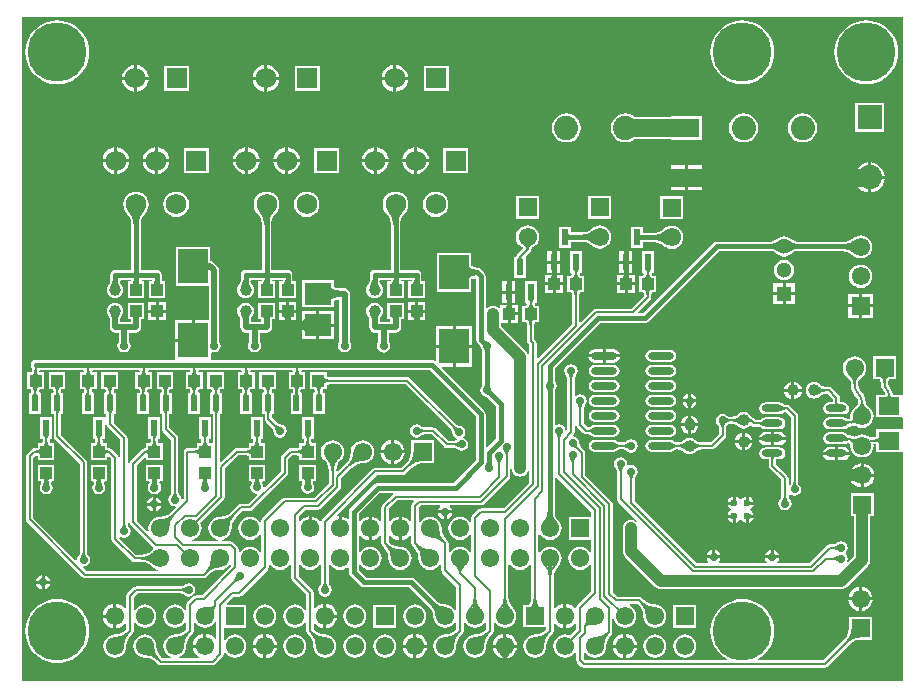
<source format=gbl>
%FSLAX25Y25*%
%MOIN*%
G70*
G01*
G75*
G04 Layer_Physical_Order=2*
G04 Layer_Color=16711680*
%ADD10C,0.00787*%
%ADD11C,0.01575*%
%ADD12C,0.02756*%
%ADD13C,0.03150*%
%ADD14C,0.01969*%
%ADD15C,0.01181*%
%ADD16C,0.03937*%
%ADD17C,0.02362*%
%ADD18C,0.05906*%
%ADD19R,0.03937X0.03937*%
%ADD20O,0.08661X0.02362*%
%ADD21C,0.03937*%
%ADD22R,0.09449X0.06693*%
%ADD23R,0.15748X0.06299*%
%ADD24R,0.07874X0.05512*%
%ADD25R,0.05512X0.07874*%
%ADD26R,0.01181X0.02874*%
%ADD27R,0.02874X0.01181*%
%ADD28R,0.09843X0.09843*%
%ADD29C,0.05906*%
%ADD30R,0.05118X0.05118*%
%ADD31C,0.05118*%
%ADD32R,0.06890X0.06890*%
%ADD33C,0.06890*%
%ADD34C,0.06102*%
%ADD35R,0.06102X0.06102*%
%ADD36R,0.06102X0.06102*%
%ADD37R,0.06102X0.06000*%
%ADD38C,0.19685*%
%ADD39R,0.08071X0.08071*%
%ADD40C,0.08071*%
%ADD41C,0.02756*%
%ADD42C,0.02362*%
%ADD43R,0.10039X0.11614*%
%ADD44R,0.03937X0.03937*%
%ADD45R,0.08976X0.07480*%
%ADD46R,0.02362X0.05512*%
%ADD47R,0.08583X0.06378*%
%ADD48O,0.07008X0.02362*%
%ADD49R,0.07087X0.05906*%
G36*
X295500Y97449D02*
X295500D01*
X295331D01*
X295146Y97449D01*
X295146Y97449D01*
Y97449D01*
X292309D01*
X292274Y97501D01*
X292216Y97793D01*
X292206D01*
Y97793D01*
X292206D01*
X292107Y98547D01*
X291816Y99250D01*
X291353Y99853D01*
X291352Y99852D01*
X291318Y99874D01*
X290858Y100562D01*
X290696Y101374D01*
X290704Y101414D01*
Y101414D01*
X290722D01*
X290707Y101523D01*
X290865Y102314D01*
X291097Y102661D01*
X293339D01*
Y110339D01*
X285661D01*
Y102661D01*
X287903D01*
X288135Y102314D01*
X288293Y101523D01*
X288279Y101423D01*
Y101423D01*
X288278Y101414D01*
X288279Y101414D01*
X288279D01*
X288437Y100215D01*
X288900Y99097D01*
X289637Y98137D01*
D01*
X289637Y98137D01*
D01*
D01*
X289752Y97866D01*
X289477Y97449D01*
X286669D01*
Y89969D01*
X295146D01*
X295146Y89969D01*
Y89969D01*
X295331Y89969D01*
X295500Y89799D01*
Y86032D01*
X295500D01*
X295331D01*
X295146Y86032D01*
X295146Y86032D01*
Y86032D01*
X286669D01*
Y83601D01*
X286617Y83566D01*
X286325Y83508D01*
Y83508D01*
Y83508D01*
D01*
D01*
D01*
X286325D01*
X286325D01*
D01*
D01*
X286325Y83508D01*
Y83508D01*
D01*
Y83508D01*
D01*
X284894Y83367D01*
X284661Y83296D01*
X283936Y83853D01*
X283002Y84240D01*
X282000Y84372D01*
X280998Y84240D01*
X280064Y83853D01*
X279979Y83788D01*
X279937Y83795D01*
X279937Y83795D01*
X279780Y83691D01*
X279346Y83604D01*
X279233Y83627D01*
X278819Y83752D01*
X278788Y83773D01*
X278783Y83763D01*
X278671Y83797D01*
X278635Y83822D01*
X278507Y83847D01*
X277869Y84040D01*
X277414Y84085D01*
X277401Y84118D01*
X277401D01*
X277346Y84128D01*
X277238Y84290D01*
X277238Y84290D01*
X277151Y84419D01*
X276500Y84854D01*
X275732Y85007D01*
X271087D01*
X270319Y84854D01*
X269667Y84419D01*
X269232Y83768D01*
X269080Y83000D01*
X269232Y82232D01*
X269667Y81581D01*
X270319Y81146D01*
X271087Y80993D01*
X275732D01*
X276500Y81146D01*
X276706Y81283D01*
X276828Y81364D01*
X276855Y81323D01*
X276992Y81414D01*
X277314Y81478D01*
X277474Y81446D01*
X277474Y81446D01*
X278045Y81121D01*
X278050Y81113D01*
X278136Y80679D01*
X278128Y80639D01*
X278128D01*
X278144Y80620D01*
X278142Y80608D01*
X278140Y80595D01*
X278140Y80593D01*
X278128Y80500D01*
X278260Y79498D01*
X278647Y78564D01*
X279262Y77762D01*
X280064Y77147D01*
X280998Y76760D01*
X282000Y76628D01*
X283002Y76760D01*
X283936Y77147D01*
X284738Y77762D01*
X285353Y78564D01*
X285740Y79498D01*
X285872Y80500D01*
X285802Y81033D01*
X286278Y81096D01*
X286325Y81087D01*
X286325D01*
Y81083D01*
Y81075D01*
X286617Y81017D01*
X286669Y80982D01*
Y78551D01*
X295146D01*
X295146Y78551D01*
Y78551D01*
X295331Y78551D01*
X295500Y78382D01*
Y2000D01*
X2000D01*
Y223500D01*
X295500D01*
Y97449D01*
D02*
G37*
%LPC*%
G36*
X86602Y104965D02*
X81091D01*
Y99453D01*
X82449D01*
X82729Y98778D01*
X82746Y98644D01*
X82417Y98268D01*
X82075D01*
Y91181D01*
X82839D01*
Y89457D01*
X82839Y89457D01*
X82931Y88996D01*
X83192Y88605D01*
X85468Y86329D01*
X85465Y86326D01*
X85463Y86323D01*
X85470Y86317D01*
X85718Y85947D01*
X85800Y85537D01*
X85792Y85500D01*
X85960Y84655D01*
X86439Y83939D01*
X87155Y83460D01*
X88000Y83292D01*
X88845Y83460D01*
X89561Y83939D01*
X90040Y84655D01*
X90208Y85500D01*
X90040Y86345D01*
X89561Y87061D01*
X88845Y87540D01*
X88000Y87708D01*
X87963Y87700D01*
X87553Y87782D01*
X87182Y88029D01*
X87177Y88037D01*
X87171Y88032D01*
X85247Y89956D01*
Y91181D01*
X86012D01*
Y98268D01*
X85247D01*
Y98934D01*
X85351Y99453D01*
X86602D01*
Y104965D01*
D02*
G37*
G36*
X218098Y87507D02*
X211799D01*
X211031Y87354D01*
X210380Y86919D01*
X209945Y86268D01*
X209792Y85500D01*
X209945Y84732D01*
X210380Y84081D01*
X211031Y83646D01*
X211799Y83493D01*
X218098D01*
X218866Y83646D01*
X219518Y84081D01*
X219953Y84732D01*
X220106Y85500D01*
X219953Y86268D01*
X219518Y86919D01*
X218866Y87354D01*
X218098Y87507D01*
D02*
G37*
G36*
X243000Y84885D02*
Y82457D01*
X245428D01*
X245392Y82732D01*
X245093Y83454D01*
X244617Y84074D01*
X243997Y84550D01*
X243275Y84849D01*
X243000Y84885D01*
D02*
G37*
G36*
X205000Y82708D02*
X204155Y82540D01*
X203439Y82061D01*
X203418Y82029D01*
X203071Y81797D01*
X202633Y81711D01*
X202624Y81712D01*
Y81709D01*
Y81704D01*
X201102D01*
Y81718D01*
X200840Y81770D01*
X200622Y81916D01*
X200620Y81919D01*
X199969Y82354D01*
X199201Y82507D01*
X192902D01*
X192133Y82354D01*
X191482Y81919D01*
X191047Y81268D01*
X190894Y80500D01*
X191047Y79732D01*
X191482Y79081D01*
X192133Y78646D01*
X192902Y78493D01*
X199201D01*
X199969Y78646D01*
X200620Y79081D01*
X200622Y79084D01*
X200840Y79230D01*
X201102Y79282D01*
Y79292D01*
Y79296D01*
X202624D01*
Y79291D01*
Y79288D01*
X202633Y79289D01*
X203071Y79203D01*
X203418Y78970D01*
X203439Y78939D01*
X204155Y78460D01*
X205000Y78292D01*
X205845Y78460D01*
X206561Y78939D01*
X207040Y79655D01*
X207208Y80500D01*
X207040Y81345D01*
X206561Y82061D01*
X205845Y82540D01*
X205000Y82708D01*
D02*
G37*
G36*
X103532Y104965D02*
X98020D01*
Y99453D01*
X99378D01*
X99658Y98778D01*
X99676Y98644D01*
X99346Y98268D01*
X99004D01*
Y91181D01*
X102941D01*
Y98268D01*
X102177D01*
Y98934D01*
X102280Y99453D01*
X103532D01*
Y100756D01*
X103906Y100911D01*
X104520Y100992D01*
X104578Y100985D01*
Y101004D01*
X129942D01*
X145043Y85904D01*
Y85904D01*
X145043Y85903D01*
X145038Y85898D01*
X145038D01*
X145038Y85898D01*
X145038Y85898D01*
D01*
X145045Y85892D01*
X145293Y85522D01*
X145375Y85112D01*
X145367Y85075D01*
X145535Y84230D01*
X146014Y83514D01*
X146730Y83035D01*
X146817Y83018D01*
X146915Y82527D01*
X146571Y82297D01*
X146133Y82211D01*
X146124Y82212D01*
Y82209D01*
Y82204D01*
X143999D01*
X139851Y86352D01*
X139461Y86613D01*
X139000Y86704D01*
X139000Y86704D01*
X135876D01*
Y86709D01*
Y86712D01*
X135867Y86711D01*
X135429Y86797D01*
X135082Y87029D01*
X135061Y87061D01*
X134345Y87540D01*
X133500Y87708D01*
X132655Y87540D01*
X131939Y87061D01*
X131460Y86345D01*
X131292Y85500D01*
X131460Y84655D01*
X131939Y83939D01*
X132655Y83460D01*
X133500Y83292D01*
X134345Y83460D01*
X135061Y83939D01*
X135082Y83970D01*
X135429Y84202D01*
X135867Y84289D01*
X135876Y84288D01*
Y84296D01*
X138501D01*
X142648Y80149D01*
X143039Y79887D01*
X143500Y79796D01*
X146124D01*
Y79791D01*
Y79788D01*
X146133Y79789D01*
X146571Y79703D01*
X146918Y79470D01*
X146939Y79439D01*
X147655Y78960D01*
X148500Y78792D01*
X149345Y78960D01*
X150061Y79439D01*
X150540Y80155D01*
X150708Y81000D01*
X150540Y81845D01*
X150061Y82561D01*
X149345Y83040D01*
X149225Y83064D01*
X149136Y83514D01*
X149615Y84230D01*
X149783Y85075D01*
X149615Y85920D01*
X149136Y86636D01*
X148420Y87115D01*
X147575Y87283D01*
X147538Y87275D01*
X147128Y87357D01*
X146757Y87604D01*
X146751Y87612D01*
D01*
X146751Y87612D01*
X146751Y87612D01*
X146751Y87612D01*
X146746Y87607D01*
X131292Y103060D01*
X130902Y103321D01*
X130441Y103413D01*
X130441Y103413D01*
X104597D01*
X104578Y103433D01*
Y103433D01*
D01*
D01*
D01*
X104578D01*
X104578D01*
D01*
D01*
X104576Y103433D01*
Y103433D01*
D01*
Y103433D01*
X104520Y103425D01*
X103906Y103506D01*
X103532Y103661D01*
Y104965D01*
D02*
G37*
G36*
X242000Y84885D02*
X241725Y84849D01*
X241003Y84550D01*
X240383Y84074D01*
X239907Y83454D01*
X239608Y82732D01*
X239572Y82457D01*
X242000D01*
Y84885D01*
D02*
G37*
G36*
X251650Y85224D02*
X249827D01*
X248976Y85054D01*
X248254Y84572D01*
X247772Y83851D01*
X247702Y83500D01*
X251650D01*
Y85224D01*
D02*
G37*
G36*
X225000Y90472D02*
Y88043D01*
X227428D01*
X227392Y88318D01*
X227093Y89040D01*
X226617Y89661D01*
X225997Y90136D01*
X225275Y90435D01*
X225000Y90472D01*
D02*
G37*
G36*
X199201Y92507D02*
X192902D01*
X192133Y92354D01*
X191482Y91919D01*
X191047Y91268D01*
X190894Y90500D01*
X191047Y89732D01*
X191482Y89081D01*
X192133Y88646D01*
X192902Y88493D01*
X199201D01*
X199969Y88646D01*
X200620Y89081D01*
X201055Y89732D01*
X201208Y90500D01*
X201055Y91268D01*
X200620Y91919D01*
X199969Y92354D01*
X199201Y92507D01*
D02*
G37*
G36*
X218098D02*
X211799D01*
X211031Y92354D01*
X210380Y91919D01*
X209945Y91268D01*
X209792Y90500D01*
X209945Y89732D01*
X210380Y89081D01*
X211031Y88646D01*
X211799Y88493D01*
X218098D01*
X218866Y88646D01*
X219518Y89081D01*
X219953Y89732D01*
X220106Y90500D01*
X219953Y91268D01*
X219518Y91919D01*
X218866Y92354D01*
X218098Y92507D01*
D02*
G37*
G36*
X224000Y90472D02*
X223725Y90435D01*
X223003Y90136D01*
X222383Y89661D01*
X221907Y89040D01*
X221608Y88318D01*
X221572Y88043D01*
X224000D01*
Y90472D01*
D02*
G37*
G36*
X254472Y85224D02*
X252650D01*
Y83500D01*
X256597D01*
X256527Y83851D01*
X256045Y84572D01*
X255324Y85054D01*
X254472Y85224D01*
D02*
G37*
G36*
X224000Y87043D02*
X221572D01*
X221608Y86768D01*
X221907Y86046D01*
X222383Y85426D01*
X223003Y84950D01*
X223725Y84651D01*
X224000Y84615D01*
Y87043D01*
D02*
G37*
G36*
X227428D02*
X225000D01*
Y84615D01*
X225275Y84651D01*
X225997Y84950D01*
X226617Y85426D01*
X227093Y86046D01*
X227392Y86768D01*
X227428Y87043D01*
D02*
G37*
G36*
X129520Y78000D02*
X126000D01*
Y74480D01*
X126558Y74553D01*
X127543Y74961D01*
X128389Y75611D01*
X129039Y76457D01*
X129447Y77442D01*
X129520Y78000D01*
D02*
G37*
G36*
X272909Y77500D02*
X268962D01*
X269032Y77149D01*
X269514Y76428D01*
X270236Y75946D01*
X271087Y75776D01*
X272909D01*
Y77500D01*
D02*
G37*
G36*
X277857D02*
X273909D01*
Y75776D01*
X275732D01*
X276583Y75946D01*
X277305Y76428D01*
X277787Y77149D01*
X277857Y77500D01*
D02*
G37*
G36*
X125000Y78000D02*
X121480D01*
X121553Y77442D01*
X121961Y76457D01*
X122611Y75611D01*
X123457Y74961D01*
X124442Y74553D01*
X125000Y74480D01*
Y78000D01*
D02*
G37*
G36*
X254472Y95007D02*
X249827D01*
X249059Y94854D01*
X248408Y94419D01*
X247972Y93768D01*
X247820Y93000D01*
X247972Y92232D01*
X248408Y91581D01*
X249059Y91146D01*
X249827Y90993D01*
X254472D01*
X255241Y91146D01*
X255892Y91581D01*
X255894Y91584D01*
X256112Y91730D01*
X256373Y91782D01*
Y91792D01*
Y91796D01*
X256501D01*
X258296Y90001D01*
Y68376D01*
X258288D01*
X258289Y68367D01*
X258203Y67929D01*
X257978Y67593D01*
X257756Y67661D01*
X257500Y67798D01*
Y69705D01*
X257408Y70166D01*
X257147Y70556D01*
X257147Y70556D01*
X253354Y74349D01*
Y75993D01*
X254472D01*
X255241Y76146D01*
X255892Y76581D01*
X256327Y77232D01*
X256480Y78000D01*
X256327Y78768D01*
X255892Y79419D01*
X255241Y79854D01*
X254472Y80007D01*
X249827D01*
X249059Y79854D01*
X248408Y79419D01*
X247972Y78768D01*
X247820Y78000D01*
X247972Y77232D01*
X248408Y76581D01*
X249059Y76146D01*
X249827Y75993D01*
X250945D01*
Y73850D01*
X250945Y73850D01*
X251037Y73390D01*
X251298Y72999D01*
X255091Y69206D01*
Y63581D01*
X255083D01*
X255085Y63571D01*
X254998Y63134D01*
X254766Y62787D01*
X254734Y62766D01*
X254256Y62050D01*
X254087Y61205D01*
X254256Y60360D01*
X254734Y59644D01*
X255450Y59165D01*
X256295Y58997D01*
X257140Y59165D01*
X257856Y59644D01*
X258335Y60360D01*
X258503Y61205D01*
X258335Y62050D01*
X257856Y62766D01*
X257825Y62787D01*
X257593Y63134D01*
X257506Y63571D01*
X257507Y63581D01*
X257500D01*
Y64202D01*
X257941Y64438D01*
X258655Y63960D01*
X259500Y63792D01*
X260345Y63960D01*
X261061Y64439D01*
X261540Y65155D01*
X261708Y66000D01*
X261540Y66845D01*
X261061Y67561D01*
X261030Y67582D01*
X260798Y67929D01*
X260711Y68367D01*
X260712Y68376D01*
X260704D01*
Y90500D01*
X260613Y90961D01*
X260508Y91117D01*
X260351Y91351D01*
X260351Y91351D01*
X257852Y93852D01*
X257461Y94113D01*
X257000Y94204D01*
X257000Y94204D01*
X256373D01*
Y94218D01*
X256112Y94270D01*
X255894Y94416D01*
X255892Y94419D01*
X255241Y94854D01*
X254472Y95007D01*
D02*
G37*
G36*
X281500Y74678D02*
X280942Y74604D01*
X279957Y74196D01*
X279111Y73547D01*
X278461Y72701D01*
X278053Y71715D01*
X277980Y71157D01*
X281500D01*
Y74678D01*
D02*
G37*
G36*
X282500D02*
Y71157D01*
X286020D01*
X285947Y71715D01*
X285539Y72701D01*
X284889Y73547D01*
X284043Y74196D01*
X283058Y74604D01*
X282500Y74678D01*
D02*
G37*
G36*
X272909Y80224D02*
X271087D01*
X270236Y80054D01*
X269514Y79572D01*
X269032Y78851D01*
X268962Y78500D01*
X272909D01*
Y80224D01*
D02*
G37*
G36*
X245428Y81457D02*
X243000D01*
Y79028D01*
X243275Y79065D01*
X243997Y79364D01*
X244617Y79839D01*
X245093Y80460D01*
X245392Y81182D01*
X245428Y81457D01*
D02*
G37*
G36*
X251650Y82500D02*
X247702D01*
X247772Y82149D01*
X248254Y81428D01*
X248976Y80945D01*
X249827Y80776D01*
X251650D01*
Y82500D01*
D02*
G37*
G36*
X256597D02*
X252650D01*
Y80776D01*
X254472D01*
X255324Y80945D01*
X256045Y81428D01*
X256527Y82149D01*
X256597Y82500D01*
D02*
G37*
G36*
X242000Y81457D02*
X239572D01*
X239608Y81182D01*
X239907Y80460D01*
X240383Y79839D01*
X241003Y79364D01*
X241725Y79065D01*
X242000Y79028D01*
Y81457D01*
D02*
G37*
G36*
X275732Y80224D02*
X273909D01*
Y78500D01*
X277857D01*
X277787Y78851D01*
X277305Y79572D01*
X276583Y80054D01*
X275732Y80224D01*
D02*
G37*
G36*
X125000Y82520D02*
X124442Y82447D01*
X123457Y82039D01*
X122611Y81389D01*
X121961Y80543D01*
X121553Y79558D01*
X121480Y79000D01*
X125000D01*
Y82520D01*
D02*
G37*
G36*
X126000D02*
Y79000D01*
X129520D01*
X129447Y79558D01*
X129039Y80543D01*
X128389Y81389D01*
X127543Y82039D01*
X126558Y82447D01*
X126000Y82520D01*
D02*
G37*
G36*
X201325Y110000D02*
X196551D01*
Y108276D01*
X199201D01*
X200052Y108446D01*
X200773Y108928D01*
X201255Y109649D01*
X201325Y110000D01*
D02*
G37*
G36*
X218098Y112507D02*
X211799D01*
X211031Y112354D01*
X210380Y111919D01*
X209945Y111268D01*
X209792Y110500D01*
X209945Y109732D01*
X210380Y109081D01*
X211031Y108646D01*
X211799Y108493D01*
X218098D01*
X218866Y108646D01*
X219518Y109081D01*
X219953Y109732D01*
X220106Y110500D01*
X219953Y111268D01*
X219518Y111919D01*
X218866Y112354D01*
X218098Y112507D01*
D02*
G37*
G36*
X195551Y112724D02*
X192902D01*
X192051Y112555D01*
X191329Y112073D01*
X190847Y111351D01*
X190777Y111000D01*
X195551D01*
Y112724D01*
D02*
G37*
G36*
Y110000D02*
X190777D01*
X190847Y109649D01*
X191329Y108928D01*
X192051Y108446D01*
X192902Y108276D01*
X195551D01*
Y110000D01*
D02*
G37*
G36*
X199201Y107507D02*
X192902D01*
X192133Y107354D01*
X191482Y106919D01*
X191047Y106268D01*
X190894Y105500D01*
X191047Y104732D01*
X191482Y104081D01*
X192133Y103646D01*
X192902Y103493D01*
X199201D01*
X199969Y103646D01*
X200620Y104081D01*
X201055Y104732D01*
X201208Y105500D01*
X201055Y106268D01*
X200620Y106919D01*
X199969Y107354D01*
X199201Y107507D01*
D02*
G37*
G36*
X218098D02*
X211799D01*
X211031Y107354D01*
X210380Y106919D01*
X209945Y106268D01*
X209792Y105500D01*
X209945Y104732D01*
X210380Y104081D01*
X211031Y103646D01*
X211799Y103493D01*
X218098D01*
X218866Y103646D01*
X219518Y104081D01*
X219953Y104732D01*
X220106Y105500D01*
X219953Y106268D01*
X219518Y106919D01*
X218866Y107354D01*
X218098Y107507D01*
D02*
G37*
G36*
X152020Y113197D02*
X146500D01*
Y106890D01*
X152020D01*
Y113197D01*
D02*
G37*
G36*
X105925Y135764D02*
X95374D01*
Y126709D01*
X105925D01*
Y128932D01*
X106790Y129290D01*
X107318Y129360D01*
X107694Y129030D01*
Y115096D01*
X107460Y114746D01*
X107292Y113902D01*
X107460Y113057D01*
X107939Y112340D01*
X108655Y111862D01*
X109500Y111694D01*
X110345Y111862D01*
X111061Y112340D01*
X111540Y113057D01*
X111708Y113902D01*
X111540Y114746D01*
X111306Y115096D01*
Y131236D01*
X111169Y131928D01*
X110777Y132513D01*
X110191Y132905D01*
X109500Y133043D01*
X108051D01*
Y133049D01*
X107990Y133043D01*
X107850D01*
X106790Y133182D01*
X105925Y133540D01*
Y135764D01*
D02*
G37*
G36*
X145500Y120504D02*
X139980D01*
Y114197D01*
X145500D01*
Y120504D01*
D02*
G37*
G36*
X152020D02*
X146500D01*
Y114197D01*
X152020D01*
Y120504D01*
D02*
G37*
G36*
X76500Y128236D02*
X75781Y128142D01*
X75110Y127864D01*
X74534Y127422D01*
X74093Y126847D01*
X73815Y126176D01*
X73720Y125457D01*
X73815Y124737D01*
X74093Y124067D01*
X74435Y123621D01*
X74527Y123483D01*
X74534Y123491D01*
X74563Y123469D01*
X74694Y123154D01*
Y123089D01*
X74693Y123081D01*
X74694D01*
Y120000D01*
X74831Y119309D01*
X75223Y118723D01*
X75809Y118331D01*
X76500Y118194D01*
X77694D01*
Y115096D01*
X77460Y114746D01*
X77292Y113902D01*
X77460Y113057D01*
X77939Y112340D01*
X78655Y111862D01*
X79500Y111694D01*
X80345Y111862D01*
X81061Y112340D01*
X81540Y113057D01*
X81708Y113902D01*
X81540Y114746D01*
X81306Y115096D01*
Y118194D01*
X83500D01*
X84191Y118331D01*
X84777Y118723D01*
X85169Y119309D01*
X85306Y120000D01*
Y122701D01*
X86256D01*
Y128213D01*
X80744D01*
Y122701D01*
X81694D01*
Y121806D01*
X78306D01*
Y123080D01*
X78307D01*
X78306Y123089D01*
Y123154D01*
X78437Y123469D01*
X78465Y123491D01*
X78473Y123483D01*
X78565Y123621D01*
X78907Y124067D01*
X79185Y124737D01*
X79280Y125457D01*
X79185Y126176D01*
X78907Y126847D01*
X78465Y127422D01*
X77890Y127864D01*
X77219Y128142D01*
X76500Y128236D01*
D02*
G37*
G36*
X199201Y112724D02*
X196551D01*
Y111000D01*
X201325D01*
X201255Y111351D01*
X200773Y112073D01*
X200052Y112555D01*
X199201Y112724D01*
D02*
G37*
G36*
X119500Y128236D02*
X118781Y128142D01*
X118110Y127864D01*
X117534Y127422D01*
X117093Y126847D01*
X116815Y126176D01*
X116720Y125457D01*
X116815Y124737D01*
X117093Y124067D01*
X117435Y123621D01*
X117522Y123491D01*
D01*
X117526Y123485D01*
X117526Y123485D01*
X117527Y123483D01*
X117534Y123491D01*
X117534Y123491D01*
D01*
X117563Y123469D01*
X117694Y123154D01*
Y123089D01*
X117693Y123081D01*
X117694D01*
Y120000D01*
X117694Y120000D01*
X117694D01*
X117831Y119309D01*
X118223Y118723D01*
X118809Y118331D01*
X119500Y118194D01*
X120694D01*
Y115096D01*
X120460Y114746D01*
X120292Y113902D01*
X120460Y113057D01*
X120939Y112340D01*
X121655Y111862D01*
X121739Y111845D01*
X121907Y111733D01*
X122598Y111595D01*
X123290Y111733D01*
X123876Y112124D01*
X123987Y112291D01*
X124061Y112340D01*
X124540Y113057D01*
X124708Y113902D01*
X124540Y114746D01*
X124306Y115096D01*
Y118194D01*
X126500D01*
X127191Y118331D01*
X127777Y118723D01*
X128169Y119309D01*
X128306Y120000D01*
Y122701D01*
X129256D01*
Y128213D01*
X123744D01*
Y122701D01*
X124694D01*
Y121806D01*
X121306D01*
Y123080D01*
X121308D01*
X121306Y123089D01*
Y123154D01*
X121437Y123469D01*
X121466Y123491D01*
X121466Y123491D01*
D01*
D01*
D01*
X121466Y123491D01*
X121473Y123483D01*
X121474Y123485D01*
X121475Y123485D01*
X121504Y123530D01*
X121504Y123530D01*
X121565Y123621D01*
X121907Y124067D01*
X122185Y124737D01*
X122280Y125457D01*
X122185Y126176D01*
X121907Y126847D01*
X121466Y127422D01*
X120890Y127864D01*
X120219Y128142D01*
X119500Y128236D01*
D02*
G37*
G36*
X33000D02*
X32281Y128142D01*
X31610Y127864D01*
X31034Y127422D01*
X30593Y126847D01*
X30315Y126176D01*
X30220Y125457D01*
X30315Y124737D01*
X30593Y124067D01*
X30935Y123621D01*
X31022Y123491D01*
D01*
X31026Y123485D01*
X31026Y123485D01*
X31027Y123483D01*
X31034Y123491D01*
X31034Y123491D01*
D01*
X31063Y123469D01*
X31194Y123154D01*
Y123089D01*
X31193Y123081D01*
X31194D01*
Y120000D01*
X31331Y119309D01*
X31723Y118723D01*
X32309Y118331D01*
X33000Y118194D01*
X34194D01*
Y115096D01*
X33960Y114746D01*
X33792Y113902D01*
X33960Y113057D01*
X34439Y112340D01*
X35155Y111862D01*
X36000Y111694D01*
X36845Y111862D01*
X37561Y112340D01*
X38040Y113057D01*
X38208Y113902D01*
X38040Y114746D01*
X37806Y115096D01*
Y118194D01*
X40000D01*
X40691Y118331D01*
X41277Y118723D01*
X41669Y119309D01*
X41806Y120000D01*
X41806Y120000D01*
X41806Y120000D01*
Y120000D01*
Y122701D01*
X42756D01*
Y128213D01*
X37244D01*
Y122701D01*
X38194D01*
Y121806D01*
X34806D01*
Y123081D01*
X34807D01*
X34806Y123089D01*
Y123154D01*
X34937Y123469D01*
X34966Y123491D01*
X34973Y123483D01*
X35065Y123621D01*
X35407Y124067D01*
X35685Y124737D01*
X35780Y125457D01*
X35685Y126176D01*
X35407Y126847D01*
X34966Y127422D01*
X34390Y127864D01*
X33719Y128142D01*
X33000Y128236D01*
D02*
G37*
G36*
X279500Y110372D02*
X278498Y110240D01*
X277564Y109853D01*
X276762Y109238D01*
X276147Y108436D01*
X275760Y107502D01*
X275628Y106500D01*
X275760Y105498D01*
X276147Y104564D01*
X276762Y103762D01*
X277012Y103571D01*
X277034Y103538D01*
X277127Y103476D01*
X277137Y103411D01*
X277137Y103411D01*
X277137Y103411D01*
X277442Y103178D01*
X277904Y102575D01*
X278195Y101874D01*
X278284Y101200D01*
X278273Y101123D01*
D01*
X278273Y101122D01*
X278288Y101121D01*
X278410Y99886D01*
X278770Y98698D01*
X279356Y97603D01*
X280143Y96643D01*
X280149Y96649D01*
X280182Y96626D01*
X280642Y95938D01*
X280804Y95126D01*
X280796Y95086D01*
Y95086D01*
X280784D01*
X280791Y95031D01*
X280672Y94433D01*
X280302Y93879D01*
X279970Y93658D01*
X279984Y93634D01*
X279262Y93080D01*
X278647Y92278D01*
X278260Y91345D01*
X278128Y90342D01*
X278157Y90126D01*
X278150Y90093D01*
X278164Y90021D01*
X278132Y89977D01*
X278132D01*
X278145Y89914D01*
X278093Y89655D01*
X277662Y89498D01*
D01*
D01*
D01*
X277662Y89498D01*
D01*
X277469Y89460D01*
X277059Y89541D01*
X276874Y89665D01*
X276846Y89624D01*
X276500Y89854D01*
X275732Y90007D01*
X271087D01*
X270319Y89854D01*
X269667Y89419D01*
X269232Y88768D01*
X269080Y88000D01*
X269232Y87232D01*
X269667Y86581D01*
X270319Y86146D01*
X271087Y85993D01*
X275732D01*
X276500Y86146D01*
X277151Y86581D01*
X277347Y86873D01*
X277392Y86862D01*
X277392D01*
X277398Y86878D01*
X278144Y86952D01*
X278745Y87134D01*
X278876Y87160D01*
X278913Y87185D01*
X279023Y87218D01*
X279030Y87208D01*
X279064Y87231D01*
X279239Y87284D01*
X279363Y87309D01*
X279622Y87257D01*
X279748Y87173D01*
X279748Y87173D01*
X279748Y87173D01*
X279813Y87183D01*
X280064Y86989D01*
X280998Y86603D01*
X282000Y86471D01*
X283002Y86603D01*
X283936Y86989D01*
X284738Y87605D01*
X285353Y88407D01*
X285740Y89340D01*
X285872Y90342D01*
X285740Y91345D01*
X285353Y92278D01*
X284738Y93080D01*
X284015Y93634D01*
X284030Y93658D01*
X283698Y93879D01*
X283328Y94433D01*
X283209Y95031D01*
X283216Y95086D01*
X283216D01*
X283221Y95086D01*
X283216Y95119D01*
D01*
X283063Y96285D01*
X282600Y97403D01*
X281863Y98363D01*
X281863Y98363D01*
X281738Y98488D01*
X281223Y99159D01*
X280831Y100106D01*
X280727Y100899D01*
X280727Y101122D01*
X280727D01*
X280716Y101200D01*
X280805Y101874D01*
X281096Y102575D01*
X281558Y103178D01*
X281862Y103411D01*
X281862Y103411D01*
X281862Y103411D01*
X281873Y103476D01*
X281966Y103538D01*
X281988Y103571D01*
X282238Y103762D01*
X282853Y104564D01*
X283240Y105498D01*
X283372Y106500D01*
X283240Y107502D01*
X282853Y108436D01*
X282238Y109238D01*
X281436Y109853D01*
X280502Y110240D01*
X279500Y110372D01*
D02*
G37*
G36*
X199201Y97507D02*
X192902D01*
X192133Y97354D01*
X191482Y96919D01*
X191047Y96268D01*
X190894Y95500D01*
X191047Y94732D01*
X191482Y94081D01*
X192133Y93646D01*
X192902Y93493D01*
X199201D01*
X199969Y93646D01*
X200620Y94081D01*
X201055Y94732D01*
X201208Y95500D01*
X201055Y96268D01*
X200620Y96919D01*
X199969Y97354D01*
X199201Y97507D01*
D02*
G37*
G36*
X218098D02*
X211799D01*
X211031Y97354D01*
X210380Y96919D01*
X209945Y96268D01*
X209792Y95500D01*
X209945Y94732D01*
X210380Y94081D01*
X211031Y93646D01*
X211799Y93493D01*
X218098D01*
X218866Y93646D01*
X219518Y94081D01*
X219953Y94732D01*
X220106Y95500D01*
X219953Y96268D01*
X219518Y96919D01*
X218866Y97354D01*
X218098Y97507D01*
D02*
G37*
G36*
X224000Y97825D02*
X223572Y97740D01*
X222786Y97214D01*
X222260Y96428D01*
X222175Y96000D01*
X224000D01*
Y97825D01*
D02*
G37*
G36*
X226825Y95000D02*
X225000D01*
Y93175D01*
X225428Y93260D01*
X226214Y93786D01*
X226740Y94572D01*
X226825Y95000D01*
D02*
G37*
G36*
X266043Y101780D02*
X265324Y101685D01*
X264653Y101407D01*
X264078Y100965D01*
X263636Y100390D01*
X263358Y99719D01*
X263264Y99000D01*
X263358Y98281D01*
X263636Y97610D01*
X264078Y97035D01*
X264653Y96593D01*
X265324Y96315D01*
X266043Y96220D01*
X266763Y96315D01*
X267433Y96593D01*
X268009Y97035D01*
X268009Y97035D01*
X268012Y97032D01*
X268549Y97444D01*
X269174Y97703D01*
X269788Y97783D01*
X269845Y97776D01*
Y97796D01*
X270501D01*
X272205Y96092D01*
Y95007D01*
X271087D01*
X270319Y94854D01*
X269667Y94419D01*
X269232Y93768D01*
X269080Y93000D01*
X269232Y92232D01*
X269667Y91581D01*
X270319Y91146D01*
X271087Y90993D01*
X275732D01*
X276500Y91146D01*
X277151Y91581D01*
X277587Y92232D01*
X277739Y93000D01*
X277587Y93768D01*
X277151Y94419D01*
X276500Y94854D01*
X275732Y95007D01*
X274614D01*
Y96591D01*
X274614Y96591D01*
X274522Y97051D01*
X274261Y97442D01*
X274261Y97442D01*
X271851Y99852D01*
X271461Y100113D01*
X271000Y100204D01*
X271000Y100204D01*
X269845D01*
Y100224D01*
X269788Y100216D01*
X269174Y100297D01*
X268549Y100556D01*
X268012Y100968D01*
X268009Y100965D01*
X267433Y101407D01*
X266763Y101685D01*
X266043Y101780D01*
D02*
G37*
G36*
X242500Y91823D02*
X241781Y91728D01*
X241110Y91451D01*
X240534Y91009D01*
X240532Y91012D01*
X239995Y90600D01*
X239369Y90341D01*
X238756Y90260D01*
X238700Y90267D01*
Y90267D01*
D01*
Y90267D01*
X238698Y90267D01*
D01*
D01*
X238698D01*
X238698D01*
D01*
D01*
D01*
Y90267D01*
X238678Y90247D01*
X237981D01*
Y90256D01*
X237914Y90247D01*
X237772D01*
Y90255D01*
X237383Y90332D01*
X237078Y90536D01*
X237061Y90561D01*
X236345Y91040D01*
X235500Y91208D01*
X234655Y91040D01*
X233939Y90561D01*
X233460Y89845D01*
X233292Y89000D01*
X233460Y88155D01*
X233939Y87439D01*
X233970Y87418D01*
X234203Y87071D01*
X234289Y86633D01*
X234288Y86624D01*
X234296D01*
Y84499D01*
X231501Y81704D01*
X228406D01*
Y81725D01*
X228246Y81704D01*
X228094D01*
X227252Y81872D01*
X226505Y82371D01*
X226466Y82422D01*
X225890Y82864D01*
X225219Y83142D01*
X224500Y83236D01*
X223781Y83142D01*
X223110Y82864D01*
X222534Y82422D01*
X222495Y82371D01*
X221748Y81872D01*
X220906Y81704D01*
X220754D01*
X220594Y81725D01*
Y81704D01*
X219999D01*
Y81708D01*
Y81718D01*
X219738Y81770D01*
X219520Y81916D01*
X219518Y81919D01*
X218866Y82354D01*
X218098Y82507D01*
X211799D01*
X211031Y82354D01*
X210380Y81919D01*
X209945Y81268D01*
X209792Y80500D01*
X209945Y79732D01*
X210380Y79081D01*
X211031Y78646D01*
X211799Y78493D01*
X218098D01*
X218866Y78646D01*
X219518Y79081D01*
X219520Y79084D01*
X219738Y79230D01*
X219999Y79282D01*
Y79292D01*
Y79296D01*
X220594D01*
Y79292D01*
X221303Y79199D01*
X221965Y78925D01*
X222533Y78489D01*
X222534Y78491D01*
X223110Y78049D01*
X223781Y77772D01*
X224500Y77677D01*
X225219Y77772D01*
X225890Y78049D01*
X226466Y78491D01*
X226467Y78489D01*
X227035Y78925D01*
X227697Y79199D01*
X228406Y79292D01*
Y79296D01*
X232000D01*
X232000Y79296D01*
X232461Y79387D01*
X232852Y79649D01*
X236351Y83148D01*
X236351Y83148D01*
X236613Y83539D01*
X236613Y83539D01*
X236613Y83539D01*
X236704Y84000D01*
X236704Y84000D01*
Y86624D01*
X236712D01*
X236711Y86633D01*
X236797Y87071D01*
X237030Y87418D01*
X237061Y87439D01*
X237086Y87477D01*
X237476Y87737D01*
X237981Y87837D01*
Y87839D01*
X238678D01*
X238698Y87819D01*
Y87819D01*
D01*
D01*
Y87819D01*
X238698D01*
D01*
D01*
D01*
D01*
X238700Y87819D01*
Y87819D01*
D01*
D01*
X238756Y87827D01*
X239369Y87746D01*
X239995Y87487D01*
X240528Y87078D01*
X240528D01*
X240532Y87075D01*
X240534Y87078D01*
X241110Y86636D01*
X241781Y86358D01*
X242500Y86264D01*
X243219Y86358D01*
X243890Y86636D01*
X244465Y87078D01*
X244562Y87203D01*
X245061Y87236D01*
X245148Y87148D01*
X245539Y86887D01*
X246000Y86796D01*
X246000Y86796D01*
X247926D01*
Y86792D01*
Y86782D01*
X248187Y86730D01*
X248405Y86584D01*
X248408Y86581D01*
X249059Y86146D01*
X249827Y85993D01*
X254472D01*
X255241Y86146D01*
X255892Y86581D01*
X256327Y87232D01*
X256480Y88000D01*
X256327Y88768D01*
X255892Y89419D01*
X255241Y89854D01*
X254472Y90007D01*
X249827D01*
X249059Y89854D01*
X248408Y89419D01*
X248405Y89416D01*
X248187Y89270D01*
X247926Y89218D01*
Y89204D01*
X246499D01*
X245808Y89895D01*
X245417Y90156D01*
X245043Y90230D01*
X245035Y90250D01*
X244972Y90276D01*
X244907Y90433D01*
X244465Y91009D01*
X243890Y91451D01*
X243219Y91728D01*
X242500Y91823D01*
D02*
G37*
G36*
X224000Y95000D02*
X222175D01*
X222260Y94572D01*
X222786Y93786D01*
X223572Y93260D01*
X224000Y93175D01*
Y95000D01*
D02*
G37*
G36*
X218098Y102507D02*
X211799D01*
X211031Y102354D01*
X210380Y101919D01*
X209945Y101268D01*
X209792Y100500D01*
X209945Y99732D01*
X210380Y99081D01*
X211031Y98646D01*
X211799Y98493D01*
X218098D01*
X218866Y98646D01*
X219518Y99081D01*
X219953Y99732D01*
X220106Y100500D01*
X219953Y101268D01*
X219518Y101919D01*
X218866Y102354D01*
X218098Y102507D01*
D02*
G37*
G36*
X258457Y101928D02*
X258182Y101892D01*
X257460Y101593D01*
X256839Y101117D01*
X256364Y100497D01*
X256065Y99775D01*
X256028Y99500D01*
X258457D01*
Y101928D01*
D02*
G37*
G36*
X259457D02*
Y99500D01*
X261885D01*
X261849Y99775D01*
X261550Y100497D01*
X261074Y101117D01*
X260454Y101593D01*
X259732Y101892D01*
X259457Y101928D01*
D02*
G37*
G36*
X199201Y102507D02*
X192902D01*
X192133Y102354D01*
X191482Y101919D01*
X191047Y101268D01*
X190894Y100500D01*
X191047Y99732D01*
X191482Y99081D01*
X192133Y98646D01*
X192902Y98493D01*
X199201D01*
X199969Y98646D01*
X200620Y99081D01*
X201055Y99732D01*
X201208Y100500D01*
X201055Y101268D01*
X200620Y101919D01*
X199969Y102354D01*
X199201Y102507D01*
D02*
G37*
G36*
X225000Y97825D02*
Y96000D01*
X226825D01*
X226740Y96428D01*
X226214Y97214D01*
X225428Y97740D01*
X225000Y97825D01*
D02*
G37*
G36*
X258457Y98500D02*
X256028D01*
X256065Y98225D01*
X256364Y97503D01*
X256839Y96883D01*
X257460Y96407D01*
X258182Y96108D01*
X258457Y96072D01*
Y98500D01*
D02*
G37*
G36*
X261885D02*
X259457D01*
Y96072D01*
X259732Y96108D01*
X260454Y96407D01*
X261074Y96883D01*
X261550Y97503D01*
X261849Y98225D01*
X261885Y98500D01*
D02*
G37*
G36*
X286020Y70157D02*
X282500D01*
Y66637D01*
X283058Y66711D01*
X284043Y67119D01*
X284889Y67768D01*
X285539Y68614D01*
X285947Y69600D01*
X286020Y70157D01*
D02*
G37*
G36*
X163453Y17800D02*
Y14279D01*
X166973D01*
X166900Y14837D01*
X166492Y15823D01*
X165842Y16669D01*
X164996Y17318D01*
X164011Y17726D01*
X163453Y17800D01*
D02*
G37*
G36*
X202453D02*
X201895Y17726D01*
X200910Y17318D01*
X200064Y16669D01*
X199414Y15823D01*
X199006Y14837D01*
X198933Y14279D01*
X202453D01*
Y17800D01*
D02*
G37*
G36*
X203453D02*
Y14279D01*
X206973D01*
X206900Y14837D01*
X206492Y15823D01*
X205842Y16669D01*
X204996Y17318D01*
X204011Y17726D01*
X203453Y17800D01*
D02*
G37*
G36*
X162453D02*
X161896Y17726D01*
X160910Y17318D01*
X160064Y16669D01*
X159414Y15823D01*
X159006Y14837D01*
X158933Y14279D01*
X162453D01*
Y17800D01*
D02*
G37*
G36*
X83453D02*
Y14279D01*
X86973D01*
X86900Y14837D01*
X86492Y15823D01*
X85842Y16669D01*
X84996Y17318D01*
X84011Y17726D01*
X83453Y17800D01*
D02*
G37*
G36*
X132453D02*
X131895Y17726D01*
X130910Y17318D01*
X130064Y16669D01*
X129414Y15823D01*
X129006Y14837D01*
X128933Y14279D01*
X132453D01*
Y17800D01*
D02*
G37*
G36*
X133453D02*
Y14279D01*
X136973D01*
X136900Y14837D01*
X136492Y15823D01*
X135842Y16669D01*
X134996Y17318D01*
X134011Y17726D01*
X133453Y17800D01*
D02*
G37*
G36*
X132953Y27651D02*
X131951Y27519D01*
X131017Y27132D01*
X130215Y26517D01*
X129600Y25715D01*
X129213Y24782D01*
X129081Y23779D01*
X129213Y22777D01*
X129600Y21844D01*
X130215Y21042D01*
X131017Y20426D01*
X131951Y20040D01*
X132953Y19908D01*
X133955Y20040D01*
X134889Y20426D01*
X135691Y21042D01*
X136306Y21844D01*
X136693Y22777D01*
X136825Y23779D01*
X136693Y24782D01*
X136306Y25715D01*
X135691Y26517D01*
X134889Y27132D01*
X133955Y27519D01*
X132953Y27651D01*
D02*
G37*
G36*
X126792Y27618D02*
X119114D01*
Y19941D01*
X126792D01*
Y27618D01*
D02*
G37*
G36*
X226791D02*
X219114D01*
Y19941D01*
X226791D01*
Y27618D01*
D02*
G37*
G36*
X112953Y27651D02*
X111951Y27519D01*
X111017Y27132D01*
X110215Y26517D01*
X109600Y25715D01*
X109213Y24782D01*
X109081Y23779D01*
X109213Y22777D01*
X109600Y21844D01*
X110215Y21042D01*
X111017Y20426D01*
X111951Y20040D01*
X112953Y19908D01*
X113955Y20040D01*
X114889Y20426D01*
X115691Y21042D01*
X116306Y21844D01*
X116693Y22777D01*
X116825Y23779D01*
X116693Y24782D01*
X116306Y25715D01*
X115691Y26517D01*
X114889Y27132D01*
X113955Y27519D01*
X112953Y27651D01*
D02*
G37*
G36*
X32453Y23280D02*
X28933D01*
X29006Y22722D01*
X29414Y21736D01*
X30064Y20890D01*
X30910Y20241D01*
X31896Y19833D01*
X32453Y19759D01*
Y23280D01*
D02*
G37*
G36*
X106973D02*
X103453D01*
Y19759D01*
X104011Y19833D01*
X104996Y20241D01*
X105842Y20890D01*
X106492Y21736D01*
X106900Y22722D01*
X106973Y23280D01*
D02*
G37*
G36*
X82953Y27651D02*
X81951Y27519D01*
X81017Y27132D01*
X80215Y26517D01*
X79600Y25715D01*
X79213Y24782D01*
X79081Y23779D01*
X79213Y22777D01*
X79600Y21844D01*
X80215Y21042D01*
X81017Y20426D01*
X81951Y20040D01*
X82953Y19908D01*
X83955Y20040D01*
X84889Y20426D01*
X85691Y21042D01*
X86306Y21844D01*
X86693Y22777D01*
X86825Y23779D01*
X86693Y24782D01*
X86306Y25715D01*
X85691Y26517D01*
X84889Y27132D01*
X83955Y27519D01*
X82953Y27651D01*
D02*
G37*
G36*
X82453Y17800D02*
X81896Y17726D01*
X80910Y17318D01*
X80064Y16669D01*
X79414Y15823D01*
X79006Y14837D01*
X78933Y14279D01*
X82453D01*
Y17800D01*
D02*
G37*
G36*
X136973Y13280D02*
X133453D01*
Y9759D01*
X134011Y9833D01*
X134996Y10241D01*
X135842Y10890D01*
X136492Y11737D01*
X136900Y12722D01*
X136973Y13280D01*
D02*
G37*
G36*
X162453D02*
X158933D01*
X159006Y12722D01*
X159414Y11737D01*
X160064Y10890D01*
X160910Y10241D01*
X161896Y9833D01*
X162453Y9759D01*
Y13280D01*
D02*
G37*
G36*
X166973D02*
X163453D01*
Y9759D01*
X164011Y9833D01*
X164996Y10241D01*
X165842Y10890D01*
X166492Y11737D01*
X166900Y12722D01*
X166973Y13280D01*
D02*
G37*
G36*
X132453D02*
X128933D01*
X129006Y12722D01*
X129414Y11737D01*
X130064Y10890D01*
X130910Y10241D01*
X131895Y9833D01*
X132453Y9759D01*
Y13280D01*
D02*
G37*
G36*
X13780Y29442D02*
X12111Y29311D01*
X10485Y28920D01*
X8939Y28280D01*
X7512Y27406D01*
X6240Y26319D01*
X5153Y25047D01*
X4279Y23620D01*
X3638Y22074D01*
X3248Y20448D01*
X3117Y18779D01*
X3248Y17111D01*
X3638Y15484D01*
X4279Y13939D01*
X5153Y12512D01*
X6240Y11240D01*
X7512Y10153D01*
X8939Y9279D01*
X10485Y8638D01*
X12111Y8248D01*
X13780Y8117D01*
X15448Y8248D01*
X17074Y8638D01*
X18620Y9279D01*
X20047Y10153D01*
X21319Y11240D01*
X22406Y12512D01*
X23280Y13939D01*
X23920Y15484D01*
X24311Y17111D01*
X24442Y18779D01*
X24311Y20448D01*
X23920Y22074D01*
X23280Y23620D01*
X22406Y25047D01*
X21319Y26319D01*
X20047Y27406D01*
X18620Y28280D01*
X17074Y28920D01*
X15448Y29311D01*
X13780Y29442D01*
D02*
G37*
G36*
X82453Y13280D02*
X78933D01*
X79006Y12722D01*
X79414Y11737D01*
X80064Y10890D01*
X80910Y10241D01*
X81896Y9833D01*
X82453Y9759D01*
Y13280D01*
D02*
G37*
G36*
X86973D02*
X83453D01*
Y9759D01*
X84011Y9833D01*
X84996Y10241D01*
X85842Y10890D01*
X86492Y11737D01*
X86900Y12722D01*
X86973Y13280D01*
D02*
G37*
G36*
X122953Y17651D02*
X121951Y17519D01*
X121017Y17132D01*
X120215Y16517D01*
X119600Y15715D01*
X119213Y14782D01*
X119081Y13780D01*
X119213Y12777D01*
X119600Y11844D01*
X120215Y11042D01*
X121017Y10426D01*
X121951Y10040D01*
X122953Y9908D01*
X123955Y10040D01*
X124889Y10426D01*
X125691Y11042D01*
X126306Y11844D01*
X126693Y12777D01*
X126825Y13780D01*
X126693Y14782D01*
X126306Y15715D01*
X125691Y16517D01*
X124889Y17132D01*
X123955Y17519D01*
X122953Y17651D01*
D02*
G37*
G36*
X212953D02*
X211951Y17519D01*
X211017Y17132D01*
X210215Y16517D01*
X209600Y15715D01*
X209213Y14782D01*
X209081Y13780D01*
X209213Y12777D01*
X209600Y11844D01*
X210215Y11042D01*
X211017Y10426D01*
X211951Y10040D01*
X212953Y9908D01*
X213955Y10040D01*
X214889Y10426D01*
X215690Y11042D01*
X216306Y11844D01*
X216692Y12777D01*
X216825Y13780D01*
X216692Y14782D01*
X216306Y15715D01*
X215690Y16517D01*
X214889Y17132D01*
X213955Y17519D01*
X212953Y17651D01*
D02*
G37*
G36*
X222953D02*
X221951Y17519D01*
X221017Y17132D01*
X220215Y16517D01*
X219600Y15715D01*
X219213Y14782D01*
X219081Y13780D01*
X219213Y12777D01*
X219600Y11844D01*
X220215Y11042D01*
X221017Y10426D01*
X221951Y10040D01*
X222953Y9908D01*
X223955Y10040D01*
X224889Y10426D01*
X225691Y11042D01*
X226306Y11844D01*
X226693Y12777D01*
X226824Y13780D01*
X226693Y14782D01*
X226306Y15715D01*
X225691Y16517D01*
X224889Y17132D01*
X223955Y17519D01*
X222953Y17651D01*
D02*
G37*
G36*
X112953D02*
X111951Y17519D01*
X111017Y17132D01*
X110215Y16517D01*
X109600Y15715D01*
X109213Y14782D01*
X109081Y13780D01*
X109213Y12777D01*
X109600Y11844D01*
X110215Y11042D01*
X111017Y10426D01*
X111951Y10040D01*
X112953Y9908D01*
X113955Y10040D01*
X114889Y10426D01*
X115691Y11042D01*
X116306Y11844D01*
X116693Y12777D01*
X116825Y13780D01*
X116693Y14782D01*
X116306Y15715D01*
X115691Y16517D01*
X114889Y17132D01*
X113955Y17519D01*
X112953Y17651D01*
D02*
G37*
G36*
X202453Y13280D02*
X198933D01*
X199006Y12722D01*
X199414Y11737D01*
X200064Y10890D01*
X200910Y10241D01*
X201895Y9833D01*
X202453Y9759D01*
Y13280D01*
D02*
G37*
G36*
X206973D02*
X203453D01*
Y9759D01*
X204011Y9833D01*
X204996Y10241D01*
X205842Y10890D01*
X206492Y11737D01*
X206900Y12722D01*
X206973Y13280D01*
D02*
G37*
G36*
X92953Y17651D02*
X91951Y17519D01*
X91017Y17132D01*
X90215Y16517D01*
X89600Y15715D01*
X89213Y14782D01*
X89081Y13780D01*
X89213Y12777D01*
X89600Y11844D01*
X90215Y11042D01*
X91017Y10426D01*
X91951Y10040D01*
X92953Y9908D01*
X93955Y10040D01*
X94889Y10426D01*
X95691Y11042D01*
X96306Y11844D01*
X96693Y12777D01*
X96825Y13780D01*
X96693Y14782D01*
X96306Y15715D01*
X95691Y16517D01*
X94889Y17132D01*
X93955Y17519D01*
X92953Y17651D01*
D02*
G37*
G36*
X32453Y27800D02*
X31896Y27726D01*
X30910Y27318D01*
X30064Y26669D01*
X29414Y25823D01*
X29006Y24837D01*
X28933Y24280D01*
X32453D01*
Y27800D01*
D02*
G37*
G36*
X45500Y63325D02*
X45072Y63240D01*
X44286Y62714D01*
X43760Y61928D01*
X43675Y61500D01*
X45500D01*
Y63325D01*
D02*
G37*
G36*
X46500D02*
Y61500D01*
X48325D01*
X48240Y61928D01*
X47714Y62714D01*
X46928Y63240D01*
X46500Y63325D01*
D02*
G37*
G36*
X238898Y63526D02*
X238547Y63456D01*
X237825Y62974D01*
X237343Y62253D01*
X237273Y61902D01*
X238898D01*
Y63526D01*
D02*
G37*
G36*
X48325Y60500D02*
X46500D01*
Y58675D01*
X46928Y58760D01*
X47714Y59286D01*
X48240Y60072D01*
X48325Y60500D01*
D02*
G37*
G36*
X245853Y56571D02*
X244228D01*
Y54947D01*
X244579Y55016D01*
X245301Y55498D01*
X245783Y56220D01*
X245853Y56571D01*
D02*
G37*
G36*
X201500Y76708D02*
X200655Y76540D01*
X199939Y76061D01*
X199460Y75345D01*
X199292Y74500D01*
X199460Y73655D01*
X199939Y72939D01*
X199970Y72918D01*
X200202Y72571D01*
X200290Y72133D01*
X200288Y72124D01*
X200296D01*
Y62773D01*
X200296Y62773D01*
X200387Y62312D01*
X200648Y61921D01*
X207008Y55562D01*
X206678Y55186D01*
X206390Y55407D01*
X205719Y55685D01*
X205000Y55780D01*
X204281Y55685D01*
X203610Y55407D01*
X203034Y54966D01*
X202593Y54390D01*
X202315Y53719D01*
X202220Y53000D01*
Y45500D01*
X202220Y45500D01*
X202220D01*
X202315Y44781D01*
X202593Y44110D01*
X203034Y43534D01*
X213035Y33535D01*
X213610Y33093D01*
X214281Y32815D01*
X215000Y32720D01*
X275000D01*
X275719Y32815D01*
X276390Y33093D01*
X276965Y33535D01*
X276965Y33535D01*
X276965Y33535D01*
X283965Y40534D01*
X283965Y40534D01*
X283965Y40534D01*
X284407Y41110D01*
X284604Y41584D01*
X284685Y41781D01*
X284780Y42500D01*
X284780Y42500D01*
X284780Y42500D01*
Y42500D01*
Y56976D01*
X285839D01*
Y64653D01*
X278161D01*
Y56976D01*
X279220D01*
Y43651D01*
X277489Y41921D01*
X277049Y42156D01*
X277208Y42957D01*
X277040Y43802D01*
X276561Y44518D01*
Y44939D01*
X277040Y45655D01*
X277208Y46500D01*
X277040Y47345D01*
X276561Y48061D01*
X275845Y48540D01*
X275000Y48708D01*
X274155Y48540D01*
X273439Y48061D01*
X273418Y48030D01*
X273071Y47798D01*
X272633Y47711D01*
X272624Y47712D01*
Y47709D01*
Y47704D01*
X271273D01*
X271273Y47704D01*
X270812Y47613D01*
X270421Y47352D01*
X264498Y41429D01*
X254006D01*
X253771Y41870D01*
X254240Y42572D01*
X254325Y43000D01*
X249675D01*
X249760Y42572D01*
X250229Y41870D01*
X249994Y41429D01*
X234506D01*
X234271Y41870D01*
X234740Y42572D01*
X234825Y43000D01*
X230175D01*
X230260Y42572D01*
X230729Y41870D01*
X230494Y41429D01*
X226774D01*
X206204Y61999D01*
Y69565D01*
X206212D01*
X206211Y69574D01*
X206297Y70012D01*
X206529Y70359D01*
X206561Y70380D01*
X207040Y71096D01*
X207208Y71941D01*
X207040Y72786D01*
X206561Y73502D01*
X205845Y73981D01*
X205000Y74149D01*
X204155Y73981D01*
X204063Y73919D01*
X203647Y74197D01*
X203708Y74500D01*
X203540Y75345D01*
X203061Y76061D01*
X202345Y76540D01*
X201500Y76708D01*
D02*
G37*
G36*
X45500Y60500D02*
X43675D01*
X43760Y60072D01*
X44286Y59286D01*
X45072Y58760D01*
X45500Y58675D01*
Y60500D01*
D02*
G37*
G36*
X48878Y74213D02*
X43366D01*
Y68701D01*
X44227D01*
X44545Y68314D01*
X44521Y68198D01*
X44382Y67989D01*
X44414Y67963D01*
X44082Y67467D01*
X43914Y66622D01*
X44082Y65777D01*
X44561Y65061D01*
X45277Y64582D01*
X46122Y64414D01*
X46967Y64582D01*
X47683Y65061D01*
X48162Y65777D01*
X48330Y66622D01*
X48162Y67467D01*
X47830Y67963D01*
X47862Y67989D01*
X47723Y68198D01*
X47699Y68314D01*
X48017Y68701D01*
X48878D01*
Y74213D01*
D02*
G37*
G36*
X99988D02*
X94476D01*
Y68701D01*
X95426D01*
Y67926D01*
X95193Y67577D01*
X95025Y66732D01*
X95193Y65887D01*
X95671Y65171D01*
X96387Y64693D01*
X97232Y64525D01*
X98077Y64693D01*
X98793Y65171D01*
X99272Y65887D01*
X99440Y66732D01*
X99272Y67577D01*
X99039Y67926D01*
Y68701D01*
X99988D01*
Y74213D01*
D02*
G37*
G36*
X281500Y70157D02*
X277980D01*
X278053Y69600D01*
X278461Y68614D01*
X279111Y67768D01*
X279957Y67119D01*
X280942Y66711D01*
X281500Y66637D01*
Y70157D01*
D02*
G37*
G36*
X30374Y74213D02*
X24862D01*
Y68701D01*
X25725D01*
X26042Y68314D01*
X26018Y68194D01*
X25878Y67985D01*
X25910Y67959D01*
X25578Y67463D01*
X25410Y66618D01*
X25578Y65773D01*
X26057Y65057D01*
X26773Y64578D01*
X27618Y64410D01*
X28463Y64578D01*
X29179Y65057D01*
X29658Y65773D01*
X29826Y66618D01*
X29658Y67463D01*
X29326Y67959D01*
X29358Y67985D01*
X29218Y68194D01*
X29194Y68314D01*
X29512Y68701D01*
X30374D01*
Y74213D01*
D02*
G37*
G36*
X244228Y63526D02*
Y61902D01*
X245853D01*
X245783Y62253D01*
X245301Y62974D01*
X244579Y63456D01*
X244228Y63526D01*
D02*
G37*
G36*
X243228D02*
X242877Y63456D01*
X242156Y62974D01*
X241813Y62461D01*
X241313D01*
X240970Y62974D01*
X240249Y63456D01*
X239898Y63526D01*
Y61402D01*
X239398D01*
Y60902D01*
X237273D01*
X237343Y60550D01*
X237825Y59829D01*
X238338Y59486D01*
Y58986D01*
X237825Y58643D01*
X237343Y57922D01*
X237273Y57571D01*
X239398D01*
Y57071D01*
X239898D01*
Y54947D01*
X240249Y55016D01*
X240970Y55498D01*
X241313Y56011D01*
X241813D01*
X242156Y55498D01*
X242877Y55016D01*
X243228Y54947D01*
Y57071D01*
X243728D01*
Y57571D01*
X245853D01*
X245783Y57922D01*
X245301Y58643D01*
X244788Y58986D01*
Y59486D01*
X245301Y59829D01*
X245783Y60550D01*
X245853Y60902D01*
X243728D01*
Y61402D01*
X243228D01*
Y63526D01*
D02*
G37*
G36*
X12807Y74213D02*
X7295D01*
Y68701D01*
X8176D01*
X8493Y68314D01*
X8458Y68137D01*
X8311Y67918D01*
X8343Y67892D01*
X8011Y67396D01*
X7843Y66551D01*
X8011Y65706D01*
X8490Y64990D01*
X9206Y64512D01*
X10051Y64343D01*
X10896Y64512D01*
X11612Y64990D01*
X12091Y65706D01*
X12259Y66551D01*
X12091Y67396D01*
X11759Y67892D01*
X11791Y67918D01*
X11645Y68137D01*
X11609Y68314D01*
X11927Y68701D01*
X12807D01*
Y74213D01*
D02*
G37*
G36*
X238898Y56571D02*
X237273D01*
X237343Y56220D01*
X237825Y55498D01*
X238547Y55016D01*
X238898Y54947D01*
Y56571D01*
D02*
G37*
G36*
X282000Y33520D02*
Y30000D01*
X285520D01*
X285447Y30558D01*
X285039Y31543D01*
X284389Y32389D01*
X283543Y33039D01*
X282558Y33447D01*
X282000Y33520D01*
D02*
G37*
G36*
X8500Y34500D02*
X6675D01*
X6760Y34072D01*
X7286Y33286D01*
X8072Y32760D01*
X8500Y32675D01*
Y34500D01*
D02*
G37*
G36*
X11325D02*
X9500D01*
Y32675D01*
X9928Y32760D01*
X10714Y33286D01*
X11240Y34072D01*
X11325Y34500D01*
D02*
G37*
G36*
X281000Y33520D02*
X280442Y33447D01*
X279457Y33039D01*
X278611Y32389D01*
X277961Y31543D01*
X277553Y30558D01*
X277480Y30000D01*
X281000D01*
Y33520D01*
D02*
G37*
G36*
X103453Y27800D02*
Y24280D01*
X106973D01*
X106900Y24837D01*
X106492Y25823D01*
X105842Y26669D01*
X104996Y27318D01*
X104011Y27726D01*
X103453Y27800D01*
D02*
G37*
G36*
X281000Y29000D02*
X277480D01*
X277553Y28442D01*
X277961Y27457D01*
X278611Y26611D01*
X279457Y25961D01*
X280442Y25553D01*
X281000Y25480D01*
Y29000D01*
D02*
G37*
G36*
X285520D02*
X282000D01*
Y25480D01*
X282558Y25553D01*
X283543Y25961D01*
X284389Y26611D01*
X285039Y27457D01*
X285447Y28442D01*
X285520Y29000D01*
D02*
G37*
G36*
X233000Y45825D02*
Y44000D01*
X234825D01*
X234740Y44428D01*
X234214Y45214D01*
X233428Y45740D01*
X233000Y45825D01*
D02*
G37*
G36*
X251500D02*
X251072Y45740D01*
X250286Y45214D01*
X249760Y44428D01*
X249675Y44000D01*
X251500D01*
Y45825D01*
D02*
G37*
G36*
X252500D02*
Y44000D01*
X254325D01*
X254240Y44428D01*
X253714Y45214D01*
X252928Y45740D01*
X252500Y45825D01*
D02*
G37*
G36*
X232000D02*
X231572Y45740D01*
X230786Y45214D01*
X230260Y44428D01*
X230175Y44000D01*
X232000D01*
Y45825D01*
D02*
G37*
G36*
X57500Y34708D02*
X56655Y34540D01*
X55939Y34061D01*
X55918Y34029D01*
X55571Y33797D01*
X55133Y33711D01*
X55132Y33711D01*
X55127Y33711D01*
X55127D01*
D01*
D01*
X55127Y33711D01*
X55124Y33712D01*
D01*
X55124Y33712D01*
Y33709D01*
X55124D01*
D01*
D01*
Y33709D01*
X55124Y33709D01*
D01*
D01*
D01*
D01*
X55124Y33704D01*
X40000D01*
X40000Y33704D01*
X39539Y33613D01*
X39149Y33351D01*
X39149Y33351D01*
X37148Y31352D01*
X36887Y30961D01*
X36796Y30500D01*
X36796Y30500D01*
Y26204D01*
X36322Y26043D01*
X35842Y26669D01*
X34996Y27318D01*
X34011Y27726D01*
X33453Y27800D01*
Y23779D01*
Y19759D01*
X34011Y19833D01*
X34996Y20241D01*
X35842Y20890D01*
X36322Y21516D01*
X36796Y21355D01*
Y19325D01*
X36638Y19168D01*
X36638Y19168D01*
X36628Y19177D01*
X36541Y19071D01*
X35568Y18324D01*
X34306Y17802D01*
X33059Y17637D01*
X32953Y17651D01*
X31951Y17519D01*
X31017Y17132D01*
X30215Y16517D01*
X29600Y15715D01*
X29213Y14782D01*
X29081Y13780D01*
X29213Y12777D01*
X29600Y11844D01*
X30215Y11042D01*
X31017Y10426D01*
X31951Y10040D01*
X32953Y9908D01*
X33955Y10040D01*
X34889Y10426D01*
X35691Y11042D01*
X36306Y11844D01*
X36693Y12777D01*
X36825Y13780D01*
X36811Y13885D01*
X36975Y15133D01*
X37497Y16394D01*
X38245Y17368D01*
X38351Y17455D01*
X38341Y17465D01*
X38341Y17465D01*
X38851Y17975D01*
X38851Y17975D01*
X39113Y18366D01*
X39204Y18826D01*
Y21582D01*
X39678Y21743D01*
X40215Y21042D01*
X41017Y20426D01*
X41951Y20040D01*
X42953Y19908D01*
X43955Y20040D01*
X44889Y20426D01*
X45691Y21042D01*
X46306Y21844D01*
X46693Y22777D01*
X46825Y23779D01*
X46693Y24782D01*
X46306Y25715D01*
X45691Y26517D01*
X44889Y27132D01*
X43955Y27519D01*
X42953Y27651D01*
X41951Y27519D01*
X41017Y27132D01*
X40215Y26517D01*
X39678Y25817D01*
X39204Y25977D01*
Y30001D01*
X40499Y31296D01*
X55124D01*
Y31291D01*
Y31288D01*
X55133Y31289D01*
X55571Y31203D01*
X55918Y30970D01*
X55939Y30939D01*
X56655Y30460D01*
X57500Y30292D01*
X58345Y30460D01*
X59061Y30939D01*
X59540Y31655D01*
X59708Y32500D01*
X59540Y33345D01*
X59061Y34061D01*
X58345Y34540D01*
X57500Y34708D01*
D02*
G37*
G36*
X8500Y37325D02*
X8072Y37240D01*
X7286Y36714D01*
X6760Y35928D01*
X6675Y35500D01*
X8500D01*
Y37325D01*
D02*
G37*
G36*
X9500D02*
Y35500D01*
X11325D01*
X11240Y35928D01*
X10714Y36714D01*
X9928Y37240D01*
X9500Y37325D01*
D02*
G37*
G36*
X100150Y120264D02*
X95161D01*
Y116024D01*
X100150D01*
Y120264D01*
D02*
G37*
G36*
X132693Y175067D02*
X128776D01*
X128862Y174407D01*
X129310Y173325D01*
X130023Y172397D01*
X130951Y171684D01*
X132033Y171237D01*
X132693Y171150D01*
Y175067D01*
D02*
G37*
G36*
X137610D02*
X133693D01*
Y171150D01*
X134353Y171237D01*
X135434Y171684D01*
X136363Y172397D01*
X137075Y173325D01*
X137523Y174407D01*
X137610Y175067D01*
D02*
G37*
G36*
X64311Y179799D02*
X55847D01*
Y171335D01*
X64311D01*
Y179799D01*
D02*
G37*
G36*
X124224Y175067D02*
X120307D01*
Y171150D01*
X120967Y171237D01*
X122049Y171684D01*
X122977Y172397D01*
X123690Y173325D01*
X124138Y174407D01*
X124224Y175067D01*
D02*
G37*
G36*
X89693D02*
X85776D01*
X85862Y174407D01*
X86310Y173325D01*
X87023Y172397D01*
X87951Y171684D01*
X89033Y171237D01*
X89693Y171150D01*
Y175067D01*
D02*
G37*
G36*
X94610D02*
X90693D01*
Y171150D01*
X91353Y171237D01*
X92435Y171684D01*
X93363Y172397D01*
X94076Y173325D01*
X94523Y174407D01*
X94610Y175067D01*
D02*
G37*
G36*
X119307D02*
X115390D01*
X115477Y174407D01*
X115925Y173325D01*
X116637Y172397D01*
X117566Y171684D01*
X118647Y171237D01*
X119307Y171150D01*
Y175067D01*
D02*
G37*
G36*
X46193Y179984D02*
X45533Y179897D01*
X44451Y179449D01*
X43523Y178737D01*
X42810Y177808D01*
X42362Y176727D01*
X42276Y176067D01*
X46193D01*
Y179984D01*
D02*
G37*
G36*
X47193D02*
Y176067D01*
X51110D01*
X51023Y176727D01*
X50576Y177808D01*
X49863Y178737D01*
X48935Y179449D01*
X47853Y179897D01*
X47193Y179984D01*
D02*
G37*
G36*
X76307D02*
X75647Y179897D01*
X74566Y179449D01*
X73637Y178737D01*
X72925Y177808D01*
X72477Y176727D01*
X72390Y176067D01*
X76307D01*
Y179984D01*
D02*
G37*
G36*
X33807D02*
Y176067D01*
X37725D01*
X37638Y176727D01*
X37190Y177808D01*
X36477Y178737D01*
X35549Y179449D01*
X34467Y179897D01*
X33807Y179984D01*
D02*
G37*
G36*
X107811Y179799D02*
X99347D01*
Y171335D01*
X107811D01*
Y179799D01*
D02*
G37*
G36*
X150811D02*
X142347D01*
Y171335D01*
X150811D01*
Y179799D01*
D02*
G37*
G36*
X32807Y179984D02*
X32147Y179897D01*
X31065Y179449D01*
X30137Y178737D01*
X29425Y177808D01*
X28977Y176727D01*
X28890Y176067D01*
X32807D01*
Y179984D01*
D02*
G37*
G36*
X81225Y175067D02*
X77307D01*
Y171150D01*
X77967Y171237D01*
X79049Y171684D01*
X79977Y172397D01*
X80690Y173325D01*
X81138Y174407D01*
X81225Y175067D01*
D02*
G37*
G36*
X228776Y169386D02*
X223984D01*
Y165697D01*
X228776D01*
Y169386D01*
D02*
G37*
G36*
X222984Y174075D02*
X218193D01*
Y170386D01*
X222984D01*
Y174075D01*
D02*
G37*
G36*
X228776D02*
X223984D01*
Y170386D01*
X228776D01*
Y174075D01*
D02*
G37*
G36*
X222984Y169386D02*
X218193D01*
Y165697D01*
X222984D01*
Y169386D01*
D02*
G37*
G36*
X139886Y165269D02*
X138781Y165123D01*
X137751Y164697D01*
X136867Y164018D01*
X136189Y163134D01*
X135763Y162105D01*
X135617Y161000D01*
X135763Y159895D01*
X136189Y158866D01*
X136867Y157982D01*
X137751Y157303D01*
X138781Y156877D01*
X139886Y156731D01*
X140991Y156877D01*
X142020Y157303D01*
X142904Y157982D01*
X143583Y158866D01*
X144009Y159895D01*
X144155Y161000D01*
X144009Y162105D01*
X143583Y163134D01*
X142904Y164018D01*
X142020Y164697D01*
X140991Y165123D01*
X139886Y165269D01*
D02*
G37*
G36*
X284000Y169500D02*
X279487D01*
X279594Y168685D01*
X280102Y167461D01*
X280909Y166409D01*
X281961Y165602D01*
X283186Y165094D01*
X284000Y164987D01*
Y169500D01*
D02*
G37*
G36*
X289513D02*
X285000D01*
Y164987D01*
X285814Y165094D01*
X287039Y165602D01*
X288091Y166409D01*
X288898Y167461D01*
X289406Y168685D01*
X289513Y169500D01*
D02*
G37*
G36*
X46193Y175067D02*
X42276D01*
X42362Y174407D01*
X42810Y173325D01*
X43523Y172397D01*
X44451Y171684D01*
X45533Y171237D01*
X46193Y171150D01*
Y175067D01*
D02*
G37*
G36*
X51110D02*
X47193D01*
Y171150D01*
X47853Y171237D01*
X48935Y171684D01*
X49863Y172397D01*
X50576Y173325D01*
X51023Y174407D01*
X51110Y175067D01*
D02*
G37*
G36*
X76307D02*
X72390D01*
X72477Y174407D01*
X72925Y173325D01*
X73637Y172397D01*
X74566Y171684D01*
X75647Y171237D01*
X76307Y171150D01*
Y175067D01*
D02*
G37*
G36*
X37725D02*
X33807D01*
Y171150D01*
X34467Y171237D01*
X35549Y171684D01*
X36477Y172397D01*
X37190Y173325D01*
X37638Y174407D01*
X37725Y175067D01*
D02*
G37*
G36*
X284000Y175013D02*
X283186Y174906D01*
X281961Y174398D01*
X280909Y173591D01*
X280102Y172539D01*
X279594Y171315D01*
X279487Y170500D01*
X284000D01*
Y175013D01*
D02*
G37*
G36*
X285000D02*
Y170500D01*
X289513D01*
X289406Y171315D01*
X288898Y172539D01*
X288091Y173591D01*
X287039Y174398D01*
X285814Y174906D01*
X285000Y175013D01*
D02*
G37*
G36*
X32807Y175067D02*
X28890D01*
X28977Y174407D01*
X29425Y173325D01*
X30137Y172397D01*
X31065Y171684D01*
X32147Y171237D01*
X32807Y171150D01*
Y175067D01*
D02*
G37*
G36*
X77307Y179984D02*
Y176067D01*
X81225D01*
X81138Y176727D01*
X80690Y177808D01*
X79977Y178737D01*
X79049Y179449D01*
X77967Y179897D01*
X77307Y179984D01*
D02*
G37*
G36*
X144315Y207264D02*
X135850D01*
Y198799D01*
X144315D01*
Y207264D01*
D02*
G37*
G36*
X13780Y222356D02*
X12111Y222224D01*
X10485Y221834D01*
X8939Y221194D01*
X7512Y220319D01*
X6240Y219233D01*
X5153Y217960D01*
X4279Y216534D01*
X3638Y214988D01*
X3248Y213361D01*
X3117Y211693D01*
X3248Y210025D01*
X3638Y208398D01*
X4279Y206852D01*
X5153Y205425D01*
X6240Y204153D01*
X7512Y203066D01*
X8939Y202192D01*
X10485Y201552D01*
X12111Y201161D01*
X13780Y201030D01*
X15448Y201161D01*
X17074Y201552D01*
X18620Y202192D01*
X20047Y203066D01*
X21319Y204153D01*
X22406Y205425D01*
X23280Y206852D01*
X23920Y208398D01*
X24311Y210025D01*
X24442Y211693D01*
X24311Y213361D01*
X23920Y214988D01*
X23280Y216534D01*
X22406Y217960D01*
X21319Y219233D01*
X20047Y220319D01*
X18620Y221194D01*
X17074Y221834D01*
X15448Y222224D01*
X13780Y222356D01*
D02*
G37*
G36*
X242126D02*
X240458Y222224D01*
X238831Y221834D01*
X237285Y221194D01*
X235858Y220319D01*
X234586Y219233D01*
X233500Y217960D01*
X232625Y216534D01*
X231985Y214988D01*
X231594Y213361D01*
X231463Y211693D01*
X231594Y210025D01*
X231985Y208398D01*
X232625Y206852D01*
X233500Y205425D01*
X234586Y204153D01*
X235858Y203066D01*
X237285Y202192D01*
X238831Y201552D01*
X240458Y201161D01*
X242126Y201030D01*
X243794Y201161D01*
X245421Y201552D01*
X246967Y202192D01*
X248393Y203066D01*
X249666Y204153D01*
X250752Y205425D01*
X251626Y206852D01*
X252267Y208398D01*
X252657Y210025D01*
X252789Y211693D01*
X252657Y213361D01*
X252267Y214988D01*
X251626Y216534D01*
X250752Y217960D01*
X249666Y219233D01*
X248393Y220319D01*
X246967Y221194D01*
X245421Y221834D01*
X243794Y222224D01*
X242126Y222356D01*
D02*
G37*
G36*
X101315Y207264D02*
X92850D01*
Y198799D01*
X101315D01*
Y207264D01*
D02*
G37*
G36*
X125803Y202532D02*
X121886D01*
X121973Y201871D01*
X122421Y200790D01*
X123133Y199861D01*
X124062Y199149D01*
X125143Y198701D01*
X125803Y198614D01*
Y202532D01*
D02*
G37*
G36*
X130721D02*
X126803D01*
Y198614D01*
X127463Y198701D01*
X128545Y199149D01*
X129473Y199861D01*
X130186Y200790D01*
X130634Y201871D01*
X130721Y202532D01*
D02*
G37*
G36*
X57815Y207232D02*
X49350D01*
Y198768D01*
X57815D01*
Y207232D01*
D02*
G37*
G36*
X83803Y207449D02*
Y203532D01*
X87721D01*
X87634Y204192D01*
X87186Y205273D01*
X86473Y206202D01*
X85545Y206914D01*
X84464Y207362D01*
X83803Y207449D01*
D02*
G37*
G36*
X125803D02*
X125143Y207362D01*
X124062Y206914D01*
X123133Y206202D01*
X122421Y205273D01*
X121973Y204192D01*
X121886Y203532D01*
X125803D01*
Y207449D01*
D02*
G37*
G36*
X126803D02*
Y203532D01*
X130721D01*
X130634Y204192D01*
X130186Y205273D01*
X129473Y206202D01*
X128545Y206914D01*
X127463Y207362D01*
X126803Y207449D01*
D02*
G37*
G36*
X82803D02*
X82143Y207362D01*
X81062Y206914D01*
X80133Y206202D01*
X79421Y205273D01*
X78973Y204192D01*
X78886Y203532D01*
X82803D01*
Y207449D01*
D02*
G37*
G36*
X283465Y222356D02*
X281797Y222224D01*
X280170Y221834D01*
X278624Y221194D01*
X277197Y220319D01*
X275925Y219233D01*
X274838Y217960D01*
X273964Y216534D01*
X273324Y214988D01*
X272933Y213361D01*
X272802Y211693D01*
X272933Y210025D01*
X273324Y208398D01*
X273964Y206852D01*
X274838Y205425D01*
X275925Y204153D01*
X277197Y203066D01*
X278624Y202192D01*
X280170Y201552D01*
X281797Y201161D01*
X283465Y201030D01*
X285133Y201161D01*
X286759Y201552D01*
X288305Y202192D01*
X289732Y203066D01*
X291004Y204153D01*
X292091Y205425D01*
X292965Y206852D01*
X293605Y208398D01*
X293996Y210025D01*
X294127Y211693D01*
X293996Y213361D01*
X293605Y214988D01*
X292965Y216534D01*
X292091Y217960D01*
X291004Y219233D01*
X289732Y220319D01*
X288305Y221194D01*
X286759Y221834D01*
X285133Y222224D01*
X283465Y222356D01*
D02*
G37*
G36*
X39303Y207417D02*
X38643Y207330D01*
X37562Y206883D01*
X36633Y206170D01*
X35921Y205242D01*
X35473Y204160D01*
X35386Y203500D01*
X39303D01*
Y207417D01*
D02*
G37*
G36*
X40303D02*
Y203500D01*
X44221D01*
X44134Y204160D01*
X43686Y205242D01*
X42973Y206170D01*
X42045Y206883D01*
X40964Y207330D01*
X40303Y207417D01*
D02*
G37*
G36*
X87721Y202532D02*
X83803D01*
Y198614D01*
X84464Y198701D01*
X85545Y199149D01*
X86473Y199861D01*
X87186Y200790D01*
X87634Y201871D01*
X87721Y202532D01*
D02*
G37*
G36*
X132693Y179984D02*
X132033Y179897D01*
X130951Y179449D01*
X130023Y178737D01*
X129310Y177808D01*
X128862Y176727D01*
X128776Y176067D01*
X132693D01*
Y179984D01*
D02*
G37*
G36*
X133693D02*
Y176067D01*
X137610D01*
X137523Y176727D01*
X137075Y177808D01*
X136363Y178737D01*
X135434Y179449D01*
X134353Y179897D01*
X133693Y179984D01*
D02*
G37*
G36*
X183445Y191365D02*
X182186Y191199D01*
X181013Y190713D01*
X180005Y189940D01*
X179232Y188932D01*
X178746Y187759D01*
X178580Y186500D01*
X178746Y185241D01*
X179232Y184068D01*
X180005Y183060D01*
X181013Y182287D01*
X182186Y181801D01*
X183445Y181635D01*
X184704Y181801D01*
X185877Y182287D01*
X186885Y183060D01*
X187658Y184068D01*
X188144Y185241D01*
X188309Y186500D01*
X188144Y187759D01*
X187658Y188932D01*
X186885Y189940D01*
X185877Y190713D01*
X184704Y191199D01*
X183445Y191365D01*
D02*
G37*
G36*
X120307Y179984D02*
Y176067D01*
X124224D01*
X124138Y176727D01*
X123690Y177808D01*
X122977Y178737D01*
X122049Y179449D01*
X120967Y179897D01*
X120307Y179984D01*
D02*
G37*
G36*
X89693D02*
X89033Y179897D01*
X87951Y179449D01*
X87023Y178737D01*
X86310Y177808D01*
X85862Y176727D01*
X85776Y176067D01*
X89693D01*
Y179984D01*
D02*
G37*
G36*
X90693D02*
Y176067D01*
X94610D01*
X94523Y176727D01*
X94076Y177808D01*
X93363Y178737D01*
X92435Y179449D01*
X91353Y179897D01*
X90693Y179984D01*
D02*
G37*
G36*
X119307D02*
X118647Y179897D01*
X117566Y179449D01*
X116637Y178737D01*
X115925Y177808D01*
X115477Y176727D01*
X115390Y176067D01*
X119307D01*
Y179984D01*
D02*
G37*
G36*
X39303Y202500D02*
X35386D01*
X35473Y201840D01*
X35921Y200758D01*
X36633Y199830D01*
X37562Y199117D01*
X38643Y198670D01*
X39303Y198583D01*
Y202500D01*
D02*
G37*
G36*
X44221D02*
X40303D01*
Y198583D01*
X40964Y198670D01*
X42045Y199117D01*
X42973Y199830D01*
X43686Y200758D01*
X44134Y201840D01*
X44221Y202500D01*
D02*
G37*
G36*
X82803Y202532D02*
X78886D01*
X78973Y201871D01*
X79421Y200790D01*
X80133Y199861D01*
X81062Y199149D01*
X82143Y198701D01*
X82803Y198614D01*
Y202532D01*
D02*
G37*
G36*
X289323Y194823D02*
X279677D01*
Y185177D01*
X289323D01*
Y194823D01*
D02*
G37*
G36*
X242500Y191365D02*
X241241Y191199D01*
X240068Y190713D01*
X239060Y189940D01*
X238287Y188932D01*
X237801Y187759D01*
X237636Y186500D01*
X237801Y185241D01*
X238287Y184068D01*
X239060Y183060D01*
X240068Y182287D01*
X241241Y181801D01*
X242500Y181635D01*
X243759Y181801D01*
X244932Y182287D01*
X245940Y183060D01*
X246713Y184068D01*
X247199Y185241D01*
X247364Y186500D01*
X247199Y187759D01*
X246713Y188932D01*
X245940Y189940D01*
X244932Y190713D01*
X243759Y191199D01*
X242500Y191365D01*
D02*
G37*
G36*
X262185D02*
X260926Y191199D01*
X259753Y190713D01*
X258745Y189940D01*
X257972Y188932D01*
X257486Y187759D01*
X257321Y186500D01*
X257486Y185241D01*
X257972Y184068D01*
X258745Y183060D01*
X259753Y182287D01*
X260926Y181801D01*
X262185Y181635D01*
X263444Y181801D01*
X264617Y182287D01*
X265625Y183060D01*
X266398Y184068D01*
X266884Y185241D01*
X267050Y186500D01*
X266884Y187759D01*
X266398Y188932D01*
X265625Y189940D01*
X264617Y190713D01*
X263444Y191199D01*
X262185Y191365D01*
D02*
G37*
G36*
X203130D02*
X201871Y191199D01*
X200698Y190713D01*
X199690Y189940D01*
X198917Y188932D01*
X198431Y187759D01*
X198266Y186500D01*
X198431Y185241D01*
X198917Y184068D01*
X199690Y183060D01*
X200698Y182287D01*
X201871Y181801D01*
X203130Y181635D01*
X204389Y181801D01*
X205562Y182287D01*
X206136Y182728D01*
X218406D01*
Y182524D01*
X228563D01*
Y190476D01*
X218406D01*
Y190272D01*
X206136D01*
X205562Y190713D01*
X204389Y191199D01*
X203130Y191365D01*
D02*
G37*
G36*
X96886Y165269D02*
X95781Y165123D01*
X94751Y164697D01*
X93867Y164018D01*
X93189Y163134D01*
X92763Y162105D01*
X92617Y161000D01*
X92763Y159895D01*
X93189Y158866D01*
X93867Y157982D01*
X94751Y157303D01*
X95781Y156877D01*
X96886Y156731D01*
X97991Y156877D01*
X99020Y157303D01*
X99904Y157982D01*
X100583Y158866D01*
X101009Y159895D01*
X101155Y161000D01*
X101009Y162105D01*
X100583Y163134D01*
X99904Y164018D01*
X99020Y164697D01*
X97991Y165123D01*
X96886Y165269D01*
D02*
G37*
G36*
X281000Y131209D02*
X277449D01*
Y127657D01*
X281000D01*
Y131209D01*
D02*
G37*
G36*
X285551D02*
X282000D01*
Y127657D01*
X285551D01*
Y131209D01*
D02*
G37*
G36*
X255500Y130752D02*
X252441D01*
Y127693D01*
X255500D01*
Y130752D01*
D02*
G37*
G36*
X136469Y128425D02*
X134000D01*
Y125957D01*
X136469D01*
Y128425D01*
D02*
G37*
G36*
X90000D02*
X87532D01*
Y125957D01*
X90000D01*
Y128425D01*
D02*
G37*
G36*
X93468D02*
X91000D01*
Y125957D01*
X93468D01*
Y128425D01*
D02*
G37*
G36*
X133000D02*
X130532D01*
Y125957D01*
X133000D01*
Y128425D01*
D02*
G37*
G36*
X259559Y130752D02*
X256500D01*
Y127693D01*
X259559D01*
Y130752D01*
D02*
G37*
G36*
X126500Y165269D02*
X125395Y165123D01*
X124366Y164697D01*
X123482Y164018D01*
X122803Y163134D01*
X122377Y162105D01*
X122231Y161000D01*
X122377Y159895D01*
X122803Y158866D01*
X123482Y157982D01*
X123566Y157916D01*
X124269Y157000D01*
X124752Y155835D01*
X124894Y154753D01*
Y154664D01*
X124887Y154584D01*
X124894D01*
Y139106D01*
X119500D01*
X118886Y138983D01*
X118365Y138635D01*
X118017Y138115D01*
X117894Y137500D01*
Y135395D01*
X117887D01*
X117892Y135358D01*
X117804Y134916D01*
X117536Y134514D01*
X117529Y134514D01*
X117529D01*
X117470Y134424D01*
X117093Y133933D01*
X116815Y133263D01*
X116720Y132543D01*
X116815Y131824D01*
X117093Y131154D01*
X117534Y130578D01*
X118110Y130136D01*
X118781Y129858D01*
X119500Y129764D01*
X120219Y129858D01*
X120890Y130136D01*
X121466Y130578D01*
X121907Y131154D01*
X122185Y131824D01*
X122280Y132543D01*
X122185Y133263D01*
X121907Y133933D01*
X121530Y134425D01*
X121470Y134514D01*
X121470D01*
X121464Y134514D01*
X121196Y134916D01*
X121108Y135358D01*
X121113Y135395D01*
X121113D01*
Y135541D01*
X121467Y135894D01*
X124887D01*
Y135395D01*
X124162Y135299D01*
X123744D01*
Y129787D01*
X129256D01*
Y135299D01*
X128840D01*
X128113Y135395D01*
Y135541D01*
X128467Y135894D01*
X131887D01*
Y135395D01*
X131162Y135299D01*
X130744D01*
Y129787D01*
X136256D01*
Y135299D01*
X135840D01*
X135113Y135395D01*
Y135395D01*
X135106Y135395D01*
Y137500D01*
X134983Y138115D01*
X134635Y138635D01*
X134115Y138983D01*
X133500Y139106D01*
X128106D01*
Y154584D01*
X128113D01*
X128106Y154664D01*
Y154753D01*
X128248Y155835D01*
X128731Y157000D01*
X129434Y157916D01*
X129518Y157982D01*
X130197Y158866D01*
X130623Y159895D01*
X130769Y161000D01*
X130623Y162105D01*
X130197Y163134D01*
X129518Y164018D01*
X128634Y164697D01*
X127605Y165123D01*
X126500Y165269D01*
D02*
G37*
G36*
X178957Y134000D02*
X176488D01*
Y131532D01*
X178957D01*
Y134000D01*
D02*
G37*
G36*
X182425D02*
X179957D01*
Y131532D01*
X182425D01*
Y134000D01*
D02*
G37*
G36*
X83500Y165269D02*
X82395Y165123D01*
X81366Y164697D01*
X80481Y164018D01*
X79803Y163134D01*
X79377Y162105D01*
X79231Y161000D01*
X79377Y159895D01*
X79803Y158866D01*
X80481Y157982D01*
X80566Y157916D01*
X81269Y157000D01*
X81752Y155835D01*
X81894Y154753D01*
Y154664D01*
X81887Y154584D01*
X81894D01*
Y139106D01*
X76500D01*
X75886Y138983D01*
X75365Y138635D01*
X75017Y138115D01*
X74894Y137500D01*
Y135395D01*
X74887D01*
X74892Y135358D01*
X74804Y134916D01*
X74536Y134514D01*
X74529Y134514D01*
X74529D01*
X74470Y134424D01*
X74093Y133933D01*
X73815Y133263D01*
X73720Y132543D01*
X73815Y131824D01*
X74093Y131154D01*
X74534Y130578D01*
X75110Y130136D01*
X75781Y129858D01*
X76500Y129764D01*
X77219Y129858D01*
X77890Y130136D01*
X78465Y130578D01*
X78907Y131154D01*
X79185Y131824D01*
X79280Y132543D01*
X79185Y133263D01*
X78907Y133933D01*
X78530Y134425D01*
X78470Y134514D01*
X78470D01*
X78464Y134514D01*
X78196Y134916D01*
X78108Y135358D01*
X78113Y135395D01*
X78113D01*
Y135541D01*
X78467Y135894D01*
X81887D01*
Y135395D01*
X81162Y135299D01*
X80744D01*
Y129787D01*
X86256D01*
Y135299D01*
X85840D01*
X85113Y135395D01*
Y135541D01*
X85467Y135894D01*
X88887D01*
Y135395D01*
X88162Y135299D01*
X87744D01*
Y129787D01*
X93256D01*
Y135299D01*
X92840D01*
X92113Y135395D01*
Y135395D01*
X92106Y135395D01*
Y137500D01*
X91983Y138115D01*
X91635Y138635D01*
X91114Y138983D01*
X90500Y139106D01*
X85106D01*
Y154584D01*
X85114D01*
X85106Y154664D01*
Y154753D01*
X85248Y155835D01*
X85731Y157000D01*
X86434Y157916D01*
X86519Y157982D01*
X87197Y158866D01*
X87623Y159895D01*
X87769Y161000D01*
X87623Y162105D01*
X87197Y163134D01*
X86519Y164018D01*
X85634Y164697D01*
X84605Y165123D01*
X83500Y165269D01*
D02*
G37*
G36*
X163760Y131276D02*
X162079D01*
Y128020D01*
X163760D01*
Y131276D01*
D02*
G37*
G36*
X166441D02*
X164760D01*
Y128020D01*
X166441D01*
Y131276D01*
D02*
G37*
G36*
X40000Y165269D02*
X38895Y165123D01*
X37866Y164697D01*
X36981Y164018D01*
X36303Y163134D01*
X35877Y162105D01*
X35731Y161000D01*
X35877Y159895D01*
X36303Y158866D01*
X36981Y157982D01*
X37066Y157916D01*
X37769Y157000D01*
X38252Y155835D01*
X38394Y154753D01*
Y154664D01*
X38386Y154584D01*
X38394D01*
Y139106D01*
X33000D01*
X32386Y138983D01*
X31865Y138635D01*
X31517Y138115D01*
X31394Y137500D01*
Y135395D01*
X31387D01*
X31392Y135358D01*
X31304Y134916D01*
X31036Y134514D01*
X31029Y134514D01*
X31029D01*
X30970Y134425D01*
X30593Y133933D01*
X30315Y133263D01*
X30220Y132543D01*
X30315Y131824D01*
X30593Y131154D01*
X31034Y130578D01*
X31610Y130136D01*
X32281Y129858D01*
X33000Y129764D01*
X33719Y129858D01*
X34390Y130136D01*
X34966Y130578D01*
X35407Y131154D01*
X35685Y131824D01*
X35780Y132543D01*
X35685Y133263D01*
X35407Y133933D01*
X35030Y134425D01*
X34971Y134514D01*
X34971D01*
X34964Y134514D01*
X34696Y134916D01*
X34608Y135358D01*
X34613Y135395D01*
X34613D01*
Y135541D01*
X34967Y135894D01*
X38387D01*
Y135395D01*
X37662Y135299D01*
X37244D01*
Y129787D01*
X42756D01*
Y135299D01*
X42338D01*
X41613Y135395D01*
Y135541D01*
X41967Y135894D01*
X45387D01*
Y135395D01*
X44662Y135299D01*
X44244D01*
Y129787D01*
X49756D01*
Y135299D01*
X49338D01*
X48613Y135395D01*
Y135395D01*
X48606Y135395D01*
Y137500D01*
X48483Y138115D01*
X48135Y138635D01*
X47614Y138983D01*
X47000Y139106D01*
X41606D01*
Y154584D01*
X41613D01*
X41606Y154664D01*
Y154753D01*
X41748Y155835D01*
X42231Y157000D01*
X42934Y157916D01*
X43018Y157982D01*
X43697Y158866D01*
X44123Y159895D01*
X44269Y161000D01*
X44123Y162105D01*
X43697Y163134D01*
X43018Y164018D01*
X42134Y164697D01*
X41105Y165123D01*
X40000Y165269D01*
D02*
G37*
G36*
X49968Y128425D02*
X47500D01*
Y125957D01*
X49968D01*
Y128425D01*
D02*
G37*
G36*
X167425Y124000D02*
X164957D01*
Y121531D01*
X167425D01*
Y124000D01*
D02*
G37*
G36*
X46500Y124957D02*
X44032D01*
Y122488D01*
X46500D01*
Y124957D01*
D02*
G37*
G36*
X49968D02*
X47500D01*
Y122488D01*
X49968D01*
Y124957D01*
D02*
G37*
G36*
X106138Y125504D02*
X101150D01*
Y121264D01*
X106138D01*
Y125504D01*
D02*
G37*
G36*
Y120264D02*
X101150D01*
Y116024D01*
X106138D01*
Y120264D01*
D02*
G37*
G36*
X58500Y122504D02*
X52980D01*
Y116197D01*
X58500D01*
Y122504D01*
D02*
G37*
G36*
X100150Y125504D02*
X95161D01*
Y121264D01*
X100150D01*
Y125504D01*
D02*
G37*
G36*
X90000Y124957D02*
X87532D01*
Y122488D01*
X90000D01*
Y124957D01*
D02*
G37*
G36*
X285551Y126657D02*
X282000D01*
Y123106D01*
X285551D01*
Y126657D01*
D02*
G37*
G36*
X167425Y127469D02*
X164957D01*
Y125000D01*
X167425D01*
Y127469D01*
D02*
G37*
G36*
X46500Y128425D02*
X44032D01*
Y125957D01*
X46500D01*
Y128425D01*
D02*
G37*
G36*
X281000Y126657D02*
X277449D01*
Y123106D01*
X281000D01*
Y126657D01*
D02*
G37*
G36*
X93468Y124957D02*
X91000D01*
Y122488D01*
X93468D01*
Y124957D01*
D02*
G37*
G36*
X133000D02*
X130532D01*
Y122488D01*
X133000D01*
Y124957D01*
D02*
G37*
G36*
X136469D02*
X134000D01*
Y122488D01*
X136469D01*
Y124957D01*
D02*
G37*
G36*
X202957Y134000D02*
X200488D01*
Y131532D01*
X202957D01*
Y134000D01*
D02*
G37*
G36*
X174339Y163839D02*
X166661D01*
Y156161D01*
X174339D01*
Y163839D01*
D02*
G37*
G36*
X222339Y163681D02*
X214661D01*
Y156004D01*
X222339D01*
Y163681D01*
D02*
G37*
G36*
X194500Y154029D02*
X193498Y153897D01*
X192564Y153510D01*
X191762Y152895D01*
X191724Y152846D01*
X190972Y152268D01*
X190037Y151881D01*
X189141Y151763D01*
X189067D01*
X189035Y151766D01*
Y151763D01*
X184968D01*
Y153587D01*
X181032D01*
Y146500D01*
X184968D01*
Y148552D01*
X189035D01*
Y148549D01*
X189067Y148552D01*
X189141D01*
X190037Y148434D01*
X190972Y148047D01*
X191724Y147469D01*
X191762Y147420D01*
X192564Y146804D01*
X193498Y146418D01*
X194500Y146286D01*
X195502Y146418D01*
X196436Y146804D01*
X197238Y147420D01*
X197853Y148222D01*
X198240Y149155D01*
X198372Y150157D01*
X198240Y151160D01*
X197853Y152093D01*
X197238Y152895D01*
X196436Y153510D01*
X195502Y153897D01*
X194500Y154029D01*
D02*
G37*
G36*
X181441Y141276D02*
X179760D01*
Y138020D01*
X181441D01*
Y141276D01*
D02*
G37*
G36*
X202760D02*
X201079D01*
Y138020D01*
X202760D01*
Y141276D01*
D02*
G37*
G36*
X198339Y163839D02*
X190661D01*
Y156161D01*
X198339D01*
Y163839D01*
D02*
G37*
G36*
X205441Y141276D02*
X203760D01*
Y138020D01*
X205441D01*
Y141276D01*
D02*
G37*
G36*
X202760Y145531D02*
X201079D01*
Y142276D01*
X202760D01*
Y145531D01*
D02*
G37*
G36*
X205441D02*
X203760D01*
Y142276D01*
X205441D01*
Y145531D01*
D02*
G37*
G36*
X281500Y150714D02*
X280498Y150582D01*
X279564Y150196D01*
X278762Y149580D01*
X278735Y149545D01*
X278081Y149043D01*
X277277Y148710D01*
X276486Y148606D01*
X275714D01*
X275655Y148611D01*
Y148606D01*
X260249D01*
X259585Y148693D01*
X258940Y148960D01*
X258391Y149381D01*
X258387Y149387D01*
X258388Y149388D01*
X258363Y149405D01*
X257688Y149923D01*
X256874Y150260D01*
X256000Y150375D01*
X255126Y150260D01*
X254312Y149923D01*
X253637Y149405D01*
X253612Y149388D01*
X253613Y149387D01*
X253609Y149381D01*
X253061Y148960D01*
X252415Y148693D01*
X251751Y148606D01*
X233500D01*
X233500Y148606D01*
X232987Y148504D01*
X232886Y148483D01*
X232365Y148135D01*
X232365Y148135D01*
X208866Y124637D01*
X207493D01*
X207302Y125099D01*
X211395Y129192D01*
X211395Y129192D01*
X211656Y129583D01*
X211656Y129583D01*
X211656Y129583D01*
X211748Y130043D01*
X211748Y130043D01*
Y130698D01*
X211767D01*
X211760Y130756D01*
X211841Y131369D01*
X211996Y131744D01*
X213299D01*
Y137256D01*
X212048D01*
X211944Y137775D01*
Y138232D01*
X212709D01*
Y145319D01*
X208772D01*
Y138232D01*
X209101D01*
X209378Y137817D01*
X209146Y137256D01*
X207787D01*
Y131744D01*
X209091D01*
X209246Y131369D01*
X209327Y130756D01*
X209319Y130698D01*
X209339D01*
Y130542D01*
X205001Y126204D01*
X193216D01*
X192755Y126113D01*
X192599Y126008D01*
X192365Y125852D01*
X192365Y125852D01*
X188209Y121696D01*
X187748Y121888D01*
Y130698D01*
X187767D01*
X187760Y130756D01*
X187841Y131369D01*
X187996Y131744D01*
X189299D01*
Y137256D01*
X188048D01*
X187944Y137775D01*
Y138232D01*
X188709D01*
Y145319D01*
X184772D01*
Y138232D01*
X185101D01*
X185378Y137817D01*
X185146Y137256D01*
X183787D01*
Y131744D01*
X185091D01*
X185246Y131369D01*
X185327Y130756D01*
X185319Y130698D01*
X185339D01*
Y121053D01*
X173958Y109672D01*
X173496Y109863D01*
Y114752D01*
X173404Y115213D01*
X173299Y115369D01*
X173143Y115603D01*
X173143Y115603D01*
X172748Y115999D01*
Y120698D01*
X172767D01*
X172760Y120756D01*
X172841Y121369D01*
X172996Y121744D01*
X174299D01*
Y127256D01*
X173048D01*
X172944Y127775D01*
Y128232D01*
X173709D01*
Y135319D01*
X169772D01*
Y128232D01*
X170101D01*
X170378Y127817D01*
X170146Y127256D01*
X168787D01*
Y121744D01*
X170091D01*
X170246Y121369D01*
X170327Y120756D01*
X170319Y120698D01*
X170339D01*
Y115500D01*
X170339Y115500D01*
X170431Y115039D01*
X170692Y114648D01*
X171087Y114253D01*
Y111030D01*
X170597Y110933D01*
X170407Y111390D01*
X169966Y111966D01*
X161780Y120151D01*
Y121531D01*
X163957D01*
Y124500D01*
Y127469D01*
X161488D01*
Y126562D01*
X161015Y126401D01*
X160966Y126465D01*
X160390Y126907D01*
X159719Y127185D01*
X159000Y127280D01*
X158281Y127185D01*
X157610Y126907D01*
X157054Y126481D01*
X156606Y126702D01*
Y137000D01*
X156483Y137615D01*
X156135Y138135D01*
X156135Y138135D01*
X154832Y139438D01*
X154311Y139787D01*
X154209Y139807D01*
X153697Y139909D01*
D01*
X153697Y139909D01*
X153697Y139909D01*
X153693Y139909D01*
X153629D01*
X152846Y140012D01*
X152054Y140340D01*
X151807Y140529D01*
Y144898D01*
X140193D01*
Y131709D01*
X151807D01*
Y136077D01*
X152054Y136266D01*
X152846Y136594D01*
X153018Y136617D01*
X153394Y136287D01*
Y115902D01*
X153394Y115902D01*
X153496Y115389D01*
X153517Y115287D01*
X153865Y114766D01*
X154796Y113835D01*
X154814Y113790D01*
X154960Y113057D01*
X155376Y112435D01*
X155394Y112390D01*
Y100512D01*
X155376Y100467D01*
X154960Y99845D01*
X154792Y99000D01*
X154960Y98155D01*
X155439Y97439D01*
X156155Y96960D01*
X156889Y96814D01*
X156933Y96796D01*
X159894Y93835D01*
Y82841D01*
X157068Y80014D01*
X156606Y80206D01*
Y91000D01*
X156483Y91615D01*
X156135Y92135D01*
X156135Y92135D01*
X141843Y106428D01*
X142034Y106890D01*
X145500D01*
Y113197D01*
X139980D01*
Y108935D01*
X139539Y108700D01*
X139114Y108983D01*
X139013Y109004D01*
X138500Y109106D01*
X138500Y109106D01*
X65020D01*
Y111495D01*
X65406Y111812D01*
X66000Y111694D01*
X66845Y111862D01*
X67561Y112340D01*
X68040Y113057D01*
X68208Y113902D01*
X68040Y114746D01*
X67806Y115096D01*
Y139000D01*
X67669Y139691D01*
X67277Y140277D01*
X65974Y141580D01*
X65388Y141972D01*
X64807Y142088D01*
Y146898D01*
X53193D01*
Y133709D01*
X64194D01*
Y122504D01*
X59500D01*
Y115697D01*
X59000D01*
Y115197D01*
X52980D01*
Y109106D01*
X6500D01*
X5886Y108983D01*
X5365Y108635D01*
X5017Y108115D01*
X4894Y107500D01*
X5017Y106886D01*
X5304Y106456D01*
Y106011D01*
X5284D01*
X5291Y105953D01*
X5211Y105340D01*
X5055Y104965D01*
X3752D01*
Y99453D01*
X5004D01*
X5107Y98934D01*
Y98268D01*
X4343D01*
Y91181D01*
X8280D01*
Y98268D01*
X7938D01*
X7608Y98644D01*
X7626Y98778D01*
X7905Y99453D01*
X9264D01*
Y104965D01*
X7960D01*
X7805Y105340D01*
X7782Y105518D01*
X8111Y105894D01*
X22471D01*
X22801Y105518D01*
X22777Y105340D01*
X22622Y104965D01*
X21319D01*
Y99453D01*
X22570D01*
X22674Y98934D01*
Y98268D01*
X21910D01*
Y91181D01*
X25846D01*
Y98268D01*
X25504D01*
X25175Y98644D01*
X25192Y98778D01*
X25472Y99453D01*
X26831D01*
Y104965D01*
X25527D01*
X25372Y105340D01*
X25348Y105518D01*
X25678Y105894D01*
X40975D01*
X41305Y105518D01*
X41282Y105340D01*
X41126Y104965D01*
X39823D01*
Y99453D01*
X41074D01*
X41178Y98934D01*
Y98268D01*
X40413D01*
Y91181D01*
X44350D01*
Y98268D01*
X44008D01*
X43679Y98644D01*
X43696Y98778D01*
X43976Y99453D01*
X45335D01*
Y104965D01*
X44031D01*
X43876Y105340D01*
X43852Y105518D01*
X44182Y105894D01*
X57834D01*
X58163Y105518D01*
X58140Y105340D01*
X57985Y104965D01*
X56681D01*
Y99453D01*
X57933D01*
X58036Y98934D01*
Y98268D01*
X57272D01*
Y91181D01*
X61209D01*
Y98268D01*
X60867D01*
X60537Y98644D01*
X60555Y98778D01*
X60834Y99453D01*
X62193D01*
Y104965D01*
X60890D01*
X60734Y105340D01*
X60711Y105518D01*
X61040Y105894D01*
X75156D01*
X75486Y105518D01*
X75463Y105340D01*
X75307Y104965D01*
X74004D01*
Y99453D01*
X75256D01*
X75359Y98934D01*
Y98268D01*
X74594D01*
Y91181D01*
X78531D01*
Y98268D01*
X78189D01*
X77860Y98644D01*
X77878Y98778D01*
X78157Y99453D01*
X79516D01*
Y104965D01*
X78212D01*
X78057Y105340D01*
X78034Y105518D01*
X78363Y105894D01*
X92086D01*
X92415Y105518D01*
X92392Y105340D01*
X92236Y104965D01*
X90933D01*
Y99453D01*
X92185D01*
X92288Y98934D01*
Y98268D01*
X91524D01*
Y91181D01*
X95461D01*
Y98268D01*
X95119D01*
X94789Y98644D01*
X94807Y98778D01*
X95086Y99453D01*
X96445D01*
Y104965D01*
X95142D01*
X94986Y105340D01*
X94963Y105518D01*
X95292Y105894D01*
X137835D01*
X153394Y90335D01*
Y75665D01*
X145835Y68106D01*
X120500D01*
X120500Y68106D01*
X119886Y67983D01*
X119713Y67868D01*
X119365Y67635D01*
X119365Y67635D01*
X111491Y59761D01*
X111143Y59240D01*
X111122Y59139D01*
X111020Y58626D01*
X111020Y58626D01*
Y56354D01*
X110572Y56133D01*
X110043Y56539D01*
X109058Y56947D01*
X108500Y57020D01*
Y53000D01*
X107500D01*
Y57020D01*
X107062Y56963D01*
X106841Y57411D01*
X120226Y70796D01*
X129000D01*
X129000Y70796D01*
X129461Y70887D01*
X129851Y71149D01*
X131815Y73112D01*
X131815Y73112D01*
X131825Y73102D01*
X131912Y73209D01*
X132885Y73956D01*
X134146Y74478D01*
X135482Y74654D01*
X135500Y74638D01*
Y74638D01*
X135616Y74661D01*
X139339D01*
Y82339D01*
X131661D01*
Y78616D01*
X131638Y78500D01*
X131638D01*
X131654Y78482D01*
X131478Y77147D01*
X130956Y75885D01*
X130209Y74912D01*
X130102Y74825D01*
X130112Y74815D01*
X130112Y74815D01*
X128501Y73204D01*
X119727D01*
X119266Y73113D01*
X118876Y72852D01*
X102148Y56124D01*
X101887Y55734D01*
X101825Y55418D01*
X101338Y55305D01*
X100889Y55889D01*
X100043Y56539D01*
X99058Y56947D01*
X98500Y57020D01*
Y53000D01*
X97500D01*
Y57020D01*
X96942Y56947D01*
X95957Y56539D01*
X95111Y55889D01*
X94678Y55325D01*
X94204Y55486D01*
Y57001D01*
X96424Y59221D01*
X100652D01*
X100652Y59221D01*
X101113Y59313D01*
X101504Y59574D01*
X107926Y65996D01*
X107926Y65996D01*
X108187Y66387D01*
X108279Y66848D01*
X108279Y66848D01*
Y69576D01*
X111815Y73112D01*
X111815Y73112D01*
X111825Y73102D01*
X111912Y73209D01*
X112885Y73956D01*
X114146Y74478D01*
X115394Y74642D01*
X115500Y74628D01*
X116502Y74760D01*
X117436Y75147D01*
X118238Y75762D01*
X118853Y76564D01*
X119240Y77498D01*
X119372Y78500D01*
X119240Y79502D01*
X118853Y80436D01*
X118238Y81238D01*
X117436Y81853D01*
X116502Y82240D01*
X115500Y82372D01*
X114498Y82240D01*
X113564Y81853D01*
X112762Y81238D01*
X112147Y80436D01*
X111760Y79502D01*
X111628Y78500D01*
X111642Y78394D01*
X111478Y77147D01*
X110956Y75885D01*
X110209Y74912D01*
X110102Y74825D01*
X110112Y74815D01*
X110112Y74815D01*
X107166Y71869D01*
X106718Y72055D01*
Y72084D01*
X106718D01*
X106704Y72221D01*
X106865Y73438D01*
X107387Y74699D01*
X108153Y75697D01*
X108238Y75762D01*
X108853Y76564D01*
X109240Y77498D01*
X109372Y78500D01*
X109240Y79502D01*
X108853Y80436D01*
X108238Y81238D01*
X107436Y81853D01*
X106502Y82240D01*
X105500Y82372D01*
X104498Y82240D01*
X103564Y81853D01*
X102762Y81238D01*
X102147Y80436D01*
X101760Y79502D01*
X101628Y78500D01*
X101760Y77498D01*
X102147Y76564D01*
X102762Y75762D01*
X102847Y75697D01*
X103613Y74699D01*
X104135Y73438D01*
X104296Y72221D01*
X104282Y72084D01*
X104296D01*
Y67999D01*
X99501Y63204D01*
X89500D01*
X89500Y63204D01*
X89039Y63113D01*
X88648Y62852D01*
X88648Y62852D01*
X82148Y56352D01*
X81887Y55961D01*
X81796Y55500D01*
X81796Y55500D01*
Y55137D01*
X81322Y54976D01*
X80738Y55738D01*
X79936Y56353D01*
X79002Y56740D01*
X78000Y56872D01*
X76998Y56740D01*
X76064Y56353D01*
X75262Y55738D01*
X74647Y54936D01*
X74260Y54002D01*
X74128Y53000D01*
X74260Y51998D01*
X74647Y51064D01*
X75262Y50262D01*
X76064Y49647D01*
X76998Y49260D01*
X78000Y49128D01*
X79002Y49260D01*
X79936Y49647D01*
X80738Y50262D01*
X81322Y51024D01*
X81796Y50863D01*
Y45137D01*
X81322Y44976D01*
X80738Y45738D01*
X79936Y46353D01*
X79002Y46740D01*
X78000Y46872D01*
X76998Y46740D01*
X76064Y46353D01*
X75262Y45738D01*
X74678Y44976D01*
X74204Y45137D01*
Y46000D01*
X74204Y46000D01*
X74113Y46461D01*
X73852Y46852D01*
X72351Y48351D01*
X71961Y48613D01*
X71500Y48704D01*
X71500Y48704D01*
X68601D01*
X68569Y49203D01*
X69002Y49260D01*
X69936Y49647D01*
X70738Y50262D01*
X71353Y51064D01*
X71740Y51998D01*
X71872Y53000D01*
X71858Y53106D01*
X72022Y54353D01*
X72544Y55615D01*
X73291Y56588D01*
X73398Y56675D01*
X73388Y56685D01*
X73388Y56685D01*
X75499Y58796D01*
X78000D01*
X78000Y58796D01*
X78461Y58887D01*
X78851Y59149D01*
X90351Y70648D01*
X90351Y70648D01*
X90613Y71039D01*
X90613Y71039D01*
X90613Y71039D01*
X90704Y71500D01*
X90704Y71500D01*
Y76001D01*
X92042Y77339D01*
X93410D01*
X93430Y77319D01*
Y77319D01*
D01*
D01*
Y77319D01*
X93430D01*
D01*
D01*
D01*
D01*
X93432Y77319D01*
Y77320D01*
D01*
D01*
X93488Y77327D01*
X94102Y77246D01*
X94476Y77091D01*
Y75787D01*
X99988D01*
Y81299D01*
X98685D01*
X98529Y81674D01*
X98449Y82288D01*
X98456Y82345D01*
X98436D01*
Y82913D01*
X99201D01*
Y90000D01*
X95264D01*
Y82913D01*
X96028D01*
Y82345D01*
X96008D01*
X96016Y82288D01*
X95935Y81674D01*
X95780Y81299D01*
X94476D01*
Y79996D01*
X94102Y79841D01*
X93488Y79760D01*
X93432Y79767D01*
Y79767D01*
D01*
Y79767D01*
X93430Y79767D01*
D01*
D01*
X93430D01*
X93430D01*
D01*
D01*
D01*
Y79767D01*
X93410Y79748D01*
X91543D01*
X91543Y79748D01*
X91083Y79656D01*
X90692Y79395D01*
X90692Y79395D01*
X88648Y77351D01*
X88387Y76961D01*
X88296Y76500D01*
X88296Y76500D01*
Y71999D01*
X82966Y66669D01*
X82488Y66814D01*
X82343Y67542D01*
X82011Y68038D01*
X82043Y68063D01*
X81912Y68260D01*
X82017Y68457D01*
X82218Y68701D01*
X83059D01*
Y74213D01*
X77547D01*
Y68701D01*
X78388D01*
X78589Y68457D01*
X78694Y68260D01*
X78563Y68063D01*
X78595Y68038D01*
X78263Y67542D01*
X78095Y66697D01*
X78263Y65852D01*
X78742Y65136D01*
X79458Y64657D01*
X80186Y64512D01*
X80331Y64034D01*
X77501Y61204D01*
X75000D01*
X74539Y61113D01*
X74383Y61008D01*
X74148Y60852D01*
X74148Y60852D01*
X71685Y58388D01*
X71685Y58388D01*
X71675Y58398D01*
X71588Y58291D01*
X70615Y57544D01*
X69353Y57022D01*
X68106Y56858D01*
X68000Y56872D01*
X66998Y56740D01*
X66064Y56353D01*
X65262Y55738D01*
X64647Y54936D01*
X64260Y54002D01*
X64128Y53000D01*
X64260Y51998D01*
X64647Y51064D01*
X65262Y50262D01*
X66064Y49647D01*
X66998Y49260D01*
X67431Y49203D01*
X67399Y48704D01*
X58601D01*
X58569Y49203D01*
X59002Y49260D01*
X59936Y49647D01*
X60738Y50262D01*
X61353Y51064D01*
X61740Y51998D01*
X61872Y53000D01*
X61740Y54002D01*
X61437Y54734D01*
X69147Y62444D01*
X69147Y62444D01*
X69408Y62834D01*
X69408Y62834D01*
X69408Y62834D01*
X69499Y63295D01*
X69499Y63295D01*
Y72796D01*
X74042Y77339D01*
X76481D01*
X76501Y77319D01*
Y77319D01*
D01*
D01*
Y77319D01*
X76501D01*
D01*
D01*
D01*
D01*
X76503Y77319D01*
Y77320D01*
D01*
D01*
X76559Y77327D01*
X77172Y77246D01*
X77547Y77091D01*
Y75787D01*
X83059D01*
Y81299D01*
X81756D01*
X81600Y81674D01*
X81520Y82288D01*
X81527Y82345D01*
X81507D01*
Y82913D01*
X82272D01*
Y90000D01*
X78335D01*
Y82913D01*
X79099D01*
Y82345D01*
X79079D01*
X79087Y82288D01*
X79006Y81674D01*
X78851Y81299D01*
X77547D01*
Y79996D01*
X77172Y79841D01*
X76559Y79760D01*
X76503Y79767D01*
Y79767D01*
D01*
Y79767D01*
X76501Y79767D01*
D01*
D01*
X76501D01*
X76501D01*
D01*
D01*
D01*
Y79767D01*
X76481Y79748D01*
X73543D01*
X73083Y79656D01*
X72926Y79551D01*
X72692Y79395D01*
X72692Y79395D01*
X68387Y75090D01*
X67925Y75281D01*
Y91181D01*
X68689D01*
Y98268D01*
X67925D01*
Y98934D01*
X68028Y99453D01*
X69279D01*
Y104965D01*
X63768D01*
Y99453D01*
X65126D01*
X65406Y98778D01*
X65424Y98644D01*
X65094Y98268D01*
X64752D01*
Y91181D01*
X65516D01*
Y81299D01*
X64433D01*
X64278Y81674D01*
X64197Y82288D01*
X64204Y82345D01*
X64185D01*
Y82913D01*
X64949D01*
Y90000D01*
X61012D01*
Y82913D01*
X61776D01*
Y82345D01*
X61756D01*
X61764Y82288D01*
X61683Y81674D01*
X61528Y81299D01*
X60224D01*
Y79996D01*
X59850Y79841D01*
X59236Y79760D01*
X59180Y79767D01*
Y79767D01*
D01*
Y79767D01*
X59178Y79767D01*
D01*
D01*
X59178D01*
X59178D01*
D01*
D01*
D01*
Y79767D01*
X59158Y79748D01*
X57043D01*
X56582Y79656D01*
X56192Y79395D01*
X55931Y79004D01*
X55839Y78543D01*
Y62662D01*
X55410Y62405D01*
X55159Y62539D01*
X55161Y62547D01*
X54993Y63392D01*
X54514Y64108D01*
X54483Y64129D01*
X54251Y64476D01*
X54164Y64914D01*
X54165Y64923D01*
X54157D01*
Y83047D01*
X54066Y83508D01*
X53961Y83664D01*
X53805Y83899D01*
X53805Y83899D01*
X51066Y86637D01*
Y91181D01*
X51831D01*
Y98268D01*
X51066D01*
Y98934D01*
X51170Y99453D01*
X52421D01*
Y104965D01*
X46909D01*
Y99453D01*
X48268D01*
X48548Y98778D01*
X48565Y98644D01*
X48236Y98268D01*
X47894D01*
Y91181D01*
X48658D01*
Y86138D01*
X48658Y86138D01*
X48750Y85677D01*
X49011Y85286D01*
X51749Y82548D01*
Y64923D01*
X51741D01*
X51743Y64914D01*
X51656Y64476D01*
X51424Y64129D01*
X51392Y64108D01*
X50913Y63392D01*
X50745Y62547D01*
X50913Y61702D01*
X51392Y60986D01*
X52108Y60507D01*
X52953Y60339D01*
X52961Y60341D01*
X53197Y59900D01*
X51685Y58388D01*
X51675Y58398D01*
X51588Y58291D01*
X50615Y57544D01*
X49354Y57022D01*
X48106Y56858D01*
X48000Y56872D01*
X46998Y56740D01*
X46064Y56353D01*
X45262Y55738D01*
X44647Y54936D01*
X44260Y54002D01*
X44128Y53000D01*
X44243Y52130D01*
X43794Y51909D01*
X40204Y55499D01*
Y74001D01*
X42904Y76701D01*
X43366Y76510D01*
Y75787D01*
X48878D01*
Y81299D01*
X47575D01*
X47419Y81674D01*
X47339Y82288D01*
X47346Y82345D01*
X47326D01*
Y82913D01*
X48091D01*
Y90000D01*
X44154D01*
Y82913D01*
X44918D01*
Y82345D01*
X44898D01*
X44905Y82288D01*
X44825Y81674D01*
X44669Y81299D01*
X43366D01*
Y79819D01*
X43043Y79755D01*
Y79754D01*
Y79748D01*
X43043D01*
X42582Y79656D01*
X42426Y79551D01*
X42192Y79395D01*
X42192Y79395D01*
X38148Y75352D01*
X37887Y74961D01*
X37796Y74500D01*
X37796Y74500D01*
Y55000D01*
X37796Y55000D01*
X37887Y54539D01*
X38148Y54149D01*
X45649Y46648D01*
X45720Y46601D01*
X45736Y46101D01*
X45262Y45738D01*
X45197Y45653D01*
X44199Y44887D01*
X42938Y44365D01*
X41721Y44204D01*
X41584Y44218D01*
Y44204D01*
X39999D01*
X34458Y49745D01*
X34531Y50240D01*
X34645Y50301D01*
X35155Y49960D01*
X36000Y49792D01*
X36845Y49960D01*
X37561Y50439D01*
X38040Y51155D01*
X38208Y52000D01*
X38040Y52845D01*
X37561Y53561D01*
X37530Y53582D01*
X37297Y53929D01*
X37211Y54367D01*
X37212Y54376D01*
X37204D01*
Y83000D01*
X37113Y83461D01*
X36852Y83851D01*
X32563Y88141D01*
Y91181D01*
X33327D01*
Y98268D01*
X32563D01*
Y98934D01*
X32666Y99453D01*
X33917D01*
Y104965D01*
X28405D01*
Y99453D01*
X29764D01*
X30044Y98778D01*
X30061Y98644D01*
X29732Y98268D01*
X29390D01*
Y91181D01*
X30154D01*
Y87642D01*
X30154Y87642D01*
X30246Y87181D01*
X30507Y86790D01*
X34796Y82501D01*
Y54376D01*
X34788D01*
X34789Y54367D01*
X34768Y54261D01*
X34340Y54004D01*
X34204Y54045D01*
Y76500D01*
X34204Y76500D01*
X34113Y76961D01*
X33852Y77351D01*
X33852Y77351D01*
X31808Y79395D01*
X31418Y79656D01*
X30957Y79748D01*
D01*
D01*
D01*
X30957Y79748D01*
D01*
X30957Y79758D01*
X30955Y79758D01*
X30955Y79758D01*
X30915Y79753D01*
X30374Y79861D01*
Y81299D01*
X29071D01*
X28915Y81674D01*
X28835Y82288D01*
X28842Y82345D01*
X28822D01*
Y82913D01*
X29587D01*
Y90000D01*
X25650D01*
Y82913D01*
X26414D01*
Y82345D01*
X26394D01*
X26402Y82288D01*
X26321Y81674D01*
X26166Y81299D01*
X24862D01*
Y75787D01*
X30374D01*
Y76770D01*
X30836Y76961D01*
X31796Y76001D01*
Y49500D01*
X31796Y49500D01*
X31887Y49039D01*
X32149Y48649D01*
X38649Y42149D01*
X38649Y42149D01*
X39039Y41887D01*
X39039Y41887D01*
X39039Y41887D01*
D01*
X39039Y41887D01*
X39039Y41887D01*
X39500Y41796D01*
X39500Y41796D01*
X41584D01*
Y41782D01*
X41721Y41796D01*
X42938Y41635D01*
X44199Y41113D01*
X45197Y40347D01*
X45262Y40262D01*
X46064Y39647D01*
X46998Y39260D01*
X47431Y39203D01*
X47399Y38704D01*
X23499D01*
X22384Y39819D01*
X22529Y40298D01*
X23345Y40460D01*
X24061Y40939D01*
X24540Y41655D01*
X24708Y42500D01*
X24540Y43345D01*
X24061Y44061D01*
X24029Y44082D01*
X23798Y44429D01*
X23711Y44867D01*
X23712Y44876D01*
X23704D01*
Y75000D01*
X23704Y75000D01*
X23613Y75461D01*
X23351Y75852D01*
X14996Y84207D01*
Y91181D01*
X15760D01*
Y98268D01*
X14996D01*
Y98934D01*
X15099Y99453D01*
X16350D01*
Y104965D01*
X10839D01*
Y99453D01*
X12197D01*
X12477Y98778D01*
X12494Y98644D01*
X12165Y98268D01*
X11823D01*
Y91181D01*
X12587D01*
Y83709D01*
X12587Y83709D01*
X12679Y83248D01*
X12940Y82857D01*
X21296Y74501D01*
Y44876D01*
X21288D01*
X21289Y44867D01*
X21203Y44429D01*
X20970Y44082D01*
X20939Y44061D01*
X20460Y43345D01*
X20298Y42529D01*
X19819Y42384D01*
X5704Y56499D01*
Y76501D01*
X6504Y77301D01*
X6920Y77246D01*
X7295Y77091D01*
Y75787D01*
X12807D01*
Y81299D01*
X11504D01*
X11348Y81674D01*
X11268Y82288D01*
X11275Y82345D01*
X11255D01*
Y82913D01*
X12020D01*
Y90000D01*
X8083D01*
Y82913D01*
X8847D01*
Y82345D01*
X8827D01*
X8835Y82288D01*
X8754Y81674D01*
X8599Y81299D01*
X7295D01*
Y79996D01*
X6920Y79841D01*
X6307Y79760D01*
X6251Y79767D01*
Y79767D01*
D01*
Y79767D01*
X6249Y79767D01*
D01*
D01*
X6249D01*
X6249D01*
D01*
D01*
D01*
Y79767D01*
X6229Y79748D01*
X6043D01*
X6043Y79748D01*
X5582Y79656D01*
X5192Y79395D01*
X3649Y77851D01*
X3387Y77461D01*
X3296Y77000D01*
X3296Y77000D01*
Y56000D01*
X3296Y56000D01*
X3387Y55539D01*
X3649Y55149D01*
X22148Y36648D01*
X22149Y36648D01*
X22148D01*
X22149Y36648D01*
X22149D01*
X22149Y36648D01*
Y36648D01*
Y36648D01*
D01*
D01*
X22149D01*
Y36648D01*
X22539Y36387D01*
X23000Y36296D01*
X62500D01*
X62500Y36296D01*
X62961Y36387D01*
X63352Y36648D01*
X64315Y37612D01*
X64325Y37602D01*
X64325Y37602D01*
X64412Y37709D01*
X65385Y38456D01*
X66646Y38978D01*
X67894Y39142D01*
X68000Y39128D01*
X69002Y39260D01*
X69936Y39647D01*
X70738Y40262D01*
X71322Y41024D01*
X71620Y40923D01*
X71733Y40436D01*
X62001Y30704D01*
X60000D01*
X60000Y30704D01*
X59539Y30613D01*
X59149Y30351D01*
X59149Y30351D01*
X57148Y28352D01*
X56887Y27961D01*
X56796Y27500D01*
X56796Y27500D01*
Y25918D01*
X56306Y25715D01*
X55691Y26517D01*
X54889Y27132D01*
X53955Y27519D01*
X52953Y27651D01*
X51951Y27519D01*
X51017Y27132D01*
X50215Y26517D01*
X49600Y25715D01*
X49213Y24782D01*
X49081Y23779D01*
X49213Y22777D01*
X49600Y21844D01*
X50215Y21042D01*
X51017Y20426D01*
X51951Y20040D01*
X52953Y19908D01*
X53955Y20040D01*
X54889Y20426D01*
X55691Y21042D01*
X56306Y21844D01*
X56796Y21641D01*
Y19325D01*
X56638Y19168D01*
X56638Y19168D01*
X56629Y19177D01*
X56541Y19071D01*
X55568Y18324D01*
X54307Y17802D01*
X53059Y17637D01*
X52953Y17651D01*
X51951Y17519D01*
X51017Y17132D01*
X50215Y16517D01*
X49600Y15715D01*
X49213Y14782D01*
X49081Y13780D01*
X49213Y12777D01*
X49600Y11844D01*
X50215Y11042D01*
X51017Y10426D01*
X51577Y10195D01*
X51480Y9704D01*
X48731D01*
X48341Y10094D01*
X48341Y10095D01*
X48351Y10104D01*
X48245Y10191D01*
X47497Y11165D01*
X46975Y12426D01*
X46811Y13674D01*
X46825Y13780D01*
X46693Y14782D01*
X46306Y15715D01*
X45691Y16517D01*
X44889Y17132D01*
X43955Y17519D01*
X42953Y17651D01*
X41951Y17519D01*
X41017Y17132D01*
X40215Y16517D01*
X39600Y15715D01*
X39213Y14782D01*
X39081Y13780D01*
X39213Y12777D01*
X39600Y11844D01*
X40215Y11042D01*
X41017Y10426D01*
X41951Y10040D01*
X42953Y9908D01*
X43059Y9922D01*
X44306Y9758D01*
X45568Y9235D01*
X46541Y8488D01*
X46628Y8382D01*
X46638Y8391D01*
X46638Y8391D01*
X47381Y7649D01*
X47381Y7649D01*
X47772Y7387D01*
X47772Y7387D01*
X47772Y7387D01*
D01*
X47772Y7387D01*
X47772Y7387D01*
X48233Y7296D01*
X65500D01*
X65500Y7296D01*
X65961Y7387D01*
X66351Y7649D01*
X68852Y10148D01*
X68852Y10148D01*
X69008Y10383D01*
X69113Y10539D01*
X69204Y11000D01*
Y11582D01*
X69678Y11743D01*
X70215Y11042D01*
X71017Y10426D01*
X71951Y10040D01*
X72953Y9908D01*
X73955Y10040D01*
X74889Y10426D01*
X75691Y11042D01*
X76306Y11844D01*
X76693Y12777D01*
X76825Y13780D01*
X76693Y14782D01*
X76306Y15715D01*
X75691Y16517D01*
X74889Y17132D01*
X73955Y17519D01*
X72953Y17651D01*
X71951Y17519D01*
X71017Y17132D01*
X70215Y16517D01*
X69678Y15816D01*
X69204Y15977D01*
Y19941D01*
X76792D01*
Y27618D01*
X70474D01*
X70283Y28080D01*
X72424Y30221D01*
X74425D01*
X74425Y30221D01*
X74886Y30313D01*
X75277Y30574D01*
X83851Y39149D01*
X84113Y39539D01*
X84204Y40000D01*
X84204Y40000D01*
Y40863D01*
X84678Y41024D01*
X85262Y40262D01*
X86064Y39647D01*
X86998Y39260D01*
X88000Y39128D01*
X89002Y39260D01*
X89936Y39647D01*
X90738Y40262D01*
X91322Y41024D01*
X91796Y40863D01*
Y36500D01*
X91796Y36500D01*
X91887Y36039D01*
X92149Y35649D01*
X96796Y31001D01*
Y25918D01*
X96306Y25715D01*
X95691Y26517D01*
X94889Y27132D01*
X93955Y27519D01*
X92953Y27651D01*
X91951Y27519D01*
X91017Y27132D01*
X90215Y26517D01*
X89600Y25715D01*
X89213Y24782D01*
X89081Y23779D01*
X89213Y22777D01*
X89600Y21844D01*
X90215Y21042D01*
X91017Y20426D01*
X91951Y20040D01*
X92953Y19908D01*
X93955Y20040D01*
X94889Y20426D01*
X95691Y21042D01*
X96306Y21844D01*
X96796Y21641D01*
Y18733D01*
X96796Y18733D01*
X96887Y18272D01*
X97149Y17881D01*
X97565Y17465D01*
D01*
X97555Y17455D01*
X97662Y17368D01*
X98409Y16394D01*
X98931Y15133D01*
X99095Y13885D01*
X99081Y13780D01*
X99213Y12777D01*
X99600Y11844D01*
X100215Y11042D01*
X101017Y10426D01*
X101951Y10040D01*
X102953Y9908D01*
X103955Y10040D01*
X104889Y10426D01*
X105691Y11042D01*
X106306Y11844D01*
X106693Y12777D01*
X106825Y13780D01*
X106693Y14782D01*
X106306Y15715D01*
X105691Y16517D01*
X104889Y17132D01*
X103955Y17519D01*
X102953Y17651D01*
X102847Y17637D01*
X101600Y17802D01*
X100338Y18324D01*
X99365Y19071D01*
X99365Y19071D01*
X99282Y19173D01*
D01*
D01*
X99280Y19174D01*
X99278Y19176D01*
X99278Y19177D01*
X99278Y19177D01*
D01*
D01*
D01*
D01*
D01*
X99278Y19177D01*
D01*
X99268Y19168D01*
X99268D01*
X99268Y19168D01*
X99204Y19231D01*
Y21233D01*
X99678Y21393D01*
X100064Y20890D01*
X100910Y20241D01*
X101895Y19833D01*
X102453Y19759D01*
Y23779D01*
Y27800D01*
X101895Y27726D01*
X100910Y27318D01*
X100064Y26669D01*
X99678Y26166D01*
X99204Y26327D01*
Y31500D01*
X99204Y31500D01*
X99113Y31961D01*
X98852Y32351D01*
X98852Y32351D01*
X94204Y36999D01*
Y40863D01*
X94678Y41024D01*
X95262Y40262D01*
X96064Y39647D01*
X96998Y39260D01*
X98000Y39128D01*
X99002Y39260D01*
X99936Y39647D01*
X100738Y40262D01*
X101322Y41024D01*
X101796Y40863D01*
Y34876D01*
X101788D01*
X101789Y34867D01*
X101702Y34429D01*
X101470Y34082D01*
X101439Y34061D01*
X100960Y33345D01*
X100792Y32500D01*
X100960Y31655D01*
X101439Y30939D01*
X102155Y30460D01*
X103000Y30292D01*
X103845Y30460D01*
X104561Y30939D01*
X105040Y31655D01*
X105208Y32500D01*
X105040Y33345D01*
X104561Y34061D01*
X104530Y34082D01*
X104297Y34429D01*
X104210Y34867D01*
X104212Y34876D01*
X104204D01*
Y40863D01*
X104678Y41024D01*
X105262Y40262D01*
X106064Y39647D01*
X106998Y39260D01*
X108000Y39128D01*
X109002Y39260D01*
X109936Y39647D01*
X110572Y40135D01*
X111020Y39914D01*
Y38374D01*
X111020Y38374D01*
X111122Y37861D01*
X111143Y37760D01*
X111491Y37239D01*
X114865Y33865D01*
X114865Y33865D01*
X115385Y33517D01*
X116000Y33394D01*
X131068D01*
X137953Y26509D01*
X137953Y26509D01*
X137951Y26506D01*
X137976Y26486D01*
X138028Y26434D01*
X138579Y25716D01*
X138966Y24782D01*
X139090Y23841D01*
X139081Y23779D01*
X139213Y22777D01*
X139600Y21844D01*
X140215Y21042D01*
X141017Y20426D01*
X141951Y20040D01*
X142953Y19908D01*
X143955Y20040D01*
X144889Y20426D01*
X145691Y21042D01*
X146306Y21844D01*
X146796Y21641D01*
Y19325D01*
X146638Y19168D01*
X146638Y19168D01*
X146628Y19177D01*
X146541Y19071D01*
X145568Y18324D01*
X144307Y17802D01*
X143059Y17637D01*
X142953Y17651D01*
X141951Y17519D01*
X141017Y17132D01*
X140215Y16517D01*
X139600Y15715D01*
X139213Y14782D01*
X139081Y13780D01*
X139213Y12777D01*
X139600Y11844D01*
X140215Y11042D01*
X141017Y10426D01*
X141951Y10040D01*
X142953Y9908D01*
X143955Y10040D01*
X144889Y10426D01*
X145691Y11042D01*
X146306Y11844D01*
X146693Y12777D01*
X146825Y13780D01*
X146811Y13885D01*
X146975Y15133D01*
X147497Y16394D01*
X148245Y17368D01*
X148351Y17455D01*
X148341Y17465D01*
X148341Y17465D01*
X148852Y17975D01*
X148852Y17975D01*
X149113Y18366D01*
X149204Y18826D01*
Y21582D01*
X149678Y21743D01*
X150215Y21042D01*
X151017Y20426D01*
X151951Y20040D01*
X152953Y19908D01*
X153955Y20040D01*
X154889Y20426D01*
X155691Y21042D01*
X156306Y21844D01*
X156796Y21641D01*
Y19325D01*
X156638Y19168D01*
X156638Y19168D01*
X156629Y19177D01*
X156541Y19071D01*
X155568Y18324D01*
X154306Y17802D01*
X153059Y17637D01*
X152953Y17651D01*
X151951Y17519D01*
X151017Y17132D01*
X150215Y16517D01*
X149600Y15715D01*
X149213Y14782D01*
X149081Y13780D01*
X149213Y12777D01*
X149600Y11844D01*
X150215Y11042D01*
X151017Y10426D01*
X151951Y10040D01*
X152953Y9908D01*
X153955Y10040D01*
X154889Y10426D01*
X155691Y11042D01*
X156306Y11844D01*
X156693Y12777D01*
X156825Y13780D01*
X156811Y13885D01*
X156975Y15133D01*
X157498Y16394D01*
X158245Y17368D01*
X158351Y17455D01*
X158341Y17465D01*
X158341Y17465D01*
X158852Y17975D01*
X158852Y17975D01*
X159113Y18366D01*
X159204Y18826D01*
Y21582D01*
X159678Y21743D01*
X160215Y21042D01*
X161017Y20426D01*
X161951Y20040D01*
X162953Y19908D01*
X163955Y20040D01*
X164889Y20426D01*
X165691Y21042D01*
X166306Y21844D01*
X166693Y22777D01*
X166825Y23779D01*
X166693Y24782D01*
X166306Y25715D01*
X165691Y26517D01*
X165606Y26582D01*
X164840Y27581D01*
X164318Y28842D01*
X164157Y30058D01*
X164171Y30195D01*
X164157D01*
Y40861D01*
X164647Y41064D01*
X165262Y40262D01*
X166064Y39647D01*
X166998Y39260D01*
X168000Y39128D01*
X169002Y39260D01*
X169936Y39647D01*
X170738Y40262D01*
X171275Y40963D01*
X171749Y40802D01*
Y30072D01*
X171736D01*
X171749Y29942D01*
X171592Y28751D01*
X171101Y27567D01*
X169114D01*
Y19992D01*
X176792D01*
D01*
X176792D01*
X176796Y19988D01*
Y19325D01*
X176638Y19168D01*
X176638Y19168D01*
X176628Y19177D01*
X176541Y19071D01*
X175568Y18324D01*
X174306Y17802D01*
X173059Y17637D01*
X172953Y17651D01*
X171951Y17519D01*
X171017Y17132D01*
X170215Y16517D01*
X169600Y15715D01*
X169213Y14782D01*
X169081Y13780D01*
X169213Y12777D01*
X169600Y11844D01*
X170215Y11042D01*
X171017Y10426D01*
X171951Y10040D01*
X172953Y9908D01*
X173955Y10040D01*
X174889Y10426D01*
X175691Y11042D01*
X176306Y11844D01*
X176693Y12777D01*
X176825Y13780D01*
X176811Y13885D01*
X176975Y15133D01*
X177497Y16394D01*
X178244Y17368D01*
X178351Y17455D01*
X178341Y17465D01*
X178341Y17465D01*
X178851Y17975D01*
X178851Y17975D01*
X179113Y18366D01*
X179204Y18826D01*
Y21233D01*
X179678Y21393D01*
X180064Y20890D01*
X180910Y20241D01*
X181895Y19833D01*
X182453Y19759D01*
Y23779D01*
Y27800D01*
X181895Y27726D01*
X180910Y27318D01*
X180064Y26669D01*
X179678Y26166D01*
X179204Y26327D01*
Y36584D01*
X179218D01*
X179204Y36721D01*
X179365Y37938D01*
X179887Y39199D01*
X180653Y40197D01*
X180738Y40262D01*
X181353Y41064D01*
X181740Y41998D01*
X181872Y43000D01*
X181740Y44002D01*
X181353Y44936D01*
X180738Y45738D01*
X179936Y46353D01*
X179002Y46740D01*
X178000Y46872D01*
X176998Y46740D01*
X176064Y46353D01*
X175262Y45738D01*
X174647Y44936D01*
X174157Y45139D01*
Y50861D01*
X174647Y51064D01*
X175262Y50262D01*
X176064Y49647D01*
X176998Y49260D01*
X178000Y49128D01*
X179002Y49260D01*
X179936Y49647D01*
X180738Y50262D01*
X181353Y51064D01*
X181740Y51998D01*
X181872Y53000D01*
X181740Y54002D01*
X181353Y54936D01*
X180738Y55738D01*
X180688Y55776D01*
X180111Y56529D01*
X179724Y57463D01*
X179606Y58359D01*
Y58433D01*
X179609Y58465D01*
X179606D01*
Y70100D01*
X180084Y70245D01*
X180148Y70148D01*
X191796Y58501D01*
Y56839D01*
X184161D01*
Y49161D01*
X191796D01*
Y45137D01*
X191322Y44976D01*
X190738Y45738D01*
X189936Y46353D01*
X189002Y46740D01*
X188000Y46872D01*
X186998Y46740D01*
X186064Y46353D01*
X185262Y45738D01*
X184647Y44936D01*
X184260Y44002D01*
X184128Y43000D01*
X184260Y41998D01*
X184647Y41064D01*
X185262Y40262D01*
X186064Y39647D01*
X186998Y39260D01*
X188000Y39128D01*
X189002Y39260D01*
X189936Y39647D01*
X190738Y40262D01*
X191322Y41024D01*
X191796Y40863D01*
Y31999D01*
X187148Y27351D01*
X186887Y26961D01*
X186796Y26500D01*
X186796Y26500D01*
Y26204D01*
X186322Y26043D01*
X185842Y26669D01*
X184996Y27318D01*
X184011Y27726D01*
X183453Y27800D01*
Y23779D01*
Y19759D01*
X184011Y19833D01*
X184996Y20241D01*
X185842Y20890D01*
X186322Y21516D01*
X186796Y21355D01*
Y19325D01*
X184687Y17216D01*
X183955Y17519D01*
X182953Y17651D01*
X181951Y17519D01*
X181017Y17132D01*
X180215Y16517D01*
X179600Y15715D01*
X179213Y14782D01*
X179081Y13780D01*
X179213Y12777D01*
X179600Y11844D01*
X180215Y11042D01*
X181017Y10426D01*
X181951Y10040D01*
X182953Y9908D01*
X183955Y10040D01*
X184889Y10426D01*
X185691Y11042D01*
X186306Y11844D01*
X186796Y11641D01*
Y9000D01*
X186796Y9000D01*
X186887Y8539D01*
X187148Y8149D01*
X188393Y6904D01*
X188393Y6904D01*
X188783Y6643D01*
X188783Y6643D01*
X188783Y6643D01*
D01*
X188783Y6643D01*
X188783Y6643D01*
X189244Y6552D01*
X189244Y6552D01*
X269598D01*
X269598Y6552D01*
X270059Y6643D01*
X270450Y6904D01*
X277815Y14269D01*
X277825Y14260D01*
X277912Y14366D01*
X278885Y15113D01*
X280147Y15635D01*
X281482Y15811D01*
X281500Y15796D01*
Y15796D01*
X281616Y15819D01*
X285339D01*
Y23496D01*
X277661D01*
Y19774D01*
X277638Y19658D01*
X277638D01*
X277654Y19640D01*
X277478Y18304D01*
X276956Y17043D01*
X276209Y16069D01*
X276102Y15982D01*
X276112Y15972D01*
X269099Y8960D01*
X247368D01*
X247232Y9441D01*
X248393Y10153D01*
X249666Y11240D01*
X250752Y12512D01*
X251626Y13939D01*
X252267Y15484D01*
X252657Y17111D01*
X252789Y18779D01*
X252657Y20448D01*
X252267Y22074D01*
X251626Y23620D01*
X250752Y25047D01*
X249666Y26319D01*
X248393Y27406D01*
X246967Y28280D01*
X245421Y28920D01*
X243794Y29311D01*
X242126Y29442D01*
X240458Y29311D01*
X238831Y28920D01*
X237285Y28280D01*
X235858Y27406D01*
X234586Y26319D01*
X233500Y25047D01*
X232625Y23620D01*
X231985Y22074D01*
X231594Y20448D01*
X231463Y18779D01*
X231594Y17111D01*
X231985Y15484D01*
X232625Y13939D01*
X233500Y12512D01*
X234586Y11240D01*
X235858Y10153D01*
X237020Y9441D01*
X236884Y8960D01*
X189743D01*
X189204Y9499D01*
Y11582D01*
X189678Y11743D01*
X190215Y11042D01*
X191017Y10426D01*
X191951Y10040D01*
X192953Y9908D01*
X193955Y10040D01*
X194889Y10426D01*
X195691Y11042D01*
X196306Y11844D01*
X196693Y12777D01*
X196825Y13780D01*
X196811Y13885D01*
X196975Y15133D01*
X197497Y16394D01*
X198245Y17368D01*
X198351Y17455D01*
X198341Y17465D01*
X198352Y17475D01*
X198352D01*
X198352Y17475D01*
X198613Y17866D01*
X198613Y17866D01*
X198613Y17866D01*
X198704Y18326D01*
X198704Y18327D01*
Y22819D01*
X199203Y22852D01*
X199213Y22777D01*
X199600Y21844D01*
X200215Y21042D01*
X201017Y20426D01*
X201951Y20040D01*
X202953Y19908D01*
X203955Y20040D01*
X204889Y20426D01*
X205691Y21042D01*
X206306Y21844D01*
X206693Y22777D01*
X206824Y23779D01*
X206693Y24782D01*
X206306Y25715D01*
X205691Y26517D01*
X204889Y27132D01*
X204471Y27305D01*
X204569Y27796D01*
X207234D01*
X207565Y27465D01*
X207555Y27455D01*
X207661Y27368D01*
X208408Y26394D01*
X208931Y25133D01*
X209095Y23885D01*
X209081Y23779D01*
X209213Y22777D01*
X209600Y21844D01*
X210215Y21042D01*
X211017Y20426D01*
X211951Y20040D01*
X212953Y19908D01*
X213955Y20040D01*
X214889Y20426D01*
X215690Y21042D01*
X216306Y21844D01*
X216692Y22777D01*
X216825Y23779D01*
X216692Y24782D01*
X216306Y25715D01*
X215690Y26517D01*
X214889Y27132D01*
X213955Y27519D01*
X212953Y27651D01*
X212847Y27637D01*
X211599Y27802D01*
X210338Y28324D01*
X209365Y29071D01*
X209277Y29177D01*
X209268Y29168D01*
X208584Y29851D01*
X208193Y30113D01*
X207732Y30204D01*
X207732Y30204D01*
X200458D01*
X198929Y31734D01*
Y61003D01*
X198837Y61463D01*
X198576Y61854D01*
X189704Y70726D01*
Y78119D01*
X189613Y78580D01*
X189351Y78971D01*
X188253Y80069D01*
X187835Y80694D01*
X187691Y81417D01*
X187708Y81500D01*
X187540Y82345D01*
X187061Y83061D01*
X186345Y83540D01*
X185946Y83619D01*
X185801Y84098D01*
X185852Y84149D01*
X186113Y84539D01*
X186204Y85000D01*
X186204Y85000D01*
X186204Y85000D01*
Y85000D01*
Y93455D01*
X186340Y93496D01*
X186768Y93239D01*
X186790Y93133D01*
X186788Y93124D01*
X186796D01*
Y87500D01*
X186796Y87500D01*
X186887Y87039D01*
X187148Y86648D01*
X189148Y84649D01*
X189148Y84649D01*
X189539Y84387D01*
X189539Y84387D01*
X189539Y84387D01*
D01*
X189539Y84387D01*
X189539Y84387D01*
X190000Y84296D01*
X190000Y84296D01*
X191001D01*
Y84292D01*
Y84282D01*
X191262Y84230D01*
X191480Y84084D01*
X191482Y84081D01*
X192133Y83646D01*
X192902Y83493D01*
X199201D01*
X199969Y83646D01*
X200620Y84081D01*
X201055Y84732D01*
X201208Y85500D01*
X201055Y86268D01*
X200620Y86919D01*
X199969Y87354D01*
X199201Y87507D01*
X192902D01*
X192133Y87354D01*
X191482Y86919D01*
X191480Y86916D01*
X191262Y86770D01*
X191001Y86718D01*
Y86704D01*
X190499D01*
X189204Y87999D01*
Y93124D01*
X189212D01*
X189210Y93133D01*
X189297Y93571D01*
X189530Y93918D01*
X189561Y93939D01*
X190040Y94655D01*
X190208Y95500D01*
X190040Y96345D01*
X189561Y97061D01*
X188845Y97540D01*
X188000Y97708D01*
X187155Y97540D01*
X186645Y97199D01*
X186204Y97435D01*
Y103124D01*
X186212D01*
X186211Y103133D01*
X186298Y103571D01*
X186530Y103918D01*
X186561Y103939D01*
X187040Y104655D01*
X187208Y105500D01*
X187040Y106345D01*
X186561Y107061D01*
X185845Y107540D01*
X185000Y107708D01*
X184155Y107540D01*
X183439Y107061D01*
X182960Y106345D01*
X182792Y105500D01*
X182960Y104655D01*
X183439Y103939D01*
X183470Y103918D01*
X183703Y103571D01*
X183790Y103133D01*
X183788Y103124D01*
X183796D01*
Y85768D01*
X183394Y85470D01*
X183202Y85529D01*
X183040Y86345D01*
X182561Y87061D01*
X181845Y87540D01*
X181000Y87708D01*
X180155Y87540D01*
X180047Y87467D01*
X179606Y87703D01*
Y98988D01*
X179624Y99033D01*
X180040Y99655D01*
X180208Y100500D01*
X180040Y101345D01*
X179624Y101967D01*
X179606Y102012D01*
Y106335D01*
X194697Y121426D01*
X209531D01*
X209531Y121426D01*
X210044Y121528D01*
X210146Y121548D01*
X210667Y121896D01*
X210667Y121896D01*
X210667Y121896D01*
X234165Y145394D01*
X251751D01*
X252415Y145307D01*
X253061Y145040D01*
X253609Y144619D01*
X253613Y144613D01*
X253612Y144612D01*
X253637Y144595D01*
X254312Y144077D01*
X255126Y143740D01*
X256000Y143625D01*
X256874Y143740D01*
X257688Y144077D01*
X258363Y144595D01*
X258388Y144612D01*
X258387Y144613D01*
X258391Y144619D01*
X258940Y145040D01*
X259585Y145307D01*
X260249Y145394D01*
X275796D01*
X276798Y145263D01*
X277863Y144821D01*
X278713Y144168D01*
X278762Y144105D01*
X279564Y143490D01*
X280498Y143103D01*
X281500Y142971D01*
X282502Y143103D01*
X283436Y143490D01*
X284238Y144105D01*
X284853Y144907D01*
X285240Y145841D01*
X285372Y146843D01*
X285240Y147845D01*
X284853Y148778D01*
X284238Y149580D01*
X283436Y150196D01*
X282502Y150582D01*
X281500Y150714D01*
D02*
G37*
G36*
X178760Y145531D02*
X177079D01*
Y142276D01*
X178760D01*
Y145531D01*
D02*
G37*
G36*
X218500Y153872D02*
X217498Y153740D01*
X216564Y153353D01*
X215762Y152738D01*
X215724Y152688D01*
X214971Y152111D01*
X214037Y151724D01*
X213141Y151606D01*
X213067D01*
X213035Y151609D01*
Y151606D01*
X208968D01*
Y153587D01*
X205031D01*
Y146500D01*
X208968D01*
Y148394D01*
X213035D01*
Y148391D01*
X213067Y148394D01*
X213141D01*
X214037Y148276D01*
X214971Y147889D01*
X215724Y147312D01*
X215762Y147262D01*
X216564Y146647D01*
X217498Y146260D01*
X218500Y146128D01*
X219502Y146260D01*
X220436Y146647D01*
X221238Y147262D01*
X221853Y148064D01*
X222240Y148998D01*
X222372Y150000D01*
X222240Y151002D01*
X221853Y151936D01*
X221238Y152738D01*
X220436Y153353D01*
X219502Y153740D01*
X218500Y153872D01*
D02*
G37*
G36*
X181441Y145531D02*
X179760D01*
Y142276D01*
X181441D01*
Y145531D01*
D02*
G37*
G36*
X178760Y141276D02*
X177079D01*
Y138020D01*
X178760D01*
Y141276D01*
D02*
G37*
G36*
X163760Y135531D02*
X162079D01*
Y132276D01*
X163760D01*
Y135531D01*
D02*
G37*
G36*
X166441D02*
X164760D01*
Y132276D01*
X166441D01*
Y135531D01*
D02*
G37*
G36*
X281500Y140872D02*
X280498Y140740D01*
X279564Y140353D01*
X278762Y139738D01*
X278147Y138936D01*
X277760Y138002D01*
X277628Y137000D01*
X277760Y135998D01*
X278147Y135064D01*
X278762Y134262D01*
X279564Y133647D01*
X280498Y133260D01*
X281500Y133128D01*
X282502Y133260D01*
X283436Y133647D01*
X284238Y134262D01*
X284853Y135064D01*
X285240Y135998D01*
X285372Y137000D01*
X285240Y138002D01*
X284853Y138936D01*
X284238Y139738D01*
X283436Y140353D01*
X282502Y140740D01*
X281500Y140872D01*
D02*
G37*
G36*
X206425Y134000D02*
X203957D01*
Y131532D01*
X206425D01*
Y134000D01*
D02*
G37*
G36*
X255500Y134811D02*
X252441D01*
Y131752D01*
X255500D01*
Y134811D01*
D02*
G37*
G36*
X259559D02*
X256500D01*
Y131752D01*
X259559D01*
Y134811D01*
D02*
G37*
G36*
X178957Y137469D02*
X176488D01*
Y135000D01*
X178957D01*
Y137469D01*
D02*
G37*
G36*
X206425D02*
X203957D01*
Y135000D01*
X206425D01*
Y137469D01*
D02*
G37*
G36*
X256000Y142501D02*
X255126Y142386D01*
X254312Y142049D01*
X253613Y141513D01*
X253077Y140814D01*
X252740Y140000D01*
X252625Y139126D01*
X252740Y138252D01*
X253077Y137438D01*
X253613Y136739D01*
X254312Y136203D01*
X255126Y135866D01*
X256000Y135751D01*
X256874Y135866D01*
X257688Y136203D01*
X258387Y136739D01*
X258923Y137438D01*
X259260Y138252D01*
X259375Y139126D01*
X259260Y140000D01*
X258923Y140814D01*
X258387Y141513D01*
X257688Y142049D01*
X256874Y142386D01*
X256000Y142501D01*
D02*
G37*
G36*
X170500Y154029D02*
X169498Y153897D01*
X168564Y153510D01*
X167762Y152895D01*
X167147Y152093D01*
X166760Y151160D01*
X166628Y150157D01*
X166760Y149155D01*
X167147Y148222D01*
X167762Y147420D01*
X168564Y146804D01*
X168834Y146693D01*
X168882Y146660D01*
X168871Y146636D01*
X168880Y146630D01*
X168929Y146132D01*
X167148Y144351D01*
X166887Y143961D01*
X166813Y143587D01*
X166032D01*
Y136500D01*
X169968D01*
Y143587D01*
X169968Y143587D01*
X169968D01*
X169916Y143713D01*
X171352Y145149D01*
X171352Y145149D01*
X171508Y145383D01*
X171613Y145539D01*
X171704Y146000D01*
Y146000D01*
X171718D01*
X171771Y146270D01*
X171924Y146499D01*
X172129Y146636D01*
X172118Y146660D01*
X172166Y146693D01*
X172436Y146804D01*
X173238Y147420D01*
X173853Y148222D01*
X174240Y149155D01*
X174372Y150157D01*
X174240Y151160D01*
X173853Y152093D01*
X173238Y152895D01*
X172436Y153510D01*
X171502Y153897D01*
X170500Y154029D01*
D02*
G37*
G36*
X53386Y165269D02*
X52281Y165123D01*
X51251Y164697D01*
X50367Y164018D01*
X49689Y163134D01*
X49262Y162105D01*
X49117Y161000D01*
X49262Y159895D01*
X49689Y158866D01*
X50367Y157982D01*
X51251Y157303D01*
X52281Y156877D01*
X53386Y156731D01*
X54491Y156877D01*
X55520Y157303D01*
X56404Y157982D01*
X57083Y158866D01*
X57509Y159895D01*
X57655Y161000D01*
X57509Y162105D01*
X57083Y163134D01*
X56404Y164018D01*
X55520Y164697D01*
X54491Y165123D01*
X53386Y165269D01*
D02*
G37*
G36*
X182425Y137469D02*
X179957D01*
Y135000D01*
X182425D01*
Y137469D01*
D02*
G37*
G36*
X202957D02*
X200488D01*
Y135000D01*
X202957D01*
Y137469D01*
D02*
G37*
%LPD*%
G36*
X125745Y64416D02*
X125648Y64351D01*
X125648Y64351D01*
X122149Y60852D01*
X121887Y60461D01*
X121796Y60000D01*
X121796Y60000D01*
Y55486D01*
X121322Y55325D01*
X120889Y55889D01*
X120043Y56539D01*
X119058Y56947D01*
X118500Y57020D01*
Y53000D01*
Y48980D01*
X119058Y49053D01*
X120043Y49461D01*
X120889Y50111D01*
X121322Y50675D01*
X121796Y50514D01*
Y48000D01*
X121796Y48000D01*
X121887Y47539D01*
X122149Y47148D01*
X122612Y46685D01*
D01*
X122602Y46675D01*
X122709Y46588D01*
X123456Y45615D01*
X123978Y44354D01*
X124142Y43106D01*
X124128Y43000D01*
X124260Y41998D01*
X124647Y41064D01*
X125262Y40262D01*
X126064Y39647D01*
X126998Y39260D01*
X128000Y39128D01*
X129002Y39260D01*
X129936Y39647D01*
X130738Y40262D01*
X131353Y41064D01*
X131740Y41998D01*
X131872Y43000D01*
X131740Y44002D01*
X131353Y44936D01*
X130738Y45738D01*
X129936Y46353D01*
X129002Y46740D01*
X128000Y46872D01*
X127894Y46858D01*
X126646Y47022D01*
X125385Y47544D01*
X124412Y48291D01*
X124412Y48292D01*
X124328Y48393D01*
D01*
D01*
X124327Y48395D01*
X124325Y48397D01*
X124325Y48397D01*
X124325Y48398D01*
D01*
D01*
D01*
D01*
D01*
X124325Y48398D01*
D01*
X124315Y48388D01*
X124315D01*
X124315Y48388D01*
X124204Y48499D01*
Y50514D01*
X124678Y50675D01*
X125111Y50111D01*
X125957Y49461D01*
X126942Y49053D01*
X127500Y48980D01*
Y53000D01*
Y57020D01*
X126942Y56947D01*
X125957Y56539D01*
X125111Y55889D01*
X124678Y55325D01*
X124204Y55486D01*
Y59501D01*
X126999Y62296D01*
X132439D01*
X132631Y61834D01*
X132149Y61352D01*
X131887Y60961D01*
X131796Y60500D01*
X131796Y60500D01*
Y55486D01*
X131322Y55325D01*
X130889Y55889D01*
X130043Y56539D01*
X129058Y56947D01*
X128500Y57020D01*
Y53000D01*
Y48980D01*
X129058Y49053D01*
X130043Y49461D01*
X130889Y50111D01*
X131322Y50675D01*
X131796Y50514D01*
Y48000D01*
X131796Y48000D01*
X131887Y47539D01*
X132149Y47148D01*
X132612Y46685D01*
D01*
X132602Y46675D01*
X132709Y46588D01*
X133456Y45615D01*
X133978Y44354D01*
X134142Y43106D01*
X134128Y43000D01*
X134260Y41998D01*
X134647Y41064D01*
X135262Y40262D01*
X136064Y39647D01*
X136998Y39260D01*
X138000Y39128D01*
X139002Y39260D01*
X139936Y39647D01*
X140738Y40262D01*
X141322Y41024D01*
X141796Y40863D01*
Y39000D01*
X141796Y39000D01*
X141887Y38539D01*
X142148Y38148D01*
X146796Y33501D01*
Y25918D01*
X146306Y25715D01*
X145691Y26517D01*
X144889Y27132D01*
X143955Y27519D01*
X142953Y27651D01*
X142891Y27643D01*
X141951Y27767D01*
X141016Y28154D01*
X140299Y28704D01*
X140247Y28756D01*
X140226Y28782D01*
X140224Y28779D01*
X140224Y28779D01*
X132868Y36135D01*
X132347Y36483D01*
X132245Y36504D01*
X131733Y36606D01*
X131733Y36606D01*
X116665D01*
X114232Y39039D01*
Y40828D01*
X114705Y40988D01*
X115262Y40262D01*
X116064Y39647D01*
X116998Y39260D01*
X118000Y39128D01*
X119002Y39260D01*
X119936Y39647D01*
X120738Y40262D01*
X121353Y41064D01*
X121740Y41998D01*
X121872Y43000D01*
X121740Y44002D01*
X121353Y44936D01*
X120738Y45738D01*
X119936Y46353D01*
X119002Y46740D01*
X118000Y46872D01*
X116998Y46740D01*
X116064Y46353D01*
X115262Y45738D01*
X114705Y45011D01*
X114232Y45172D01*
Y50479D01*
X114705Y50639D01*
X115111Y50111D01*
X115957Y49461D01*
X116942Y49053D01*
X117500Y48980D01*
Y53000D01*
Y57020D01*
X116942Y56947D01*
X115957Y56539D01*
X115111Y55889D01*
X114705Y55361D01*
X114232Y55522D01*
Y57961D01*
X121165Y64894D01*
X125600D01*
X125745Y64416D01*
D02*
G37*
G36*
X66796Y21641D02*
Y16204D01*
X66322Y16044D01*
X65842Y16669D01*
X64996Y17318D01*
X64011Y17726D01*
X63453Y17800D01*
Y13780D01*
X62953D01*
Y13280D01*
X58933D01*
X59006Y12722D01*
X59414Y11737D01*
X60064Y10890D01*
X60910Y10241D01*
X61022Y10195D01*
X60924Y9704D01*
X54427D01*
X54329Y10195D01*
X54889Y10426D01*
X55691Y11042D01*
X56306Y11844D01*
X56693Y12777D01*
X56825Y13780D01*
X56811Y13885D01*
X56975Y15133D01*
X57498Y16394D01*
X58245Y17368D01*
X58351Y17455D01*
X58341Y17465D01*
X58341Y17465D01*
X58851Y17975D01*
X58851Y17975D01*
X59113Y18366D01*
X59204Y18826D01*
Y21582D01*
X59678Y21743D01*
X60215Y21042D01*
X61017Y20426D01*
X61951Y20040D01*
X62953Y19908D01*
X63955Y20040D01*
X64889Y20426D01*
X65691Y21042D01*
X66306Y21844D01*
X66796Y21641D01*
D02*
G37*
G36*
X165315Y72281D02*
X165593Y71610D01*
X166034Y71034D01*
X166610Y70593D01*
X167281Y70315D01*
X168000Y70220D01*
X168719Y70315D01*
X169390Y70593D01*
X169966Y71034D01*
X170407Y71610D01*
X170597Y72067D01*
X171087Y71970D01*
Y68186D01*
X162605Y59704D01*
X155000D01*
X155000Y59704D01*
X154539Y59613D01*
X154148Y59351D01*
X154148Y59351D01*
X152148Y57351D01*
X151887Y56961D01*
X151796Y56500D01*
X151796Y56500D01*
Y55137D01*
X151322Y54976D01*
X150738Y55738D01*
X149936Y56353D01*
X149002Y56740D01*
X148000Y56872D01*
X146998Y56740D01*
X146064Y56353D01*
X145262Y55738D01*
X144647Y54936D01*
X144260Y54002D01*
X144128Y53000D01*
X144260Y51998D01*
X144647Y51064D01*
X145262Y50262D01*
X146064Y49647D01*
X146998Y49260D01*
X148000Y49128D01*
X149002Y49260D01*
X149936Y49647D01*
X150738Y50262D01*
X151322Y51024D01*
X151796Y50863D01*
Y45137D01*
X151322Y44976D01*
X150738Y45738D01*
X149936Y46353D01*
X149002Y46740D01*
X148000Y46872D01*
X146998Y46740D01*
X146064Y46353D01*
X145262Y45738D01*
X144678Y44976D01*
X144204Y45137D01*
Y48000D01*
X144204Y48000D01*
X144113Y48461D01*
X143851Y48851D01*
X143851Y48851D01*
X143388Y49315D01*
X143388Y49315D01*
X143398Y49325D01*
X143291Y49412D01*
X142544Y50385D01*
X142022Y51647D01*
X141858Y52894D01*
X141872Y53000D01*
X141740Y54002D01*
X141353Y54936D01*
X140738Y55738D01*
X139936Y56353D01*
X139002Y56740D01*
X138000Y56872D01*
X136998Y56740D01*
X136064Y56353D01*
X135262Y55738D01*
X134678Y54976D01*
X134204Y55137D01*
Y60001D01*
X134924Y60721D01*
X141182D01*
X141328Y60242D01*
X141286Y60214D01*
X140760Y59428D01*
X140675Y59000D01*
X145325D01*
X145240Y59428D01*
X144714Y60214D01*
X144672Y60242D01*
X144817Y60721D01*
X155152D01*
X155152Y60721D01*
X155613Y60813D01*
X156004Y61074D01*
X164411Y69480D01*
X164411Y69480D01*
X164567Y69715D01*
X164672Y69871D01*
X164763Y70332D01*
Y72649D01*
X165262Y72682D01*
X165315Y72281D01*
D02*
G37*
%LPC*%
G36*
X142500Y58000D02*
X140675D01*
X140760Y57572D01*
X141286Y56786D01*
X142072Y56260D01*
X142500Y56175D01*
Y58000D01*
D02*
G37*
G36*
X145325D02*
X143500D01*
Y56175D01*
X143928Y56260D01*
X144714Y56786D01*
X145240Y57572D01*
X145325Y58000D01*
D02*
G37*
G36*
X62453Y17800D02*
X61896Y17726D01*
X60910Y17318D01*
X60064Y16669D01*
X59414Y15823D01*
X59006Y14837D01*
X58933Y14279D01*
X62453D01*
Y17800D01*
D02*
G37*
%LPD*%
D10*
X134196Y86196D02*
G03*
X135876Y85500I1680J1680D01*
G01*
D02*
G03*
X134196Y84804I0J-2376D01*
G01*
X87016Y85500D02*
G03*
X86320Y87180I-2376J0D01*
G01*
D02*
G03*
X88000Y86484I1680J1680D01*
G01*
X146591Y85075D02*
G03*
X145895Y86755I-2376J0D01*
G01*
D02*
G03*
X147575Y86059I1680J1680D01*
G01*
X147804Y80304D02*
G03*
X146124Y81000I-1680J-1680D01*
G01*
D02*
G03*
X147804Y81696I0J2376D01*
G01*
X186484Y81500D02*
G03*
X187450Y79169I3296J0D01*
G01*
X186530Y80089D02*
G03*
X185500Y80516I-1030J-1030D01*
G01*
X186196Y76804D02*
G03*
X185500Y75124I1680J-1680D01*
G01*
D02*
G03*
X184804Y76804I-2376J0D01*
G01*
X164196Y79304D02*
G03*
X163559Y77766I1538J-1538D01*
G01*
Y77481D02*
G03*
X162804Y79304I-2578J0D01*
G01*
X161696Y76304D02*
G03*
X161000Y74624I1680J-1680D01*
G01*
D02*
G03*
X160304Y76304I-2376J0D01*
G01*
X202196Y73804D02*
G03*
X201500Y72124I1680J-1680D01*
G01*
D02*
G03*
X200804Y73804I-2376J0D01*
G01*
X204304Y79804D02*
G03*
X202624Y80500I-1680J-1680D01*
G01*
D02*
G03*
X204304Y81196I0J2376D01*
G01*
X244285Y57628D02*
G03*
X245629Y57071I1344J1344D01*
G01*
D02*
G03*
X244285Y56514I0J-1901D01*
G01*
X52257Y63243D02*
G03*
X52953Y64923I-1680J1680D01*
G01*
D02*
G03*
X53649Y63243I2376J0D01*
G01*
X21804Y43196D02*
G03*
X22500Y44876I-1680J1680D01*
G01*
D02*
G03*
X23196Y43196I2376J0D01*
G01*
X35304Y52696D02*
G03*
X36000Y54376I-1680J1680D01*
G01*
D02*
G03*
X36696Y52696I2376J0D01*
G01*
X79529Y67305D02*
G03*
X79905Y69141I-1648J1294D01*
G01*
X80083Y68478D02*
G03*
X80795Y67549I1478J396D01*
G01*
X79811D02*
G03*
X80524Y68478I-765J1325D01*
G01*
X80701Y69141D02*
G03*
X81077Y67305I2024J-542D01*
G01*
X79607Y67393D02*
G03*
X80303Y69073I-1680J1680D01*
G01*
D02*
G03*
X80999Y67393I2376J0D01*
G01*
X62488Y67372D02*
G03*
X63128Y68206I-687J1189D01*
G01*
X63358Y69064D02*
G03*
X63754Y67128I2134J-572D01*
G01*
X62206D02*
G03*
X62603Y69064I-1738J1365D01*
G01*
X62833Y68206D02*
G03*
X63472Y67372I1326J355D01*
G01*
X62284Y67216D02*
G03*
X62980Y68896I-1680J1680D01*
G01*
D02*
G03*
X63676Y67216I2376J0D01*
G01*
X45630Y67474D02*
G03*
X46312Y68363I-732J1268D01*
G01*
X46512Y69108D02*
G03*
X46896Y67230I2070J-555D01*
G01*
X45348D02*
G03*
X45733Y69108I-1686J1324D01*
G01*
X45932Y68363D02*
G03*
X46614Y67474I1414J379D01*
G01*
X45426Y67318D02*
G03*
X46122Y68998I-1680J1680D01*
G01*
D02*
G03*
X46818Y67318I2376J0D01*
G01*
X27126Y67471D02*
G03*
X27806Y68357I-730J1264D01*
G01*
X28007Y69107D02*
G03*
X28392Y67226I2073J-555D01*
G01*
X26844D02*
G03*
X27229Y69107I-1688J1325D01*
G01*
X27430Y68357D02*
G03*
X28110Y67471I1410J378D01*
G01*
X26922Y67314D02*
G03*
X27618Y68994I-1680J1680D01*
G01*
D02*
G03*
X28314Y67314I2376J0D01*
G01*
X9559Y67404D02*
G03*
X10212Y68254I-701J1213D01*
G01*
X10432Y69078D02*
G03*
X10825Y67159I2115J-567D01*
G01*
X9277D02*
G03*
X9670Y69078I-1722J1352D01*
G01*
X9891Y68254D02*
G03*
X10543Y67404I1353J363D01*
G01*
X9355Y67247D02*
G03*
X10051Y68927I-1680J1680D01*
G01*
D02*
G03*
X10747Y67247I2376J0D01*
G01*
X102304Y33196D02*
G03*
X103000Y34876I-1680J1680D01*
G01*
D02*
G03*
X103696Y33196I2376J0D01*
G01*
X56804Y31804D02*
G03*
X55124Y32500I-1680J-1680D01*
G01*
D02*
G03*
X56804Y33196I0J2376D01*
G01*
X255599Y61901D02*
G03*
X256295Y63581I-1680J1680D01*
G01*
D02*
G03*
X256991Y61901I2376J0D01*
G01*
X258804Y66696D02*
G03*
X259500Y68376I-1680J1680D01*
G01*
D02*
G03*
X260196Y66696I2376J0D01*
G01*
X236196Y89696D02*
G03*
X237772Y89043I1576J1576D01*
G01*
X237981D02*
G03*
X236196Y88304I0J-2524D01*
G01*
D02*
G03*
X235500Y86624I1680J-1680D01*
G01*
D02*
G03*
X234804Y88304I-2376J0D01*
G01*
X181696Y84804D02*
G03*
X181000Y83124I1680J-1680D01*
G01*
D02*
G03*
X180304Y84804I-2376J0D01*
G01*
X185696Y104804D02*
G03*
X185000Y103124I1680J-1680D01*
G01*
D02*
G03*
X184304Y104804I-2376J0D01*
G01*
X188696Y94804D02*
G03*
X188000Y93124I1680J-1680D01*
G01*
D02*
G03*
X187304Y94804I-2376J0D01*
G01*
X225196D02*
G03*
X224500Y93124I1680J-1680D01*
G01*
D02*
G03*
X223804Y94804I-2376J0D01*
G01*
X274304Y45804D02*
G03*
X272624Y46500I-1680J-1680D01*
G01*
D02*
G03*
X274304Y47196I0J2376D01*
G01*
Y42261D02*
G03*
X272624Y42957I-1680J-1680D01*
G01*
D02*
G03*
X274304Y43653I0J2376D01*
G01*
X205696Y71245D02*
G03*
X205000Y69565I1680J-1680D01*
G01*
D02*
G03*
X204304Y71245I-2376J0D01*
G01*
X74500Y36016D02*
G03*
X72820Y35320I0J-2376D01*
G01*
D02*
G03*
X73516Y37000I-1680J1680D01*
G01*
X289884Y96012D02*
G03*
X291000Y97793I-863J1781D01*
G01*
D02*
G03*
X292116Y96012I1979J0D01*
G01*
X288107Y81175D02*
G03*
X286325Y82291I-1782J-864D01*
G01*
D02*
G03*
X288107Y83408I0J1980D01*
G01*
X252706Y77443D02*
G03*
X252150Y76099I1344J-1344D01*
G01*
D02*
G03*
X251593Y77443I-1901J0D01*
G01*
X249270Y82443D02*
G03*
X247926Y83000I-1344J-1344D01*
G01*
D02*
G03*
X249270Y83557I0J1901D01*
G01*
Y87443D02*
G03*
X247926Y88000I-1344J-1344D01*
G01*
D02*
G03*
X249270Y88557I0J1901D01*
G01*
X255029Y93557D02*
G03*
X256373Y93000I1344J1344D01*
G01*
D02*
G03*
X255029Y92443I0J-1901D01*
G01*
X276386Y83438D02*
G03*
X277499Y82696I1452J972D01*
G01*
X277713Y82654D02*
G03*
X276170Y82346I-399J-2016D01*
G01*
X276178Y88649D02*
G03*
X277888Y88288I1292J1884D01*
G01*
X277355Y88188D02*
G03*
X276382Y87555I278J-1492D01*
G01*
X272853Y93557D02*
G03*
X273410Y94901I-1344J1344D01*
G01*
D02*
G03*
X273966Y93557I1901J0D01*
G01*
X92935Y96856D02*
G03*
X93492Y98200I-1344J1344D01*
G01*
D02*
G03*
X94049Y96856I1901J0D01*
G01*
X100416D02*
G03*
X100972Y98200I-1344J1344D01*
G01*
D02*
G03*
X101529Y96856I1901J0D01*
G01*
X97789Y84325D02*
G03*
X97232Y82981I1344J-1344D01*
G01*
D02*
G03*
X96675Y84325I-1901J0D01*
G01*
X76006Y96856D02*
G03*
X76563Y98200I-1344J1344D01*
G01*
D02*
G03*
X77120Y96856I1901J0D01*
G01*
X83486D02*
G03*
X84043Y98200I-1344J1344D01*
G01*
D02*
G03*
X84600Y96856I1901J0D01*
G01*
Y92593D02*
G03*
X84043Y91249I1344J-1344D01*
G01*
D02*
G03*
X83486Y92593I-1901J0D01*
G01*
X80860Y84325D02*
G03*
X80303Y82981I1344J-1344D01*
G01*
D02*
G03*
X79746Y84325I-1901J0D01*
G01*
X58683Y96856D02*
G03*
X59240Y98200I-1344J1344D01*
G01*
D02*
G03*
X59797Y96856I1901J0D01*
G01*
X67277Y92593D02*
G03*
X66720Y91249I1344J-1344D01*
G01*
D02*
G03*
X66164Y92593I-1901J0D01*
G01*
Y96856D02*
G03*
X66720Y98200I-1344J1344D01*
G01*
D02*
G03*
X67277Y96856I1901J0D01*
G01*
X63537Y84325D02*
G03*
X62980Y82981I1344J-1344D01*
G01*
D02*
G03*
X62423Y84325I-1901J0D01*
G01*
X5754Y96856D02*
G03*
X6311Y98200I-1344J1344D01*
G01*
D02*
G03*
X6868Y96856I1901J0D01*
G01*
X14348Y92593D02*
G03*
X13791Y91249I1344J-1344D01*
G01*
D02*
G03*
X13235Y92593I-1901J0D01*
G01*
Y96856D02*
G03*
X13791Y98200I-1344J1344D01*
G01*
D02*
G03*
X14348Y96856I1901J0D01*
G01*
X10608Y84325D02*
G03*
X10051Y82981I1344J-1344D01*
G01*
D02*
G03*
X9494Y84325I-1901J0D01*
G01*
X41825Y96856D02*
G03*
X42382Y98200I-1344J1344D01*
G01*
D02*
G03*
X42939Y96856I1901J0D01*
G01*
X50419Y92593D02*
G03*
X49862Y91249I1344J-1344D01*
G01*
D02*
G03*
X49305Y92593I-1901J0D01*
G01*
Y96856D02*
G03*
X49862Y98200I-1344J1344D01*
G01*
D02*
G03*
X50419Y96856I1901J0D01*
G01*
X46679Y84325D02*
G03*
X46122Y82981I1344J-1344D01*
G01*
D02*
G03*
X45565Y84325I-1901J0D01*
G01*
X23321Y96856D02*
G03*
X23878Y98200I-1344J1344D01*
G01*
D02*
G03*
X24435Y96856I1901J0D01*
G01*
X31915Y92593D02*
G03*
X31358Y91249I1344J-1344D01*
G01*
D02*
G03*
X30801Y92593I-1901J0D01*
G01*
Y96856D02*
G03*
X31358Y98200I-1344J1344D01*
G01*
D02*
G03*
X31915Y96856I1901J0D01*
G01*
X28175Y84325D02*
G03*
X27618Y82981I1344J-1344D01*
G01*
D02*
G03*
X27061Y84325I-1901J0D01*
G01*
X28732Y70343D02*
G03*
X27618Y67655I2688J-2688D01*
G01*
D02*
G03*
X26505Y70343I-3802J0D01*
G01*
X28833Y79545D02*
G03*
X30957Y78543I2123J1750D01*
G01*
D02*
G03*
X28833Y77542I0J-2751D01*
G01*
X26505Y79657D02*
G03*
X27618Y82345I-2688J2688D01*
G01*
D02*
G03*
X28732Y79657I3802J0D01*
G01*
X47236Y70343D02*
G03*
X46122Y67655I2688J-2688D01*
G01*
D02*
G03*
X45009Y70343I-3802J0D01*
G01*
Y79657D02*
G03*
X46122Y82345I-2688J2688D01*
G01*
D02*
G03*
X47236Y79657I3802J0D01*
G01*
X44845Y77622D02*
G03*
X43043Y78543I-1802J-1300D01*
G01*
D02*
G03*
X44845Y79465I0J2222D01*
G01*
X11165Y70343D02*
G03*
X10051Y67655I2688J-2688D01*
G01*
D02*
G03*
X8938Y70343I-3802J0D01*
G01*
Y77430D02*
G03*
X6249Y78543I-2688J-2688D01*
G01*
D02*
G03*
X8938Y79657I0J3802D01*
G01*
D02*
G03*
X10051Y82345I-2688J2688D01*
G01*
D02*
G03*
X11165Y79657I3802J0D01*
G01*
X64094Y70343D02*
G03*
X62980Y67655I2688J-2688D01*
G01*
D02*
G03*
X61867Y70343I-3802J0D01*
G01*
Y79657D02*
G03*
X62980Y82345I-2688J2688D01*
G01*
D02*
G03*
X64094Y79657I3802J0D01*
G01*
X61867Y77430D02*
G03*
X59178Y78543I-2688J-2688D01*
G01*
D02*
G03*
X61867Y79657I0J3802D01*
G01*
X96119Y77430D02*
G03*
X93430Y78543I-2688J-2688D01*
G01*
D02*
G03*
X96119Y79657I0J3802D01*
G01*
D02*
G03*
X97232Y82345I-2688J2688D01*
G01*
D02*
G03*
X98346Y79657I3802J0D01*
G01*
X81417Y70343D02*
G03*
X80303Y67655I2688J-2688D01*
G01*
D02*
G03*
X79190Y70343I-3802J0D01*
G01*
Y77430D02*
G03*
X76501Y78543I-2688J-2688D01*
G01*
D02*
G03*
X79190Y79657I0J3802D01*
G01*
D02*
G03*
X80303Y82345I-2688J2688D01*
G01*
D02*
G03*
X81417Y79657I3802J0D01*
G01*
X185986Y135057D02*
G03*
X186740Y136876I-1819J1819D01*
G01*
X185430Y135614D02*
G03*
X186740Y138777I-3164J3164D01*
G01*
Y137827D02*
G03*
X187657Y135614I3130J0D01*
G01*
Y133386D02*
G03*
X186543Y130698I2688J-2688D01*
G01*
D02*
G03*
X185430Y133386I-3802J0D01*
G01*
X172297Y129644D02*
G03*
X171740Y128300I1344J-1344D01*
G01*
D02*
G03*
X171183Y129644I-1901J0D01*
G01*
X167447Y142179D02*
G03*
X168000Y143500I-1302J1321D01*
G01*
D02*
G03*
X168553Y142179I1855J0D01*
G01*
X170986Y125057D02*
G03*
X171740Y126876I-1819J1819D01*
G01*
X170430Y125614D02*
G03*
X171740Y128777I-3164J3164D01*
G01*
Y127827D02*
G03*
X172657Y125614I3130J0D01*
G01*
Y123386D02*
G03*
X171543Y120698I2688J-2688D01*
G01*
D02*
G03*
X170430Y123386I-3802J0D01*
G01*
X211297Y139644D02*
G03*
X210740Y138300I1344J-1344D01*
G01*
D02*
G03*
X210183Y139644I-1901J0D01*
G01*
X209986Y135057D02*
G03*
X210740Y136876I-1819J1819D01*
G01*
X209430Y135614D02*
G03*
X210740Y138777I-3164J3164D01*
G01*
Y137827D02*
G03*
X211657Y135614I3130J0D01*
G01*
Y133386D02*
G03*
X210543Y130698I2688J-2688D01*
G01*
D02*
G03*
X209430Y133386I-3802J0D01*
G01*
X223943Y79900D02*
G03*
X222495Y80500I-1449J-1449D01*
G01*
X223387Y79343D02*
G03*
X220594Y80500I-2793J-2793D01*
G01*
X220803D02*
G03*
X223387Y81570I0J3654D01*
G01*
X225613D02*
G03*
X228197Y80500I2584J2584D01*
G01*
X226505D02*
G03*
X225057Y79900I0J-2049D01*
G01*
X228406Y80500D02*
G03*
X225613Y79343I0J-3950D01*
G01*
X223387Y88657D02*
G03*
X224500Y91345I-2688J2688D01*
G01*
D02*
G03*
X225613Y88657I3802J0D01*
G01*
X218655Y81057D02*
G03*
X219999Y80500I1344J1344D01*
G01*
D02*
G03*
X218655Y79943I0J-1901D01*
G01*
X192345Y84943D02*
G03*
X191001Y85500I-1344J-1344D01*
G01*
D02*
G03*
X192345Y86057I0J1901D01*
G01*
X199758Y81057D02*
G03*
X201102Y80500I1344J1344D01*
G01*
D02*
G03*
X199758Y79943I0J-1901D01*
G01*
X94246Y101652D02*
G03*
X93492Y99832I1819J-1819D01*
G01*
X94802Y101095D02*
G03*
X93492Y97931I3164J-3164D01*
G01*
Y98882D02*
G03*
X92575Y101095I-3130J0D01*
G01*
Y103322D02*
G03*
X93689Y106011I-2688J2688D01*
G01*
D02*
G03*
X94802Y103322I3802J0D01*
G01*
X101889D02*
G03*
X104578Y102209I2688J2688D01*
G01*
D02*
G03*
X101889Y101095I0J-3802D01*
G01*
D02*
G03*
X100972Y98882I2213J-2213D01*
G01*
Y99832D02*
G03*
X100219Y101652I-2573J0D01*
G01*
X100972Y97931D02*
G03*
X99662Y101095I-4474J0D01*
G01*
X77317Y101652D02*
G03*
X76563Y99832I1819J-1819D01*
G01*
X77873Y101095D02*
G03*
X76563Y97931I3164J-3164D01*
G01*
Y98882D02*
G03*
X75646Y101095I-3130J0D01*
G01*
Y103322D02*
G03*
X76760Y106011I-2688J2688D01*
G01*
D02*
G03*
X77873Y103322I3802J0D01*
G01*
X84960Y101095D02*
G03*
X84043Y98882I2213J-2213D01*
G01*
Y99832D02*
G03*
X83290Y101652I-2573J0D01*
G01*
X84043Y97931D02*
G03*
X82733Y101095I-4474J0D01*
G01*
X59994Y101652D02*
G03*
X59240Y99832I1819J-1819D01*
G01*
X60551Y101095D02*
G03*
X59240Y97931I3164J-3164D01*
G01*
Y98882D02*
G03*
X58324Y101095I-3130J0D01*
G01*
Y103322D02*
G03*
X59437Y106011I-2688J2688D01*
G01*
D02*
G03*
X60551Y103322I3802J0D01*
G01*
X67637Y101095D02*
G03*
X66720Y98882I2213J-2213D01*
G01*
Y99832D02*
G03*
X65967Y101652I-2573J0D01*
G01*
X66720Y97931D02*
G03*
X65410Y101095I-4474J0D01*
G01*
X7065Y101652D02*
G03*
X6311Y99832I1819J-1819D01*
G01*
X7621Y101095D02*
G03*
X6311Y97931I3164J-3164D01*
G01*
Y98882D02*
G03*
X5394Y101095I-3130J0D01*
G01*
Y103322D02*
G03*
X6508Y106011I-2688J2688D01*
G01*
D02*
G03*
X7621Y103322I3802J0D01*
G01*
X14708Y101095D02*
G03*
X13791Y98882I2213J-2213D01*
G01*
Y99832D02*
G03*
X13038Y101652I-2573J0D01*
G01*
X13791Y97931D02*
G03*
X12481Y101095I-4474J0D01*
G01*
X24632Y101652D02*
G03*
X23878Y99832I1819J-1819D01*
G01*
X25188Y101095D02*
G03*
X23878Y97931I3164J-3164D01*
G01*
Y98882D02*
G03*
X22961Y101095I-3130J0D01*
G01*
Y103322D02*
G03*
X24075Y106011I-2688J2688D01*
G01*
D02*
G03*
X25188Y103322I3802J0D01*
G01*
X32275Y101095D02*
G03*
X31358Y98882I2213J-2213D01*
G01*
Y99832D02*
G03*
X30605Y101652I-2573J0D01*
G01*
X31358Y97931D02*
G03*
X30048Y101095I-4474J0D01*
G01*
X43135Y101652D02*
G03*
X42382Y99832I1819J-1819D01*
G01*
X43692Y101095D02*
G03*
X42382Y97931I3164J-3164D01*
G01*
Y98882D02*
G03*
X41465Y101095I-3130J0D01*
G01*
Y103322D02*
G03*
X42579Y106011I-2688J2688D01*
G01*
D02*
G03*
X43692Y103322I3802J0D01*
G01*
X50779Y101095D02*
G03*
X49862Y98882I2213J-2213D01*
G01*
Y99832D02*
G03*
X49109Y101652I-2573J0D01*
G01*
X49862Y97931D02*
G03*
X48552Y101095I-4474J0D01*
G01*
X187297Y139644D02*
G03*
X186740Y138300I1344J-1344D01*
G01*
D02*
G03*
X186183Y139644I-1901J0D01*
G01*
X241387Y87930D02*
G03*
X238698Y89043I-2688J-2688D01*
G01*
D02*
G03*
X241387Y90157I0J3802D01*
G01*
X243931Y89701D02*
G03*
X244957Y89043I1026J471D01*
G01*
D02*
G03*
X243931Y88386I0J-1129D01*
G01*
X243688Y82990D02*
G03*
X245956Y81957I2268J1973D01*
G01*
D02*
G03*
X243688Y80923I0J-3006D01*
G01*
X267157Y100113D02*
G03*
X269845Y99000I2688J2688D01*
G01*
D02*
G03*
X267157Y97887I0J-3802D01*
G01*
X280636Y105015D02*
G03*
X279500Y102715I1759J-2299D01*
G01*
X281115Y104389D02*
G03*
X279500Y101122I2499J-3268D01*
G01*
Y102715D02*
G03*
X278364Y105015I-2895J0D01*
G01*
X279500Y101122D02*
G03*
X277886Y104389I-4114J0D01*
G01*
X290568Y104965D02*
G03*
X289500Y102921I1421J-2043D01*
G01*
X291018Y104318D02*
G03*
X289500Y101414I2020J-2904D01*
G01*
Y102921D02*
G03*
X288432Y104965I-2489J0D01*
G01*
X289500Y101414D02*
G03*
X287983Y104318I-3537J0D01*
G01*
X171616Y147746D02*
G03*
X170500Y146000I807J-1745D01*
G01*
D02*
G03*
X169384Y147746I-1923J0D01*
G01*
X280131Y80567D02*
G03*
X279308Y82055I-1648J59D01*
G01*
X279344Y80595D02*
G03*
X278174Y82709I-2342J84D01*
G01*
X279308Y82055D02*
G03*
X281008Y82085I825J1429D01*
G01*
X278174Y82709D02*
G03*
X280590Y82752I1172J2030D01*
G01*
X280461Y88176D02*
G03*
X278415Y88273I-1098J-1545D01*
G01*
X278415D02*
G03*
X279354Y90093I-948J1642D01*
G01*
X281024Y91937D02*
G03*
X282000Y93680I-1067J1743D01*
G01*
X280612Y92609D02*
G03*
X282000Y95086I-1516J2477D01*
G01*
Y93680D02*
G03*
X282977Y91937I2043J0D01*
G01*
X282000Y95086D02*
G03*
X283388Y92609I2904J0D01*
G01*
X281500Y17787D02*
G03*
X278308Y16465I0J-4515D01*
G01*
X281500Y17000D02*
G03*
X276963Y15121I0J-6416D01*
G01*
X278308Y16465D02*
G03*
X279630Y19658I-3192J3192D01*
G01*
X276963Y15121D02*
G03*
X278842Y19658I-4537J4537D01*
G01*
X211083Y23779D02*
G03*
X209760Y26972I-4515J0D01*
G01*
X210295Y23779D02*
G03*
X208416Y28316I-6416J0D01*
G01*
X209760Y26972D02*
G03*
X212953Y25650I3192J3192D01*
G01*
X208416Y28316D02*
G03*
X212953Y26437I4537J4537D01*
G01*
X192527Y21959D02*
G03*
X190576Y21402I-476J-2032D01*
G01*
X192348Y21192D02*
G03*
X189575Y20401I-676J-2888D01*
G01*
X190576Y21402D02*
G03*
X191132Y23353I-1476J1476D01*
G01*
X189575Y20401D02*
G03*
X190366Y23174I-2097J2097D01*
G01*
X192953Y15650D02*
G03*
X196145Y16972I0J4515D01*
G01*
X192953Y16437D02*
G03*
X197490Y18316I0J6416D01*
G01*
X196145Y16972D02*
G03*
X194823Y13780I3192J-3192D01*
G01*
X197490Y18316D02*
G03*
X195611Y13780I4537J-4537D01*
G01*
X171667Y25066D02*
G03*
X172953Y28171I-3105J3105D01*
G01*
X171110Y25622D02*
G03*
X172953Y30072I-4449J4449D01*
G01*
Y28171D02*
G03*
X174239Y25066I4391J0D01*
G01*
X172953Y30072D02*
G03*
X174796Y25622I6292J0D01*
G01*
X172953Y15650D02*
G03*
X176146Y16972I0J4515D01*
G01*
X172953Y16437D02*
G03*
X177490Y18316I0J6416D01*
G01*
X176146Y16972D02*
G03*
X174823Y13780I3192J-3192D01*
G01*
X177490Y18316D02*
G03*
X175611Y13780I4537J-4537D01*
G01*
X161631Y25102D02*
G03*
X162953Y28294I-3192J3192D01*
G01*
X161074Y25659D02*
G03*
X162953Y30195I-4537J4537D01*
G01*
Y28294D02*
G03*
X164275Y25102I4515J0D01*
G01*
X162953Y30195D02*
G03*
X164832Y25659I6416J0D01*
G01*
X164170Y12360D02*
G03*
X162953Y9713I2270J-2647D01*
G01*
X164683Y11762D02*
G03*
X162953Y8000I3226J-3762D01*
G01*
Y9713D02*
G03*
X161736Y12360I-3487J0D01*
G01*
X162953Y8000D02*
G03*
X161223Y11762I-4955J0D01*
G01*
X151631Y25102D02*
G03*
X152953Y28294I-3192J3192D01*
G01*
X151074Y25659D02*
G03*
X152953Y30195I-4537J4537D01*
G01*
Y28294D02*
G03*
X154275Y25102I4515J0D01*
G01*
X152953Y30195D02*
G03*
X154832Y25659I6416J0D01*
G01*
X152953Y15650D02*
G03*
X156146Y16972I0J4515D01*
G01*
X152953Y16437D02*
G03*
X157490Y18316I0J6416D01*
G01*
X156146Y16972D02*
G03*
X154823Y13780I3192J-3192D01*
G01*
X157490Y18316D02*
G03*
X155611Y13780I4537J-4537D01*
G01*
X142953Y15650D02*
G03*
X146145Y16972I0J4515D01*
G01*
X142953Y16437D02*
G03*
X147490Y18316I0J6416D01*
G01*
X146145Y16972D02*
G03*
X144823Y13780I3192J-3192D01*
G01*
X147490Y18316D02*
G03*
X145611Y13780I4537J-4537D01*
G01*
X101083D02*
G03*
X99761Y16972I-4515J0D01*
G01*
X100296Y13780D02*
G03*
X98417Y18316I-6416J0D01*
G01*
X99761Y16972D02*
G03*
X102953Y15650I3192J3192D01*
G01*
X98417Y18316D02*
G03*
X102953Y16437I4537J4537D01*
G01*
X63337Y25610D02*
G03*
X65396Y26223I463J2209D01*
G01*
X63499Y26380D02*
G03*
X66425Y27251I659J3139D01*
G01*
X65396Y26223D02*
G03*
X64783Y24163I1596J-1596D01*
G01*
X66425Y27251D02*
G03*
X65554Y24325I2268J-2268D01*
G01*
X52953Y15650D02*
G03*
X56146Y16972I0J4515D01*
G01*
X52953Y16437D02*
G03*
X57490Y18316I0J6416D01*
G01*
X56146Y16972D02*
G03*
X54823Y13780I3192J-3192D01*
G01*
X57490Y18316D02*
G03*
X55611Y13780I4537J-4537D01*
G01*
X44823D02*
G03*
X46145Y10587I4515J0D01*
G01*
X45611Y13780D02*
G03*
X47490Y9243I6416J0D01*
G01*
X46145Y10587D02*
G03*
X42953Y11909I-3192J-3192D01*
G01*
X47490Y9243D02*
G03*
X42953Y11122I-4537J-4537D01*
G01*
X32953Y15650D02*
G03*
X36145Y16972I0J4515D01*
G01*
X32953Y16437D02*
G03*
X37490Y18316I0J6416D01*
G01*
X36145Y16972D02*
G03*
X34823Y13780I3192J-3192D01*
G01*
X37490Y18316D02*
G03*
X35611Y13780I4537J-4537D01*
G01*
X48000Y54870D02*
G03*
X51192Y56192I0J4515D01*
G01*
X48000Y55658D02*
G03*
X52537Y57537I0J6416D01*
G01*
X51192Y56192D02*
G03*
X49870Y53000I3192J-3192D01*
G01*
X52537Y57537D02*
G03*
X50657Y53000I4537J-4537D01*
G01*
X46678Y41678D02*
G03*
X43485Y43000I-3192J-3192D01*
G01*
X46121Y41121D02*
G03*
X41584Y43000I-4537J-4537D01*
G01*
X43485D02*
G03*
X46678Y44322I0J4515D01*
G01*
X41584Y43000D02*
G03*
X46121Y44879I0J6416D01*
G01*
X68000Y54870D02*
G03*
X71192Y56192I0J4515D01*
G01*
X68000Y55658D02*
G03*
X72537Y57537I0J6416D01*
G01*
X71192Y56192D02*
G03*
X69870Y53000I3192J-3192D01*
G01*
X72537Y57537D02*
G03*
X70657Y53000I4537J-4537D01*
G01*
X68000Y41130D02*
G03*
X64808Y39808I0J-4515D01*
G01*
X68000Y40343D02*
G03*
X63463Y38463I0J-6416D01*
G01*
X64808Y39808D02*
G03*
X66130Y43000I-3192J3192D01*
G01*
X63463Y38463D02*
G03*
X65342Y43000I-4537J4537D01*
G01*
X126130D02*
G03*
X124808Y46192I-4515J0D01*
G01*
X125343Y43000D02*
G03*
X123463Y47537I-6416J0D01*
G01*
X124808Y46192D02*
G03*
X128000Y44870I3192J3192D01*
G01*
X123463Y47537D02*
G03*
X128000Y45658I4537J4537D01*
G01*
X136130Y43000D02*
G03*
X134808Y46192I-4515J0D01*
G01*
X135343Y43000D02*
G03*
X133463Y47537I-6416J0D01*
G01*
X134808Y46192D02*
G03*
X138000Y44870I3192J3192D01*
G01*
X133463Y47537D02*
G03*
X138000Y45658I4537J4537D01*
G01*
X139870Y53000D02*
G03*
X141192Y49808I4515J0D01*
G01*
X140657Y53000D02*
G03*
X142537Y48463I6416J0D01*
G01*
X141192Y49808D02*
G03*
X138000Y51130I-3192J-3192D01*
G01*
X142537Y48463D02*
G03*
X138000Y50343I-4537J-4537D01*
G01*
X149046Y41450D02*
G03*
X148000Y39482I1328J-1968D01*
G01*
X149487Y40797D02*
G03*
X148000Y38000I1888J-2797D01*
G01*
Y39482D02*
G03*
X146954Y41450I-2375J0D01*
G01*
X148000Y38000D02*
G03*
X146513Y40797I-3374J0D01*
G01*
X179322Y41678D02*
G03*
X178000Y38485I3192J-3192D01*
G01*
X179879Y41121D02*
G03*
X178000Y36584I4537J-4537D01*
G01*
Y38485D02*
G03*
X176678Y41678I-4515J0D01*
G01*
X178000Y36584D02*
G03*
X176121Y41121I-6416J0D01*
G01*
X135500Y76630D02*
G03*
X132308Y75308I0J-4515D01*
G01*
X135500Y75842D02*
G03*
X130963Y73963I0J-6416D01*
G01*
X132308Y75308D02*
G03*
X133630Y78500I-3192J3192D01*
G01*
X130963Y73963D02*
G03*
X132843Y78500I-4537J4537D01*
G01*
X115500Y76630D02*
G03*
X112308Y75308I0J-4515D01*
G01*
X115500Y75842D02*
G03*
X110963Y73963I0J-6416D01*
G01*
X112308Y75308D02*
G03*
X113630Y78500I-3192J3192D01*
G01*
X110963Y73963D02*
G03*
X112843Y78500I-4537J4537D01*
G01*
X106822Y77178D02*
G03*
X105500Y73985I3192J-3192D01*
G01*
X107379Y76621D02*
G03*
X105500Y72084I4537J-4537D01*
G01*
Y73985D02*
G03*
X104178Y77178I-4515J0D01*
G01*
X105500Y72084D02*
G03*
X103621Y76621I-6416J0D01*
G01*
X282000Y95086D02*
G03*
X281000Y97500I-3414J0D01*
G01*
X279500Y101121D02*
G03*
X281000Y97500I5121J0D01*
G01*
X276345Y88000D02*
G03*
X282000Y90342I0J7998D01*
G01*
X286325Y82291D02*
G03*
X282000Y80500I0J-6116D01*
G01*
D02*
G03*
X275964Y83000I-6036J-6036D01*
G01*
X291000Y97793D02*
G03*
X290500Y99000I-1707J0D01*
G01*
X289500Y101414D02*
G03*
X290500Y99000I3414J0D01*
G01*
X66425Y28925D02*
X74500Y37000D01*
X66425Y27252D02*
Y28925D01*
X62953Y23779D02*
X66425Y27252D01*
X205000Y61500D02*
Y71941D01*
X126500Y63500D02*
X154500D01*
X123000Y48000D02*
Y60000D01*
X126500Y63500D01*
X123000Y48000D02*
X128000Y43000D01*
X134425Y61925D02*
X155152D01*
X133000Y48000D02*
Y60500D01*
X134425Y61925D01*
X133000Y48000D02*
X138000Y43000D01*
X201500Y62773D02*
X225623Y38650D01*
X205000Y61500D02*
X226276Y40224D01*
X264997D01*
X225623Y38650D02*
X265650D01*
X264997Y40224D02*
X271273Y46500D01*
X275000D01*
X265650Y38650D02*
X269957Y42957D01*
X275000D01*
X279500Y101121D02*
Y106500D01*
X282000Y90342D02*
Y95086D01*
X273410Y88000D02*
X276345D01*
X286325Y82291D02*
X291000D01*
X273410Y83000D02*
X275964D01*
X103000Y32500D02*
Y55273D01*
X119727Y72000D01*
X98000Y18733D02*
Y31500D01*
X93000Y57500D02*
X95925Y60425D01*
X93000Y36500D02*
Y57500D01*
Y36500D02*
X98000Y31500D01*
X83000Y55500D02*
X89500Y62000D01*
X93500Y107500D02*
X93689Y107311D01*
Y102209D02*
Y107311D01*
X76500Y107500D02*
X76760Y107240D01*
Y102209D02*
Y107240D01*
X59437Y107437D02*
X59500Y107500D01*
X59437Y102209D02*
Y107437D01*
X42500Y107500D02*
X42579Y107421D01*
Y102209D02*
Y107421D01*
X24075Y107075D02*
X24500Y107500D01*
X24075Y102209D02*
Y107075D01*
X6500Y107500D02*
X6508Y107492D01*
Y102209D02*
Y107492D01*
X186543Y120554D02*
Y134500D01*
X173866Y107877D02*
X186543Y120554D01*
X173866Y67035D02*
Y107877D01*
X175441Y107225D02*
X193216Y125000D01*
X175441Y65441D02*
Y107225D01*
X193216Y125000D02*
X205500D01*
X197500Y18326D02*
Y26500D01*
X194575Y29425D02*
X197500Y26500D01*
X194575Y29425D02*
Y59652D01*
X163104Y58500D02*
X172291Y67687D01*
X155000Y58500D02*
X163104D01*
X153000Y56500D02*
X155000Y58500D01*
X172291Y67687D02*
Y114752D01*
X162953Y56122D02*
X173866Y67035D01*
X153000Y37000D02*
Y56500D01*
Y37000D02*
X158000Y32000D01*
X177957Y100543D02*
X178000Y100500D01*
X190000Y85500D02*
X196051D01*
X188000Y87500D02*
X190000Y85500D01*
X188000Y87500D02*
Y95500D01*
X232000Y80500D02*
X235500Y84000D01*
Y89000D01*
X224500Y87543D02*
Y95500D01*
X235500Y89000D02*
X235543Y89043D01*
X242500D01*
X257000Y93000D02*
X259500Y90500D01*
Y66000D02*
Y90500D01*
X252150Y93000D02*
X257000D01*
X252150Y73850D02*
Y78000D01*
Y73850D02*
X256295Y69705D01*
Y61205D02*
Y69705D01*
X162953Y8000D02*
Y13780D01*
X82953Y8000D02*
X162953D01*
X143000Y39000D02*
X148000Y34000D01*
Y18826D02*
Y34000D01*
X142953Y13780D02*
X148000Y18826D01*
X32953Y13780D02*
X38000Y18826D01*
Y30500D01*
X40000Y32500D01*
X57500D01*
X246000Y88000D02*
X252150D01*
X244957Y89043D02*
X246000Y88000D01*
X242500Y89043D02*
X244957D01*
X247000Y83000D02*
X252150D01*
X245957Y81957D02*
X247000Y83000D01*
X242500Y81957D02*
X245957D01*
X266043Y99000D02*
X271000D01*
X273410Y96591D01*
Y93000D02*
Y96591D01*
X27618Y78543D02*
X30957D01*
X43043D02*
X46122D01*
X39500Y43000D02*
X48000D01*
X53500Y47500D02*
X58000Y43000D01*
X62500Y37500D02*
X68000Y43000D01*
X57043Y78543D02*
X62980D01*
X73543D02*
X80303D01*
X89500Y76500D02*
X91543Y78543D01*
X97232D01*
X10051D02*
Y86457D01*
X27618Y78543D02*
Y86457D01*
X46122Y78543D02*
Y86457D01*
X62980Y78543D02*
Y86457D01*
X80303Y78543D02*
Y86457D01*
X97232Y78543D02*
Y86457D01*
X10051Y66551D02*
Y71457D01*
X27618Y66618D02*
Y71457D01*
X46122Y66622D02*
Y71457D01*
X62980Y66520D02*
Y71457D01*
X68000Y53000D02*
X75000Y60000D01*
X80303Y66697D02*
Y71457D01*
X75000Y60000D02*
X78000D01*
X89500Y71500D01*
Y76500D01*
X31358Y87642D02*
Y94724D01*
X13791Y83709D02*
Y94724D01*
X49862Y86138D02*
Y94724D01*
X48000Y53000D02*
X57043Y62043D01*
Y78543D01*
X52953Y62547D02*
Y83047D01*
X49862Y86138D02*
X52953Y83047D01*
X39000Y74500D02*
X43043Y78543D01*
X30957D02*
X33000Y76500D01*
Y49500D02*
Y76500D01*
Y49500D02*
X39500Y43000D01*
X36000Y52000D02*
Y83000D01*
X31358Y87642D02*
X36000Y83000D01*
X66720Y63948D02*
Y94724D01*
X60005Y57232D02*
X66720Y63948D01*
X56247Y57232D02*
X60005D01*
X53015Y54000D02*
X56247Y57232D01*
X53015Y50212D02*
Y54000D01*
Y50212D02*
X55727Y47500D01*
X71500D01*
X73000Y46000D01*
X52953Y13780D02*
X58000Y18826D01*
X4500Y77000D02*
X6043Y78543D01*
X10051D01*
X22500Y42500D02*
Y75000D01*
X13791Y83709D02*
X22500Y75000D01*
X6311Y94724D02*
Y102012D01*
X6508Y102209D01*
X13791Y94724D02*
Y102012D01*
X13595Y102209D02*
X13791Y102012D01*
X23878Y94724D02*
Y102012D01*
X24075Y102209D01*
X31358Y94724D02*
Y102012D01*
X31161Y102209D02*
X31358Y102012D01*
X42382Y94724D02*
Y102012D01*
X42579Y102209D01*
X49862Y94724D02*
Y102012D01*
X49665Y102209D02*
X49862Y102012D01*
X59240Y94724D02*
Y102012D01*
X59437Y102209D01*
X66720Y94724D02*
Y102012D01*
X66524Y102209D02*
X66720Y102012D01*
X76563Y94724D02*
Y102012D01*
X76760Y102209D01*
X93492Y94724D02*
Y102012D01*
X93689Y102209D01*
X68295Y63295D02*
Y73295D01*
X73543Y78543D01*
X58000Y53000D02*
X68295Y63295D01*
X39000Y55000D02*
Y74500D01*
Y55000D02*
X46500Y47500D01*
X53500D01*
X4500Y56000D02*
Y77000D01*
Y56000D02*
X23000Y37500D01*
X62500D01*
X210740Y134697D02*
Y141776D01*
X210543Y134500D02*
X210740Y134697D01*
X186740D02*
Y141776D01*
X186543Y134500D02*
X186740Y134697D01*
X171740Y124697D02*
Y131776D01*
X171543Y124500D02*
X171740Y124697D01*
X158000Y18826D02*
Y32000D01*
X152953Y13780D02*
X158000Y18826D01*
X172953Y13780D02*
X178000Y18826D01*
Y43000D01*
X143000Y39000D02*
Y48000D01*
X138000Y53000D02*
X143000Y48000D01*
X162953Y23779D02*
Y56122D01*
X205500Y125000D02*
X210543Y130043D01*
Y134500D01*
X281343Y147000D02*
X281500Y146843D01*
X291000Y93709D02*
Y97793D01*
X289500Y101414D02*
Y106500D01*
X192953Y13780D02*
X197500Y18326D01*
X189575Y20401D02*
X192953Y23779D01*
X189575Y18174D02*
Y20401D01*
X188000Y16599D02*
X189575Y18174D01*
X188000Y9000D02*
Y16599D01*
Y9000D02*
X189244Y7756D01*
X269598D01*
X281500Y19658D01*
X182953Y13780D02*
X188000Y18826D01*
Y26500D01*
X65500Y8500D02*
X68000Y11000D01*
X48233Y8500D02*
X65500D01*
X98000Y18733D02*
X102953Y13780D01*
X74425Y31425D02*
X83000Y40000D01*
Y55500D01*
X68000Y11000D02*
Y27500D01*
X71925Y31425D01*
X74425D01*
X73000Y40000D02*
Y46000D01*
X58000Y18826D02*
Y27500D01*
X60000Y29500D01*
X62500D01*
X73000Y40000D01*
X171543Y115500D02*
Y124500D01*
Y115500D02*
X172291Y114752D01*
X168000Y140043D02*
Y143500D01*
X170500Y146000D01*
Y150043D01*
X172953Y62953D02*
X175441Y65441D01*
X172953Y23779D02*
Y62953D01*
X152953Y23779D02*
Y33047D01*
X148000Y38000D02*
X152953Y33047D01*
X148000Y38000D02*
Y43000D01*
X196051Y80500D02*
X205000D01*
X201500Y62773D02*
Y74500D01*
X188000Y26500D02*
X193000Y31500D01*
Y59000D01*
X196150Y30583D02*
Y60350D01*
X197724Y31235D02*
Y61003D01*
X181000Y71000D02*
X193000Y59000D01*
X197724Y31235D02*
X199959Y29000D01*
X207732D02*
X212953Y23779D01*
X199959Y29000D02*
X207732D01*
X100972Y94724D02*
Y102012D01*
X100776Y102209D02*
X100972Y102012D01*
X196150Y30583D02*
X202953Y23779D01*
X84043Y94724D02*
Y102012D01*
X83846Y102209D02*
X84043Y102012D01*
X155152Y61925D02*
X163559Y70332D01*
X161000Y70000D02*
Y77000D01*
X154500Y63500D02*
X161000Y70000D01*
X163559Y70332D02*
Y79941D01*
X163500Y80000D02*
X163559Y79941D01*
X181000Y71000D02*
Y85500D01*
X182575Y71652D02*
X194575Y59652D01*
X182575Y71652D02*
Y82575D01*
X185000Y85000D01*
Y105500D01*
X188500Y70227D02*
X197724Y61003D01*
X185500Y71000D02*
Y77500D01*
Y71000D02*
X196150Y60350D01*
X185500Y81119D02*
Y81500D01*
Y81119D02*
X188500Y78119D01*
Y70227D02*
Y78119D01*
X107075Y70075D02*
X115500Y78500D01*
X89500Y62000D02*
X100000D01*
X107075Y66848D02*
Y70075D01*
X100000Y62000D02*
X105500Y67500D01*
Y78500D01*
X100652Y60425D02*
X107075Y66848D01*
X95925Y60425D02*
X100652D01*
X129000Y72000D02*
X135500Y78500D01*
X119727Y72000D02*
X129000D01*
X130441Y102209D02*
X147575Y85075D01*
X100776Y102209D02*
X130441D01*
X84043Y89457D02*
Y94724D01*
Y89457D02*
X88000Y85500D01*
X133500D02*
X139000D01*
X143500Y81000D01*
X148500D01*
X243728Y57071D02*
X263071D01*
X276658Y70657D01*
X42953Y13780D02*
X48233Y8500D01*
X214949Y80500D02*
X232000D01*
D11*
X177582Y100918D02*
G03*
X178000Y101926I-1008J1008D01*
G01*
D02*
G03*
X178418Y100918I1426J0D01*
G01*
Y100082D02*
G03*
X178000Y99074I1008J-1008D01*
G01*
D02*
G03*
X177582Y100082I-1426J0D01*
G01*
X157418Y113484D02*
G03*
X157000Y112476I1008J-1008D01*
G01*
D02*
G03*
X156582Y113484I-1426J0D01*
G01*
X156409Y113902D02*
G03*
X155992Y114910I-1426J0D01*
G01*
D02*
G03*
X157000Y114492I1008J1008D01*
G01*
X157082Y73418D02*
G03*
X157500Y74426I-1008J1008D01*
G01*
D02*
G03*
X157918Y73418I1426J0D01*
G01*
X157591Y99000D02*
G03*
X158008Y97992I1426J0D01*
G01*
D02*
G03*
X157000Y98409I-1008J-1008D01*
G01*
X156582Y99418D02*
G03*
X157000Y100426I-1008J1008D01*
G01*
D02*
G03*
X157418Y99418I1426J0D01*
G01*
X178621Y135335D02*
G03*
X179260Y136876I-1541J1541D01*
G01*
Y137827D02*
G03*
X180292Y135335I3523J0D01*
G01*
X163621Y125335D02*
G03*
X164260Y126876I-1541J1541D01*
G01*
Y127827D02*
G03*
X165292Y125335I3523J0D01*
G01*
X202622Y135335D02*
G03*
X203260Y136876I-1541J1541D01*
G01*
Y137827D02*
G03*
X204292Y135335I3523J0D01*
G01*
X184226Y150157D02*
G03*
X183278Y149765I0J-1340D01*
G01*
X32165Y133379D02*
G03*
X33000Y135395I-2016J2016D01*
G01*
D02*
G03*
X33835Y133379I2851J0D01*
G01*
X75665Y133379D02*
G03*
X76500Y135395I-2016J2016D01*
G01*
Y135395D02*
G03*
X77335Y133379I2851J0D01*
G01*
X118665Y133379D02*
G03*
X119500Y135395I-2016J2016D01*
G01*
Y135395D02*
G03*
X120335Y133379I2851J0D01*
G01*
X97814Y118676D02*
G03*
X92773Y120764I-5041J-5041D01*
G01*
D02*
G03*
X97814Y122852I0J7129D01*
G01*
X46165Y133379D02*
G03*
X47000Y135395I-2016J2016D01*
G01*
D02*
G03*
X47835Y133379I2851J0D01*
G01*
X39165Y133379D02*
G03*
X40000Y135395I-2016J2016D01*
G01*
D02*
G03*
X40835Y133379I2851J0D01*
G01*
X89665D02*
G03*
X90500Y135395I-2016J2016D01*
G01*
Y135395D02*
G03*
X91335Y133379I2851J0D01*
G01*
Y124621D02*
G03*
X90500Y122605I2016J-2016D01*
G01*
Y122605D02*
G03*
X89665Y124621I-2851J0D01*
G01*
X82665Y133379D02*
G03*
X83500Y135395I-2016J2016D01*
G01*
Y135395D02*
G03*
X84335Y133379I2851J0D01*
G01*
X132665D02*
G03*
X133500Y135395I-2016J2016D01*
G01*
Y135395D02*
G03*
X134335Y133379I2851J0D01*
G01*
Y124621D02*
G03*
X133500Y122605I2016J-2016D01*
G01*
Y122605D02*
G03*
X132665Y124621I-2851J0D01*
G01*
X125665Y133379D02*
G03*
X126500Y135395I-2016J2016D01*
G01*
Y135395D02*
G03*
X127335Y133379I2851J0D01*
G01*
X149574Y140570D02*
G03*
X153697Y138303I4123J2615D01*
G01*
D02*
G03*
X149574Y136036I0J-4882D01*
G01*
X192899Y148557D02*
G03*
X189035Y150157I-3864J-3864D01*
G01*
D02*
G03*
X192899Y151758I0J5465D01*
G01*
X216899Y148399D02*
G03*
X213035Y150000I-3864J-3864D01*
G01*
D02*
G03*
X216899Y151601I0J5465D01*
G01*
X128379Y159121D02*
G03*
X126500Y154584I4537J-4537D01*
G01*
D02*
G03*
X124621Y159121I-6416J0D01*
G01*
X85379D02*
G03*
X83500Y154584I4537J-4537D01*
G01*
D02*
G03*
X81621Y159121I-6416J0D01*
G01*
X41879D02*
G03*
X40000Y154584I4537J-4537D01*
G01*
Y154584D02*
G03*
X38121Y159121I-6416J0D01*
G01*
X140689Y23779D02*
G03*
X139089Y27644I-5465J0D01*
G01*
X139089Y27644D02*
G03*
X142953Y26043I3864J3864D01*
G01*
X176399Y54601D02*
G03*
X178000Y58465I-3864J3864D01*
G01*
D02*
G03*
X179601Y54601I5465J0D01*
G01*
X279899Y145242D02*
G03*
X275655Y147000I-4245J-4245D01*
G01*
X276415D02*
G03*
X279899Y148443I0J4928D01*
G01*
X257253Y148253D02*
G03*
X260277Y147000I3024J3024D01*
G01*
X260277D02*
G03*
X257253Y145747I0J-4277D01*
G01*
X254747D02*
G03*
X251723Y147000I-3024J-3024D01*
G01*
X251723D02*
G03*
X254747Y148253I0J4277D01*
G01*
X146000Y138303D02*
X153697D01*
X155000Y137000D01*
Y115902D02*
Y137000D01*
Y115902D02*
X157000Y113902D01*
X179260Y168532D02*
X180614Y169886D01*
X179260Y141776D02*
Y168532D01*
X203260Y169646D02*
X203500Y169886D01*
X203260Y141776D02*
Y169646D01*
X112626Y58626D02*
X120500Y66500D01*
X112626Y38374D02*
Y58626D01*
Y38374D02*
X116000Y35000D01*
X93500Y107500D02*
X138500D01*
X76500D02*
X93500D01*
X59500D02*
X76500D01*
X42500D02*
X59500D01*
X24500D02*
X42500D01*
X6500D02*
X24500D01*
X120500Y66500D02*
X146500D01*
X116000Y35000D02*
X131733D01*
X142953Y23779D01*
X157000Y99000D02*
Y113902D01*
X194032Y123031D02*
X209531D01*
X178000Y107000D02*
X194032Y123031D01*
X178000Y100500D02*
Y107000D01*
X209531Y123031D02*
X233500Y147000D01*
X178000Y53000D02*
Y100500D01*
X164260Y124697D02*
Y131776D01*
Y124697D02*
X164457Y124500D01*
X179260Y134697D02*
Y141776D01*
Y134697D02*
X179457Y134500D01*
X170500Y150043D02*
Y150157D01*
X183000Y150043D02*
Y150157D01*
X194500D01*
X207043Y150000D02*
X218500D01*
X207000Y150043D02*
X207043Y150000D01*
X203260Y134697D02*
Y141776D01*
Y134697D02*
X203457Y134500D01*
X256000Y147000D02*
X281343D01*
X233500D02*
X256000D01*
X281343Y127315D02*
X281500Y127157D01*
X40000Y161000D02*
X40000D01*
X33000Y132543D02*
Y137500D01*
X40000D01*
Y132543D02*
Y137500D01*
Y161000D01*
Y137500D02*
X47000D01*
Y132543D02*
Y137500D01*
X164260Y131776D02*
Y167260D01*
X173750Y176750D01*
X90500Y120764D02*
X100650D01*
X90500D02*
Y125457D01*
Y132543D02*
Y137500D01*
X83500D02*
X90500D01*
X83500D02*
Y161000D01*
Y132543D02*
Y137500D01*
X76500D02*
X83500D01*
X76500Y132543D02*
Y137500D01*
X133500Y120764D02*
Y125457D01*
Y132543D02*
Y137500D01*
X126500D02*
X133500D01*
X126500D02*
Y161000D01*
Y132543D02*
Y137500D01*
X119500D02*
X126500D01*
X119500Y132543D02*
Y137500D01*
X157500Y73000D02*
Y78176D01*
X161500Y82176D01*
Y94500D01*
X157000Y99000D02*
X161500Y94500D01*
X146500Y66500D02*
X155000Y75000D01*
X138500Y107500D02*
X155000Y91000D01*
Y75000D02*
Y91000D01*
D13*
X271500Y71000D02*
X271843Y70657D01*
X276658D01*
D14*
X97928Y70761D02*
G03*
X97232Y69081I1680J-1680D01*
G01*
D02*
G03*
X96536Y70761I-2376J0D01*
G01*
X33696Y124761D02*
G03*
X33000Y123081I1680J-1680D01*
G01*
D02*
G03*
X32304Y124761I-2376J0D01*
G01*
X77196D02*
G03*
X76500Y123081I1680J-1680D01*
G01*
Y123080D02*
G03*
X75804Y124761I-2376J0D01*
G01*
X120196D02*
G03*
X119500Y123081I1680J-1680D01*
G01*
Y123080D02*
G03*
X118804Y124761I-2376J0D01*
G01*
X103346Y133185D02*
G03*
X108051Y131236I4705J4705D01*
G01*
D02*
G03*
X103346Y129288I0J-6653D01*
G01*
X40696Y124761D02*
G03*
X40000Y123081I1680J-1680D01*
G01*
D02*
G03*
X39304Y124761I-2376J0D01*
G01*
X84196D02*
G03*
X83500Y123081I1680J-1680D01*
G01*
Y123081D02*
G03*
X82804Y124761I-2376J0D01*
G01*
X127196D02*
G03*
X126500Y123081I1680J-1680D01*
G01*
Y123081D02*
G03*
X125804Y124761I-2376J0D01*
G01*
X62807Y141642D02*
G03*
X64697Y140303I1890J665D01*
G01*
D02*
G03*
X62807Y138964I0J-2003D01*
G01*
X66000Y113902D02*
Y139000D01*
X64697Y140303D02*
X66000Y139000D01*
X59000Y140303D02*
X64697D01*
X33000Y120000D02*
Y125457D01*
X40000Y120000D02*
Y125457D01*
X36000Y113902D02*
Y120000D01*
X33000D02*
X36000D01*
X40000D01*
X100650Y131236D02*
X109500D01*
Y113902D02*
Y131236D01*
X79500Y120000D02*
X83500D01*
X76500D02*
X79500D01*
Y113902D02*
Y120000D01*
X83500D02*
Y125457D01*
X76500Y120000D02*
Y125457D01*
X126500Y120000D02*
Y125457D01*
X119500Y120000D02*
Y125457D01*
X122500Y113500D02*
X122598Y113402D01*
X122500Y113902D02*
Y120000D01*
X119500D02*
X122500D01*
X126500D01*
X97232Y66732D02*
Y71457D01*
D16*
X282000Y42500D02*
Y60815D01*
X275000Y35500D02*
X282000Y42500D01*
X215000Y35500D02*
X275000D01*
X205000Y45500D02*
Y53000D01*
Y45500D02*
X215000Y35500D01*
X159000Y119000D02*
Y124500D01*
Y119000D02*
X168000Y110000D01*
Y73000D02*
Y110000D01*
X276658Y70657D02*
X282000D01*
D19*
X49665Y102209D02*
D03*
X42579D02*
D03*
X31161D02*
D03*
X24075D02*
D03*
X13595D02*
D03*
X6508D02*
D03*
X66524D02*
D03*
X59437D02*
D03*
X83846D02*
D03*
X76760D02*
D03*
X100776D02*
D03*
X93689D02*
D03*
X210543Y134500D02*
D03*
X203457D02*
D03*
X171543Y124500D02*
D03*
X164457D02*
D03*
X186543Y134500D02*
D03*
X179457D02*
D03*
D20*
X196051Y80500D02*
D03*
Y85500D02*
D03*
Y90500D02*
D03*
Y95500D02*
D03*
Y100500D02*
D03*
Y105500D02*
D03*
Y110500D02*
D03*
X214949Y80500D02*
D03*
Y85500D02*
D03*
Y90500D02*
D03*
Y95500D02*
D03*
Y100500D02*
D03*
Y105500D02*
D03*
Y110500D02*
D03*
D21*
X119500Y125457D02*
D03*
Y132543D02*
D03*
X76500Y125457D02*
D03*
Y132543D02*
D03*
X33000Y125457D02*
D03*
Y132543D02*
D03*
X258957Y99000D02*
D03*
X266043D02*
D03*
X242500Y81957D02*
D03*
Y89043D02*
D03*
X224500Y87543D02*
D03*
Y80457D02*
D03*
D29*
X173750Y176750D02*
X180614Y169886D01*
X169500Y181000D02*
X173750Y176750D01*
X203500Y169886D02*
X223484D01*
X180614D02*
X203500D01*
X203130Y186500D02*
X223484D01*
X223484Y186500D01*
X36850Y215000D02*
X154500D01*
X169500Y200000D01*
Y181000D02*
Y200000D01*
X223484Y169886D02*
X284386D01*
X284500Y170000D01*
D30*
X256000Y131252D02*
D03*
D31*
Y139126D02*
D03*
Y147000D02*
D03*
D32*
X53583Y203000D02*
D03*
X60079Y175567D02*
D03*
X103579D02*
D03*
X146579D02*
D03*
X97083Y203031D02*
D03*
X140083D02*
D03*
D33*
X39803Y203000D02*
D03*
X33307Y175567D02*
D03*
X40000Y161000D02*
D03*
X46693Y175567D02*
D03*
X53386Y161000D02*
D03*
X76807Y175567D02*
D03*
X83500Y161000D02*
D03*
X90193Y175567D02*
D03*
X96886Y161000D02*
D03*
X119807Y175567D02*
D03*
X126500Y161000D02*
D03*
X133193Y175567D02*
D03*
X139886Y161000D02*
D03*
X83303Y203031D02*
D03*
X126303D02*
D03*
D34*
X105500Y78500D02*
D03*
X115500D02*
D03*
X125500D02*
D03*
X281500Y146843D02*
D03*
Y137000D02*
D03*
X98000Y53000D02*
D03*
Y43000D02*
D03*
X108000Y53000D02*
D03*
Y43000D02*
D03*
X118000Y53000D02*
D03*
Y43000D02*
D03*
X188000D02*
D03*
X178000D02*
D03*
X168000D02*
D03*
X148000D02*
D03*
X158000D02*
D03*
Y53000D02*
D03*
X148000D02*
D03*
X168000D02*
D03*
X178000D02*
D03*
X138000D02*
D03*
Y43000D02*
D03*
X128000D02*
D03*
Y53000D02*
D03*
X88000D02*
D03*
Y43000D02*
D03*
X78000D02*
D03*
Y53000D02*
D03*
X68000Y43000D02*
D03*
Y53000D02*
D03*
X58000Y43000D02*
D03*
Y53000D02*
D03*
X48000Y43000D02*
D03*
Y53000D02*
D03*
X32953Y13780D02*
D03*
Y23779D02*
D03*
X42953Y13780D02*
D03*
Y23779D02*
D03*
X52953Y13780D02*
D03*
Y23779D02*
D03*
X62953Y13780D02*
D03*
Y23779D02*
D03*
X72953Y13780D02*
D03*
X82953Y23779D02*
D03*
Y13780D02*
D03*
X92953Y23779D02*
D03*
Y13780D02*
D03*
X102953Y23779D02*
D03*
Y13780D02*
D03*
X112953Y23779D02*
D03*
Y13780D02*
D03*
X122953D02*
D03*
X132953Y23779D02*
D03*
Y13780D02*
D03*
X142953Y23779D02*
D03*
Y13780D02*
D03*
X152953D02*
D03*
Y23779D02*
D03*
X162953Y13780D02*
D03*
Y23779D02*
D03*
X172953Y13780D02*
D03*
X182953D02*
D03*
Y23779D02*
D03*
X192953Y13780D02*
D03*
Y23779D02*
D03*
X202953Y13780D02*
D03*
X212953D02*
D03*
X202953Y23779D02*
D03*
X212953D02*
D03*
X222953Y13780D02*
D03*
X281500Y29500D02*
D03*
X282000Y90342D02*
D03*
Y80500D02*
D03*
Y70657D02*
D03*
X218500Y150000D02*
D03*
X194500Y150157D02*
D03*
X170500D02*
D03*
X279500Y106500D02*
D03*
D35*
X135500Y78500D02*
D03*
X188000Y53000D02*
D03*
X72953Y23779D02*
D03*
X122953D02*
D03*
X222953D02*
D03*
X289500Y106500D02*
D03*
D36*
X281500Y127157D02*
D03*
Y19658D02*
D03*
X282000Y60815D02*
D03*
X218500Y159843D02*
D03*
X194500Y160000D02*
D03*
X170500D02*
D03*
D37*
X172953Y23779D02*
D03*
D38*
X13780Y18779D02*
D03*
Y211693D02*
D03*
X283465D02*
D03*
X242126Y18779D02*
D03*
Y211693D02*
D03*
D39*
X284500Y190000D02*
D03*
D40*
Y170000D02*
D03*
X262185Y186500D02*
D03*
X242500D02*
D03*
X183445D02*
D03*
X203130D02*
D03*
D41*
X74500Y37000D02*
D03*
X205000Y71941D02*
D03*
X275000Y42957D02*
D03*
Y46500D02*
D03*
X157000Y99000D02*
D03*
X157500Y73000D02*
D03*
X157000Y113902D02*
D03*
X205000Y53000D02*
D03*
X168000Y73000D02*
D03*
X178000Y100500D02*
D03*
X224500Y95500D02*
D03*
X188000D02*
D03*
X185000Y105500D02*
D03*
X181000Y85500D02*
D03*
X235500Y89000D02*
D03*
X232500Y43500D02*
D03*
X259500Y66000D02*
D03*
X256295Y61205D02*
D03*
X57500Y32500D02*
D03*
X103000D02*
D03*
X10051Y66551D02*
D03*
X27618Y66618D02*
D03*
X46122Y66622D02*
D03*
X62980Y66520D02*
D03*
X80303Y66697D02*
D03*
X36000Y52000D02*
D03*
X22500Y42500D02*
D03*
X52953Y62547D02*
D03*
X36000Y113902D02*
D03*
X66000D02*
D03*
X159000Y124500D02*
D03*
X109500Y113902D02*
D03*
X79500D02*
D03*
X122500D02*
D03*
X205000Y80500D02*
D03*
X201500Y74500D02*
D03*
X161000Y77000D02*
D03*
X163500Y80000D02*
D03*
X185500Y77500D02*
D03*
Y81500D02*
D03*
X97232Y66732D02*
D03*
X148500Y81000D02*
D03*
X147575Y85075D02*
D03*
X88000Y85500D02*
D03*
X133500D02*
D03*
X9000Y35000D02*
D03*
X46000Y61000D02*
D03*
X143000Y58500D02*
D03*
X252000Y43500D02*
D03*
D42*
X243728Y61402D02*
D03*
Y57071D02*
D03*
X239398Y61402D02*
D03*
Y57071D02*
D03*
D43*
X146000Y113697D02*
D03*
Y138303D02*
D03*
X59000Y115697D02*
D03*
Y140303D02*
D03*
D44*
X126500Y132543D02*
D03*
Y125457D02*
D03*
X133500Y125457D02*
D03*
Y132543D02*
D03*
X83500Y132543D02*
D03*
Y125457D02*
D03*
X90500Y125457D02*
D03*
Y132543D02*
D03*
X40000Y132543D02*
D03*
Y125457D02*
D03*
X47000Y125457D02*
D03*
Y132543D02*
D03*
X80303Y78543D02*
D03*
Y71457D02*
D03*
X97232Y78543D02*
D03*
Y71457D02*
D03*
X62980Y78543D02*
D03*
Y71457D02*
D03*
X10051Y78543D02*
D03*
Y71457D02*
D03*
X46122Y78543D02*
D03*
Y71457D02*
D03*
X27618Y78543D02*
D03*
Y71457D02*
D03*
D45*
X100650Y120764D02*
D03*
Y131236D02*
D03*
D46*
X183000Y150043D02*
D03*
X179260Y141776D02*
D03*
X186740D02*
D03*
X207000Y150043D02*
D03*
X203260Y141776D02*
D03*
X210740D02*
D03*
X168000Y140043D02*
D03*
X164260Y131776D02*
D03*
X171740D02*
D03*
X27618Y86457D02*
D03*
X31358Y94724D02*
D03*
X23878D02*
D03*
X46122Y86457D02*
D03*
X49862Y94724D02*
D03*
X42382D02*
D03*
X10051Y86457D02*
D03*
X13791Y94724D02*
D03*
X6311D02*
D03*
X62980Y86457D02*
D03*
X66720Y94724D02*
D03*
X59240D02*
D03*
X80303Y86457D02*
D03*
X84043Y94724D02*
D03*
X76563D02*
D03*
X97232Y86457D02*
D03*
X100972Y94724D02*
D03*
X93492D02*
D03*
D47*
X223484Y169886D02*
D03*
Y186500D02*
D03*
D48*
X273410Y93000D02*
D03*
Y88000D02*
D03*
Y83000D02*
D03*
Y78000D02*
D03*
X252150Y93000D02*
D03*
Y88000D02*
D03*
Y83000D02*
D03*
Y78000D02*
D03*
D49*
X291000Y82291D02*
D03*
Y93709D02*
D03*
M02*

</source>
